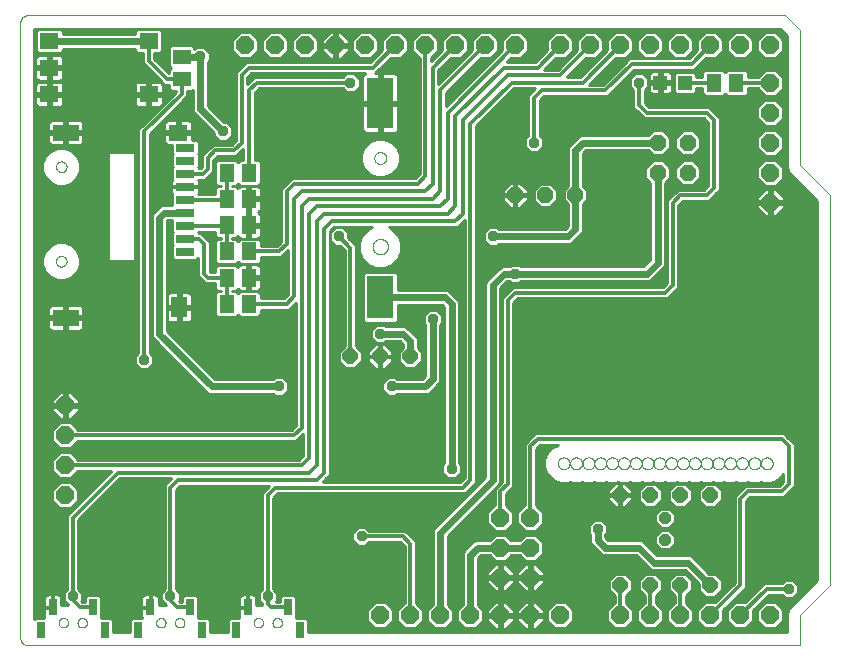
<source format=gtl>
G75*
%MOIN*%
%OFA0B0*%
%FSLAX25Y25*%
%IPPOS*%
%LPD*%
%AMOC8*
5,1,8,0,0,1.08239X$1,22.5*
%
%ADD10C,0.00000*%
%ADD11OC8,0.05937*%
%ADD12R,0.06299X0.05512*%
%ADD13OC8,0.05150*%
%ADD14OC8,0.03969*%
%ADD15OC8,0.06000*%
%ADD16R,0.04724X0.04724*%
%ADD17R,0.05906X0.05118*%
%ADD18R,0.09055X0.16929*%
%ADD19R,0.09055X0.14409*%
%ADD20OC8,0.05600*%
%ADD21R,0.05118X0.05906*%
%ADD22R,0.06299X0.02756*%
%ADD23R,0.08661X0.05512*%
%ADD24R,0.05512X0.07087*%
%ADD25R,0.02800X0.05600*%
%ADD26OC8,0.05200*%
%ADD27C,0.02400*%
%ADD28C,0.01200*%
%ADD29OC8,0.03569*%
%ADD30C,0.01000*%
D10*
X0007805Y0005000D02*
X0265305Y0005000D01*
X0265305Y0015000D01*
X0275305Y0025000D01*
X0275305Y0155000D01*
X0265305Y0165000D01*
X0265305Y0210000D01*
X0260305Y0215000D01*
X0007805Y0215000D01*
X0007707Y0214998D01*
X0007609Y0214992D01*
X0007511Y0214983D01*
X0007414Y0214969D01*
X0007317Y0214952D01*
X0007221Y0214931D01*
X0007126Y0214906D01*
X0007032Y0214878D01*
X0006940Y0214845D01*
X0006848Y0214810D01*
X0006758Y0214770D01*
X0006670Y0214728D01*
X0006583Y0214681D01*
X0006499Y0214632D01*
X0006416Y0214579D01*
X0006336Y0214523D01*
X0006257Y0214463D01*
X0006181Y0214401D01*
X0006108Y0214336D01*
X0006037Y0214268D01*
X0005969Y0214197D01*
X0005904Y0214124D01*
X0005842Y0214048D01*
X0005782Y0213969D01*
X0005726Y0213889D01*
X0005673Y0213806D01*
X0005624Y0213722D01*
X0005577Y0213635D01*
X0005535Y0213547D01*
X0005495Y0213457D01*
X0005460Y0213365D01*
X0005427Y0213273D01*
X0005399Y0213179D01*
X0005374Y0213084D01*
X0005353Y0212988D01*
X0005336Y0212891D01*
X0005322Y0212794D01*
X0005313Y0212696D01*
X0005307Y0212598D01*
X0005305Y0212500D01*
X0005305Y0007500D01*
X0005307Y0007402D01*
X0005313Y0007304D01*
X0005322Y0007206D01*
X0005336Y0007109D01*
X0005353Y0007012D01*
X0005374Y0006916D01*
X0005399Y0006821D01*
X0005427Y0006727D01*
X0005460Y0006635D01*
X0005495Y0006543D01*
X0005535Y0006453D01*
X0005577Y0006365D01*
X0005624Y0006278D01*
X0005673Y0006194D01*
X0005726Y0006111D01*
X0005782Y0006031D01*
X0005842Y0005952D01*
X0005904Y0005876D01*
X0005969Y0005803D01*
X0006037Y0005732D01*
X0006108Y0005664D01*
X0006181Y0005599D01*
X0006257Y0005537D01*
X0006336Y0005477D01*
X0006416Y0005421D01*
X0006499Y0005368D01*
X0006583Y0005319D01*
X0006670Y0005272D01*
X0006758Y0005230D01*
X0006848Y0005190D01*
X0006940Y0005155D01*
X0007032Y0005122D01*
X0007126Y0005094D01*
X0007221Y0005069D01*
X0007317Y0005048D01*
X0007414Y0005031D01*
X0007511Y0005017D01*
X0007609Y0005008D01*
X0007707Y0005002D01*
X0007805Y0005000D01*
X0018081Y0012500D02*
X0018083Y0012579D01*
X0018089Y0012658D01*
X0018099Y0012737D01*
X0018113Y0012815D01*
X0018130Y0012892D01*
X0018152Y0012968D01*
X0018177Y0013043D01*
X0018207Y0013116D01*
X0018239Y0013188D01*
X0018276Y0013259D01*
X0018316Y0013327D01*
X0018359Y0013393D01*
X0018405Y0013457D01*
X0018455Y0013519D01*
X0018508Y0013578D01*
X0018563Y0013634D01*
X0018622Y0013688D01*
X0018683Y0013738D01*
X0018746Y0013786D01*
X0018812Y0013830D01*
X0018880Y0013871D01*
X0018950Y0013908D01*
X0019021Y0013942D01*
X0019095Y0013972D01*
X0019169Y0013998D01*
X0019245Y0014020D01*
X0019322Y0014039D01*
X0019400Y0014054D01*
X0019478Y0014065D01*
X0019557Y0014072D01*
X0019636Y0014075D01*
X0019715Y0014074D01*
X0019794Y0014069D01*
X0019873Y0014060D01*
X0019951Y0014047D01*
X0020028Y0014030D01*
X0020105Y0014010D01*
X0020180Y0013985D01*
X0020254Y0013957D01*
X0020327Y0013925D01*
X0020397Y0013890D01*
X0020466Y0013851D01*
X0020533Y0013808D01*
X0020598Y0013762D01*
X0020660Y0013714D01*
X0020720Y0013662D01*
X0020777Y0013607D01*
X0020831Y0013549D01*
X0020882Y0013489D01*
X0020930Y0013426D01*
X0020975Y0013361D01*
X0021017Y0013293D01*
X0021055Y0013224D01*
X0021089Y0013153D01*
X0021120Y0013080D01*
X0021148Y0013005D01*
X0021171Y0012930D01*
X0021191Y0012853D01*
X0021207Y0012776D01*
X0021219Y0012697D01*
X0021227Y0012619D01*
X0021231Y0012540D01*
X0021231Y0012460D01*
X0021227Y0012381D01*
X0021219Y0012303D01*
X0021207Y0012224D01*
X0021191Y0012147D01*
X0021171Y0012070D01*
X0021148Y0011995D01*
X0021120Y0011920D01*
X0021089Y0011847D01*
X0021055Y0011776D01*
X0021017Y0011707D01*
X0020975Y0011639D01*
X0020930Y0011574D01*
X0020882Y0011511D01*
X0020831Y0011451D01*
X0020777Y0011393D01*
X0020720Y0011338D01*
X0020660Y0011286D01*
X0020598Y0011238D01*
X0020533Y0011192D01*
X0020466Y0011149D01*
X0020397Y0011110D01*
X0020327Y0011075D01*
X0020254Y0011043D01*
X0020180Y0011015D01*
X0020105Y0010990D01*
X0020028Y0010970D01*
X0019951Y0010953D01*
X0019873Y0010940D01*
X0019794Y0010931D01*
X0019715Y0010926D01*
X0019636Y0010925D01*
X0019557Y0010928D01*
X0019478Y0010935D01*
X0019400Y0010946D01*
X0019322Y0010961D01*
X0019245Y0010980D01*
X0019169Y0011002D01*
X0019095Y0011028D01*
X0019021Y0011058D01*
X0018950Y0011092D01*
X0018880Y0011129D01*
X0018812Y0011170D01*
X0018746Y0011214D01*
X0018683Y0011262D01*
X0018622Y0011312D01*
X0018563Y0011366D01*
X0018508Y0011422D01*
X0018455Y0011481D01*
X0018405Y0011543D01*
X0018359Y0011607D01*
X0018316Y0011673D01*
X0018276Y0011741D01*
X0018239Y0011812D01*
X0018207Y0011884D01*
X0018177Y0011957D01*
X0018152Y0012032D01*
X0018130Y0012108D01*
X0018113Y0012185D01*
X0018099Y0012263D01*
X0018089Y0012342D01*
X0018083Y0012421D01*
X0018081Y0012500D01*
X0024380Y0012500D02*
X0024382Y0012579D01*
X0024388Y0012658D01*
X0024398Y0012737D01*
X0024412Y0012815D01*
X0024429Y0012892D01*
X0024451Y0012968D01*
X0024476Y0013043D01*
X0024506Y0013116D01*
X0024538Y0013188D01*
X0024575Y0013259D01*
X0024615Y0013327D01*
X0024658Y0013393D01*
X0024704Y0013457D01*
X0024754Y0013519D01*
X0024807Y0013578D01*
X0024862Y0013634D01*
X0024921Y0013688D01*
X0024982Y0013738D01*
X0025045Y0013786D01*
X0025111Y0013830D01*
X0025179Y0013871D01*
X0025249Y0013908D01*
X0025320Y0013942D01*
X0025394Y0013972D01*
X0025468Y0013998D01*
X0025544Y0014020D01*
X0025621Y0014039D01*
X0025699Y0014054D01*
X0025777Y0014065D01*
X0025856Y0014072D01*
X0025935Y0014075D01*
X0026014Y0014074D01*
X0026093Y0014069D01*
X0026172Y0014060D01*
X0026250Y0014047D01*
X0026327Y0014030D01*
X0026404Y0014010D01*
X0026479Y0013985D01*
X0026553Y0013957D01*
X0026626Y0013925D01*
X0026696Y0013890D01*
X0026765Y0013851D01*
X0026832Y0013808D01*
X0026897Y0013762D01*
X0026959Y0013714D01*
X0027019Y0013662D01*
X0027076Y0013607D01*
X0027130Y0013549D01*
X0027181Y0013489D01*
X0027229Y0013426D01*
X0027274Y0013361D01*
X0027316Y0013293D01*
X0027354Y0013224D01*
X0027388Y0013153D01*
X0027419Y0013080D01*
X0027447Y0013005D01*
X0027470Y0012930D01*
X0027490Y0012853D01*
X0027506Y0012776D01*
X0027518Y0012697D01*
X0027526Y0012619D01*
X0027530Y0012540D01*
X0027530Y0012460D01*
X0027526Y0012381D01*
X0027518Y0012303D01*
X0027506Y0012224D01*
X0027490Y0012147D01*
X0027470Y0012070D01*
X0027447Y0011995D01*
X0027419Y0011920D01*
X0027388Y0011847D01*
X0027354Y0011776D01*
X0027316Y0011707D01*
X0027274Y0011639D01*
X0027229Y0011574D01*
X0027181Y0011511D01*
X0027130Y0011451D01*
X0027076Y0011393D01*
X0027019Y0011338D01*
X0026959Y0011286D01*
X0026897Y0011238D01*
X0026832Y0011192D01*
X0026765Y0011149D01*
X0026696Y0011110D01*
X0026626Y0011075D01*
X0026553Y0011043D01*
X0026479Y0011015D01*
X0026404Y0010990D01*
X0026327Y0010970D01*
X0026250Y0010953D01*
X0026172Y0010940D01*
X0026093Y0010931D01*
X0026014Y0010926D01*
X0025935Y0010925D01*
X0025856Y0010928D01*
X0025777Y0010935D01*
X0025699Y0010946D01*
X0025621Y0010961D01*
X0025544Y0010980D01*
X0025468Y0011002D01*
X0025394Y0011028D01*
X0025320Y0011058D01*
X0025249Y0011092D01*
X0025179Y0011129D01*
X0025111Y0011170D01*
X0025045Y0011214D01*
X0024982Y0011262D01*
X0024921Y0011312D01*
X0024862Y0011366D01*
X0024807Y0011422D01*
X0024754Y0011481D01*
X0024704Y0011543D01*
X0024658Y0011607D01*
X0024615Y0011673D01*
X0024575Y0011741D01*
X0024538Y0011812D01*
X0024506Y0011884D01*
X0024476Y0011957D01*
X0024451Y0012032D01*
X0024429Y0012108D01*
X0024412Y0012185D01*
X0024398Y0012263D01*
X0024388Y0012342D01*
X0024382Y0012421D01*
X0024380Y0012500D01*
X0050581Y0012500D02*
X0050583Y0012579D01*
X0050589Y0012658D01*
X0050599Y0012737D01*
X0050613Y0012815D01*
X0050630Y0012892D01*
X0050652Y0012968D01*
X0050677Y0013043D01*
X0050707Y0013116D01*
X0050739Y0013188D01*
X0050776Y0013259D01*
X0050816Y0013327D01*
X0050859Y0013393D01*
X0050905Y0013457D01*
X0050955Y0013519D01*
X0051008Y0013578D01*
X0051063Y0013634D01*
X0051122Y0013688D01*
X0051183Y0013738D01*
X0051246Y0013786D01*
X0051312Y0013830D01*
X0051380Y0013871D01*
X0051450Y0013908D01*
X0051521Y0013942D01*
X0051595Y0013972D01*
X0051669Y0013998D01*
X0051745Y0014020D01*
X0051822Y0014039D01*
X0051900Y0014054D01*
X0051978Y0014065D01*
X0052057Y0014072D01*
X0052136Y0014075D01*
X0052215Y0014074D01*
X0052294Y0014069D01*
X0052373Y0014060D01*
X0052451Y0014047D01*
X0052528Y0014030D01*
X0052605Y0014010D01*
X0052680Y0013985D01*
X0052754Y0013957D01*
X0052827Y0013925D01*
X0052897Y0013890D01*
X0052966Y0013851D01*
X0053033Y0013808D01*
X0053098Y0013762D01*
X0053160Y0013714D01*
X0053220Y0013662D01*
X0053277Y0013607D01*
X0053331Y0013549D01*
X0053382Y0013489D01*
X0053430Y0013426D01*
X0053475Y0013361D01*
X0053517Y0013293D01*
X0053555Y0013224D01*
X0053589Y0013153D01*
X0053620Y0013080D01*
X0053648Y0013005D01*
X0053671Y0012930D01*
X0053691Y0012853D01*
X0053707Y0012776D01*
X0053719Y0012697D01*
X0053727Y0012619D01*
X0053731Y0012540D01*
X0053731Y0012460D01*
X0053727Y0012381D01*
X0053719Y0012303D01*
X0053707Y0012224D01*
X0053691Y0012147D01*
X0053671Y0012070D01*
X0053648Y0011995D01*
X0053620Y0011920D01*
X0053589Y0011847D01*
X0053555Y0011776D01*
X0053517Y0011707D01*
X0053475Y0011639D01*
X0053430Y0011574D01*
X0053382Y0011511D01*
X0053331Y0011451D01*
X0053277Y0011393D01*
X0053220Y0011338D01*
X0053160Y0011286D01*
X0053098Y0011238D01*
X0053033Y0011192D01*
X0052966Y0011149D01*
X0052897Y0011110D01*
X0052827Y0011075D01*
X0052754Y0011043D01*
X0052680Y0011015D01*
X0052605Y0010990D01*
X0052528Y0010970D01*
X0052451Y0010953D01*
X0052373Y0010940D01*
X0052294Y0010931D01*
X0052215Y0010926D01*
X0052136Y0010925D01*
X0052057Y0010928D01*
X0051978Y0010935D01*
X0051900Y0010946D01*
X0051822Y0010961D01*
X0051745Y0010980D01*
X0051669Y0011002D01*
X0051595Y0011028D01*
X0051521Y0011058D01*
X0051450Y0011092D01*
X0051380Y0011129D01*
X0051312Y0011170D01*
X0051246Y0011214D01*
X0051183Y0011262D01*
X0051122Y0011312D01*
X0051063Y0011366D01*
X0051008Y0011422D01*
X0050955Y0011481D01*
X0050905Y0011543D01*
X0050859Y0011607D01*
X0050816Y0011673D01*
X0050776Y0011741D01*
X0050739Y0011812D01*
X0050707Y0011884D01*
X0050677Y0011957D01*
X0050652Y0012032D01*
X0050630Y0012108D01*
X0050613Y0012185D01*
X0050599Y0012263D01*
X0050589Y0012342D01*
X0050583Y0012421D01*
X0050581Y0012500D01*
X0056880Y0012500D02*
X0056882Y0012579D01*
X0056888Y0012658D01*
X0056898Y0012737D01*
X0056912Y0012815D01*
X0056929Y0012892D01*
X0056951Y0012968D01*
X0056976Y0013043D01*
X0057006Y0013116D01*
X0057038Y0013188D01*
X0057075Y0013259D01*
X0057115Y0013327D01*
X0057158Y0013393D01*
X0057204Y0013457D01*
X0057254Y0013519D01*
X0057307Y0013578D01*
X0057362Y0013634D01*
X0057421Y0013688D01*
X0057482Y0013738D01*
X0057545Y0013786D01*
X0057611Y0013830D01*
X0057679Y0013871D01*
X0057749Y0013908D01*
X0057820Y0013942D01*
X0057894Y0013972D01*
X0057968Y0013998D01*
X0058044Y0014020D01*
X0058121Y0014039D01*
X0058199Y0014054D01*
X0058277Y0014065D01*
X0058356Y0014072D01*
X0058435Y0014075D01*
X0058514Y0014074D01*
X0058593Y0014069D01*
X0058672Y0014060D01*
X0058750Y0014047D01*
X0058827Y0014030D01*
X0058904Y0014010D01*
X0058979Y0013985D01*
X0059053Y0013957D01*
X0059126Y0013925D01*
X0059196Y0013890D01*
X0059265Y0013851D01*
X0059332Y0013808D01*
X0059397Y0013762D01*
X0059459Y0013714D01*
X0059519Y0013662D01*
X0059576Y0013607D01*
X0059630Y0013549D01*
X0059681Y0013489D01*
X0059729Y0013426D01*
X0059774Y0013361D01*
X0059816Y0013293D01*
X0059854Y0013224D01*
X0059888Y0013153D01*
X0059919Y0013080D01*
X0059947Y0013005D01*
X0059970Y0012930D01*
X0059990Y0012853D01*
X0060006Y0012776D01*
X0060018Y0012697D01*
X0060026Y0012619D01*
X0060030Y0012540D01*
X0060030Y0012460D01*
X0060026Y0012381D01*
X0060018Y0012303D01*
X0060006Y0012224D01*
X0059990Y0012147D01*
X0059970Y0012070D01*
X0059947Y0011995D01*
X0059919Y0011920D01*
X0059888Y0011847D01*
X0059854Y0011776D01*
X0059816Y0011707D01*
X0059774Y0011639D01*
X0059729Y0011574D01*
X0059681Y0011511D01*
X0059630Y0011451D01*
X0059576Y0011393D01*
X0059519Y0011338D01*
X0059459Y0011286D01*
X0059397Y0011238D01*
X0059332Y0011192D01*
X0059265Y0011149D01*
X0059196Y0011110D01*
X0059126Y0011075D01*
X0059053Y0011043D01*
X0058979Y0011015D01*
X0058904Y0010990D01*
X0058827Y0010970D01*
X0058750Y0010953D01*
X0058672Y0010940D01*
X0058593Y0010931D01*
X0058514Y0010926D01*
X0058435Y0010925D01*
X0058356Y0010928D01*
X0058277Y0010935D01*
X0058199Y0010946D01*
X0058121Y0010961D01*
X0058044Y0010980D01*
X0057968Y0011002D01*
X0057894Y0011028D01*
X0057820Y0011058D01*
X0057749Y0011092D01*
X0057679Y0011129D01*
X0057611Y0011170D01*
X0057545Y0011214D01*
X0057482Y0011262D01*
X0057421Y0011312D01*
X0057362Y0011366D01*
X0057307Y0011422D01*
X0057254Y0011481D01*
X0057204Y0011543D01*
X0057158Y0011607D01*
X0057115Y0011673D01*
X0057075Y0011741D01*
X0057038Y0011812D01*
X0057006Y0011884D01*
X0056976Y0011957D01*
X0056951Y0012032D01*
X0056929Y0012108D01*
X0056912Y0012185D01*
X0056898Y0012263D01*
X0056888Y0012342D01*
X0056882Y0012421D01*
X0056880Y0012500D01*
X0083081Y0012500D02*
X0083083Y0012579D01*
X0083089Y0012658D01*
X0083099Y0012737D01*
X0083113Y0012815D01*
X0083130Y0012892D01*
X0083152Y0012968D01*
X0083177Y0013043D01*
X0083207Y0013116D01*
X0083239Y0013188D01*
X0083276Y0013259D01*
X0083316Y0013327D01*
X0083359Y0013393D01*
X0083405Y0013457D01*
X0083455Y0013519D01*
X0083508Y0013578D01*
X0083563Y0013634D01*
X0083622Y0013688D01*
X0083683Y0013738D01*
X0083746Y0013786D01*
X0083812Y0013830D01*
X0083880Y0013871D01*
X0083950Y0013908D01*
X0084021Y0013942D01*
X0084095Y0013972D01*
X0084169Y0013998D01*
X0084245Y0014020D01*
X0084322Y0014039D01*
X0084400Y0014054D01*
X0084478Y0014065D01*
X0084557Y0014072D01*
X0084636Y0014075D01*
X0084715Y0014074D01*
X0084794Y0014069D01*
X0084873Y0014060D01*
X0084951Y0014047D01*
X0085028Y0014030D01*
X0085105Y0014010D01*
X0085180Y0013985D01*
X0085254Y0013957D01*
X0085327Y0013925D01*
X0085397Y0013890D01*
X0085466Y0013851D01*
X0085533Y0013808D01*
X0085598Y0013762D01*
X0085660Y0013714D01*
X0085720Y0013662D01*
X0085777Y0013607D01*
X0085831Y0013549D01*
X0085882Y0013489D01*
X0085930Y0013426D01*
X0085975Y0013361D01*
X0086017Y0013293D01*
X0086055Y0013224D01*
X0086089Y0013153D01*
X0086120Y0013080D01*
X0086148Y0013005D01*
X0086171Y0012930D01*
X0086191Y0012853D01*
X0086207Y0012776D01*
X0086219Y0012697D01*
X0086227Y0012619D01*
X0086231Y0012540D01*
X0086231Y0012460D01*
X0086227Y0012381D01*
X0086219Y0012303D01*
X0086207Y0012224D01*
X0086191Y0012147D01*
X0086171Y0012070D01*
X0086148Y0011995D01*
X0086120Y0011920D01*
X0086089Y0011847D01*
X0086055Y0011776D01*
X0086017Y0011707D01*
X0085975Y0011639D01*
X0085930Y0011574D01*
X0085882Y0011511D01*
X0085831Y0011451D01*
X0085777Y0011393D01*
X0085720Y0011338D01*
X0085660Y0011286D01*
X0085598Y0011238D01*
X0085533Y0011192D01*
X0085466Y0011149D01*
X0085397Y0011110D01*
X0085327Y0011075D01*
X0085254Y0011043D01*
X0085180Y0011015D01*
X0085105Y0010990D01*
X0085028Y0010970D01*
X0084951Y0010953D01*
X0084873Y0010940D01*
X0084794Y0010931D01*
X0084715Y0010926D01*
X0084636Y0010925D01*
X0084557Y0010928D01*
X0084478Y0010935D01*
X0084400Y0010946D01*
X0084322Y0010961D01*
X0084245Y0010980D01*
X0084169Y0011002D01*
X0084095Y0011028D01*
X0084021Y0011058D01*
X0083950Y0011092D01*
X0083880Y0011129D01*
X0083812Y0011170D01*
X0083746Y0011214D01*
X0083683Y0011262D01*
X0083622Y0011312D01*
X0083563Y0011366D01*
X0083508Y0011422D01*
X0083455Y0011481D01*
X0083405Y0011543D01*
X0083359Y0011607D01*
X0083316Y0011673D01*
X0083276Y0011741D01*
X0083239Y0011812D01*
X0083207Y0011884D01*
X0083177Y0011957D01*
X0083152Y0012032D01*
X0083130Y0012108D01*
X0083113Y0012185D01*
X0083099Y0012263D01*
X0083089Y0012342D01*
X0083083Y0012421D01*
X0083081Y0012500D01*
X0089380Y0012500D02*
X0089382Y0012579D01*
X0089388Y0012658D01*
X0089398Y0012737D01*
X0089412Y0012815D01*
X0089429Y0012892D01*
X0089451Y0012968D01*
X0089476Y0013043D01*
X0089506Y0013116D01*
X0089538Y0013188D01*
X0089575Y0013259D01*
X0089615Y0013327D01*
X0089658Y0013393D01*
X0089704Y0013457D01*
X0089754Y0013519D01*
X0089807Y0013578D01*
X0089862Y0013634D01*
X0089921Y0013688D01*
X0089982Y0013738D01*
X0090045Y0013786D01*
X0090111Y0013830D01*
X0090179Y0013871D01*
X0090249Y0013908D01*
X0090320Y0013942D01*
X0090394Y0013972D01*
X0090468Y0013998D01*
X0090544Y0014020D01*
X0090621Y0014039D01*
X0090699Y0014054D01*
X0090777Y0014065D01*
X0090856Y0014072D01*
X0090935Y0014075D01*
X0091014Y0014074D01*
X0091093Y0014069D01*
X0091172Y0014060D01*
X0091250Y0014047D01*
X0091327Y0014030D01*
X0091404Y0014010D01*
X0091479Y0013985D01*
X0091553Y0013957D01*
X0091626Y0013925D01*
X0091696Y0013890D01*
X0091765Y0013851D01*
X0091832Y0013808D01*
X0091897Y0013762D01*
X0091959Y0013714D01*
X0092019Y0013662D01*
X0092076Y0013607D01*
X0092130Y0013549D01*
X0092181Y0013489D01*
X0092229Y0013426D01*
X0092274Y0013361D01*
X0092316Y0013293D01*
X0092354Y0013224D01*
X0092388Y0013153D01*
X0092419Y0013080D01*
X0092447Y0013005D01*
X0092470Y0012930D01*
X0092490Y0012853D01*
X0092506Y0012776D01*
X0092518Y0012697D01*
X0092526Y0012619D01*
X0092530Y0012540D01*
X0092530Y0012460D01*
X0092526Y0012381D01*
X0092518Y0012303D01*
X0092506Y0012224D01*
X0092490Y0012147D01*
X0092470Y0012070D01*
X0092447Y0011995D01*
X0092419Y0011920D01*
X0092388Y0011847D01*
X0092354Y0011776D01*
X0092316Y0011707D01*
X0092274Y0011639D01*
X0092229Y0011574D01*
X0092181Y0011511D01*
X0092130Y0011451D01*
X0092076Y0011393D01*
X0092019Y0011338D01*
X0091959Y0011286D01*
X0091897Y0011238D01*
X0091832Y0011192D01*
X0091765Y0011149D01*
X0091696Y0011110D01*
X0091626Y0011075D01*
X0091553Y0011043D01*
X0091479Y0011015D01*
X0091404Y0010990D01*
X0091327Y0010970D01*
X0091250Y0010953D01*
X0091172Y0010940D01*
X0091093Y0010931D01*
X0091014Y0010926D01*
X0090935Y0010925D01*
X0090856Y0010928D01*
X0090777Y0010935D01*
X0090699Y0010946D01*
X0090621Y0010961D01*
X0090544Y0010980D01*
X0090468Y0011002D01*
X0090394Y0011028D01*
X0090320Y0011058D01*
X0090249Y0011092D01*
X0090179Y0011129D01*
X0090111Y0011170D01*
X0090045Y0011214D01*
X0089982Y0011262D01*
X0089921Y0011312D01*
X0089862Y0011366D01*
X0089807Y0011422D01*
X0089754Y0011481D01*
X0089704Y0011543D01*
X0089658Y0011607D01*
X0089615Y0011673D01*
X0089575Y0011741D01*
X0089538Y0011812D01*
X0089506Y0011884D01*
X0089476Y0011957D01*
X0089451Y0012032D01*
X0089429Y0012108D01*
X0089412Y0012185D01*
X0089398Y0012263D01*
X0089388Y0012342D01*
X0089382Y0012421D01*
X0089380Y0012500D01*
X0184478Y0065630D02*
X0184480Y0065718D01*
X0184486Y0065806D01*
X0184496Y0065894D01*
X0184510Y0065982D01*
X0184527Y0066068D01*
X0184549Y0066154D01*
X0184574Y0066238D01*
X0184604Y0066322D01*
X0184636Y0066404D01*
X0184673Y0066484D01*
X0184713Y0066563D01*
X0184757Y0066640D01*
X0184804Y0066715D01*
X0184854Y0066787D01*
X0184908Y0066858D01*
X0184964Y0066925D01*
X0185024Y0066991D01*
X0185086Y0067053D01*
X0185152Y0067113D01*
X0185219Y0067169D01*
X0185290Y0067223D01*
X0185362Y0067273D01*
X0185437Y0067320D01*
X0185514Y0067364D01*
X0185593Y0067404D01*
X0185673Y0067441D01*
X0185755Y0067473D01*
X0185839Y0067503D01*
X0185923Y0067528D01*
X0186009Y0067550D01*
X0186095Y0067567D01*
X0186183Y0067581D01*
X0186271Y0067591D01*
X0186359Y0067597D01*
X0186447Y0067599D01*
X0186535Y0067597D01*
X0186623Y0067591D01*
X0186711Y0067581D01*
X0186799Y0067567D01*
X0186885Y0067550D01*
X0186971Y0067528D01*
X0187055Y0067503D01*
X0187139Y0067473D01*
X0187221Y0067441D01*
X0187301Y0067404D01*
X0187380Y0067364D01*
X0187457Y0067320D01*
X0187532Y0067273D01*
X0187604Y0067223D01*
X0187675Y0067169D01*
X0187742Y0067113D01*
X0187808Y0067053D01*
X0187870Y0066991D01*
X0187930Y0066925D01*
X0187986Y0066858D01*
X0188040Y0066787D01*
X0188090Y0066715D01*
X0188137Y0066640D01*
X0188181Y0066563D01*
X0188221Y0066484D01*
X0188258Y0066404D01*
X0188290Y0066322D01*
X0188320Y0066238D01*
X0188345Y0066154D01*
X0188367Y0066068D01*
X0188384Y0065982D01*
X0188398Y0065894D01*
X0188408Y0065806D01*
X0188414Y0065718D01*
X0188416Y0065630D01*
X0188414Y0065542D01*
X0188408Y0065454D01*
X0188398Y0065366D01*
X0188384Y0065278D01*
X0188367Y0065192D01*
X0188345Y0065106D01*
X0188320Y0065022D01*
X0188290Y0064938D01*
X0188258Y0064856D01*
X0188221Y0064776D01*
X0188181Y0064697D01*
X0188137Y0064620D01*
X0188090Y0064545D01*
X0188040Y0064473D01*
X0187986Y0064402D01*
X0187930Y0064335D01*
X0187870Y0064269D01*
X0187808Y0064207D01*
X0187742Y0064147D01*
X0187675Y0064091D01*
X0187604Y0064037D01*
X0187532Y0063987D01*
X0187457Y0063940D01*
X0187380Y0063896D01*
X0187301Y0063856D01*
X0187221Y0063819D01*
X0187139Y0063787D01*
X0187055Y0063757D01*
X0186971Y0063732D01*
X0186885Y0063710D01*
X0186799Y0063693D01*
X0186711Y0063679D01*
X0186623Y0063669D01*
X0186535Y0063663D01*
X0186447Y0063661D01*
X0186359Y0063663D01*
X0186271Y0063669D01*
X0186183Y0063679D01*
X0186095Y0063693D01*
X0186009Y0063710D01*
X0185923Y0063732D01*
X0185839Y0063757D01*
X0185755Y0063787D01*
X0185673Y0063819D01*
X0185593Y0063856D01*
X0185514Y0063896D01*
X0185437Y0063940D01*
X0185362Y0063987D01*
X0185290Y0064037D01*
X0185219Y0064091D01*
X0185152Y0064147D01*
X0185086Y0064207D01*
X0185024Y0064269D01*
X0184964Y0064335D01*
X0184908Y0064402D01*
X0184854Y0064473D01*
X0184804Y0064545D01*
X0184757Y0064620D01*
X0184713Y0064697D01*
X0184673Y0064776D01*
X0184636Y0064856D01*
X0184604Y0064938D01*
X0184574Y0065022D01*
X0184549Y0065106D01*
X0184527Y0065192D01*
X0184510Y0065278D01*
X0184496Y0065366D01*
X0184486Y0065454D01*
X0184480Y0065542D01*
X0184478Y0065630D01*
X0188612Y0065630D02*
X0188614Y0065718D01*
X0188620Y0065806D01*
X0188630Y0065894D01*
X0188644Y0065982D01*
X0188661Y0066068D01*
X0188683Y0066154D01*
X0188708Y0066238D01*
X0188738Y0066322D01*
X0188770Y0066404D01*
X0188807Y0066484D01*
X0188847Y0066563D01*
X0188891Y0066640D01*
X0188938Y0066715D01*
X0188988Y0066787D01*
X0189042Y0066858D01*
X0189098Y0066925D01*
X0189158Y0066991D01*
X0189220Y0067053D01*
X0189286Y0067113D01*
X0189353Y0067169D01*
X0189424Y0067223D01*
X0189496Y0067273D01*
X0189571Y0067320D01*
X0189648Y0067364D01*
X0189727Y0067404D01*
X0189807Y0067441D01*
X0189889Y0067473D01*
X0189973Y0067503D01*
X0190057Y0067528D01*
X0190143Y0067550D01*
X0190229Y0067567D01*
X0190317Y0067581D01*
X0190405Y0067591D01*
X0190493Y0067597D01*
X0190581Y0067599D01*
X0190669Y0067597D01*
X0190757Y0067591D01*
X0190845Y0067581D01*
X0190933Y0067567D01*
X0191019Y0067550D01*
X0191105Y0067528D01*
X0191189Y0067503D01*
X0191273Y0067473D01*
X0191355Y0067441D01*
X0191435Y0067404D01*
X0191514Y0067364D01*
X0191591Y0067320D01*
X0191666Y0067273D01*
X0191738Y0067223D01*
X0191809Y0067169D01*
X0191876Y0067113D01*
X0191942Y0067053D01*
X0192004Y0066991D01*
X0192064Y0066925D01*
X0192120Y0066858D01*
X0192174Y0066787D01*
X0192224Y0066715D01*
X0192271Y0066640D01*
X0192315Y0066563D01*
X0192355Y0066484D01*
X0192392Y0066404D01*
X0192424Y0066322D01*
X0192454Y0066238D01*
X0192479Y0066154D01*
X0192501Y0066068D01*
X0192518Y0065982D01*
X0192532Y0065894D01*
X0192542Y0065806D01*
X0192548Y0065718D01*
X0192550Y0065630D01*
X0192548Y0065542D01*
X0192542Y0065454D01*
X0192532Y0065366D01*
X0192518Y0065278D01*
X0192501Y0065192D01*
X0192479Y0065106D01*
X0192454Y0065022D01*
X0192424Y0064938D01*
X0192392Y0064856D01*
X0192355Y0064776D01*
X0192315Y0064697D01*
X0192271Y0064620D01*
X0192224Y0064545D01*
X0192174Y0064473D01*
X0192120Y0064402D01*
X0192064Y0064335D01*
X0192004Y0064269D01*
X0191942Y0064207D01*
X0191876Y0064147D01*
X0191809Y0064091D01*
X0191738Y0064037D01*
X0191666Y0063987D01*
X0191591Y0063940D01*
X0191514Y0063896D01*
X0191435Y0063856D01*
X0191355Y0063819D01*
X0191273Y0063787D01*
X0191189Y0063757D01*
X0191105Y0063732D01*
X0191019Y0063710D01*
X0190933Y0063693D01*
X0190845Y0063679D01*
X0190757Y0063669D01*
X0190669Y0063663D01*
X0190581Y0063661D01*
X0190493Y0063663D01*
X0190405Y0063669D01*
X0190317Y0063679D01*
X0190229Y0063693D01*
X0190143Y0063710D01*
X0190057Y0063732D01*
X0189973Y0063757D01*
X0189889Y0063787D01*
X0189807Y0063819D01*
X0189727Y0063856D01*
X0189648Y0063896D01*
X0189571Y0063940D01*
X0189496Y0063987D01*
X0189424Y0064037D01*
X0189353Y0064091D01*
X0189286Y0064147D01*
X0189220Y0064207D01*
X0189158Y0064269D01*
X0189098Y0064335D01*
X0189042Y0064402D01*
X0188988Y0064473D01*
X0188938Y0064545D01*
X0188891Y0064620D01*
X0188847Y0064697D01*
X0188807Y0064776D01*
X0188770Y0064856D01*
X0188738Y0064938D01*
X0188708Y0065022D01*
X0188683Y0065106D01*
X0188661Y0065192D01*
X0188644Y0065278D01*
X0188630Y0065366D01*
X0188620Y0065454D01*
X0188614Y0065542D01*
X0188612Y0065630D01*
X0192746Y0065630D02*
X0192748Y0065718D01*
X0192754Y0065806D01*
X0192764Y0065894D01*
X0192778Y0065982D01*
X0192795Y0066068D01*
X0192817Y0066154D01*
X0192842Y0066238D01*
X0192872Y0066322D01*
X0192904Y0066404D01*
X0192941Y0066484D01*
X0192981Y0066563D01*
X0193025Y0066640D01*
X0193072Y0066715D01*
X0193122Y0066787D01*
X0193176Y0066858D01*
X0193232Y0066925D01*
X0193292Y0066991D01*
X0193354Y0067053D01*
X0193420Y0067113D01*
X0193487Y0067169D01*
X0193558Y0067223D01*
X0193630Y0067273D01*
X0193705Y0067320D01*
X0193782Y0067364D01*
X0193861Y0067404D01*
X0193941Y0067441D01*
X0194023Y0067473D01*
X0194107Y0067503D01*
X0194191Y0067528D01*
X0194277Y0067550D01*
X0194363Y0067567D01*
X0194451Y0067581D01*
X0194539Y0067591D01*
X0194627Y0067597D01*
X0194715Y0067599D01*
X0194803Y0067597D01*
X0194891Y0067591D01*
X0194979Y0067581D01*
X0195067Y0067567D01*
X0195153Y0067550D01*
X0195239Y0067528D01*
X0195323Y0067503D01*
X0195407Y0067473D01*
X0195489Y0067441D01*
X0195569Y0067404D01*
X0195648Y0067364D01*
X0195725Y0067320D01*
X0195800Y0067273D01*
X0195872Y0067223D01*
X0195943Y0067169D01*
X0196010Y0067113D01*
X0196076Y0067053D01*
X0196138Y0066991D01*
X0196198Y0066925D01*
X0196254Y0066858D01*
X0196308Y0066787D01*
X0196358Y0066715D01*
X0196405Y0066640D01*
X0196449Y0066563D01*
X0196489Y0066484D01*
X0196526Y0066404D01*
X0196558Y0066322D01*
X0196588Y0066238D01*
X0196613Y0066154D01*
X0196635Y0066068D01*
X0196652Y0065982D01*
X0196666Y0065894D01*
X0196676Y0065806D01*
X0196682Y0065718D01*
X0196684Y0065630D01*
X0196682Y0065542D01*
X0196676Y0065454D01*
X0196666Y0065366D01*
X0196652Y0065278D01*
X0196635Y0065192D01*
X0196613Y0065106D01*
X0196588Y0065022D01*
X0196558Y0064938D01*
X0196526Y0064856D01*
X0196489Y0064776D01*
X0196449Y0064697D01*
X0196405Y0064620D01*
X0196358Y0064545D01*
X0196308Y0064473D01*
X0196254Y0064402D01*
X0196198Y0064335D01*
X0196138Y0064269D01*
X0196076Y0064207D01*
X0196010Y0064147D01*
X0195943Y0064091D01*
X0195872Y0064037D01*
X0195800Y0063987D01*
X0195725Y0063940D01*
X0195648Y0063896D01*
X0195569Y0063856D01*
X0195489Y0063819D01*
X0195407Y0063787D01*
X0195323Y0063757D01*
X0195239Y0063732D01*
X0195153Y0063710D01*
X0195067Y0063693D01*
X0194979Y0063679D01*
X0194891Y0063669D01*
X0194803Y0063663D01*
X0194715Y0063661D01*
X0194627Y0063663D01*
X0194539Y0063669D01*
X0194451Y0063679D01*
X0194363Y0063693D01*
X0194277Y0063710D01*
X0194191Y0063732D01*
X0194107Y0063757D01*
X0194023Y0063787D01*
X0193941Y0063819D01*
X0193861Y0063856D01*
X0193782Y0063896D01*
X0193705Y0063940D01*
X0193630Y0063987D01*
X0193558Y0064037D01*
X0193487Y0064091D01*
X0193420Y0064147D01*
X0193354Y0064207D01*
X0193292Y0064269D01*
X0193232Y0064335D01*
X0193176Y0064402D01*
X0193122Y0064473D01*
X0193072Y0064545D01*
X0193025Y0064620D01*
X0192981Y0064697D01*
X0192941Y0064776D01*
X0192904Y0064856D01*
X0192872Y0064938D01*
X0192842Y0065022D01*
X0192817Y0065106D01*
X0192795Y0065192D01*
X0192778Y0065278D01*
X0192764Y0065366D01*
X0192754Y0065454D01*
X0192748Y0065542D01*
X0192746Y0065630D01*
X0196683Y0065630D02*
X0196685Y0065718D01*
X0196691Y0065806D01*
X0196701Y0065894D01*
X0196715Y0065982D01*
X0196732Y0066068D01*
X0196754Y0066154D01*
X0196779Y0066238D01*
X0196809Y0066322D01*
X0196841Y0066404D01*
X0196878Y0066484D01*
X0196918Y0066563D01*
X0196962Y0066640D01*
X0197009Y0066715D01*
X0197059Y0066787D01*
X0197113Y0066858D01*
X0197169Y0066925D01*
X0197229Y0066991D01*
X0197291Y0067053D01*
X0197357Y0067113D01*
X0197424Y0067169D01*
X0197495Y0067223D01*
X0197567Y0067273D01*
X0197642Y0067320D01*
X0197719Y0067364D01*
X0197798Y0067404D01*
X0197878Y0067441D01*
X0197960Y0067473D01*
X0198044Y0067503D01*
X0198128Y0067528D01*
X0198214Y0067550D01*
X0198300Y0067567D01*
X0198388Y0067581D01*
X0198476Y0067591D01*
X0198564Y0067597D01*
X0198652Y0067599D01*
X0198740Y0067597D01*
X0198828Y0067591D01*
X0198916Y0067581D01*
X0199004Y0067567D01*
X0199090Y0067550D01*
X0199176Y0067528D01*
X0199260Y0067503D01*
X0199344Y0067473D01*
X0199426Y0067441D01*
X0199506Y0067404D01*
X0199585Y0067364D01*
X0199662Y0067320D01*
X0199737Y0067273D01*
X0199809Y0067223D01*
X0199880Y0067169D01*
X0199947Y0067113D01*
X0200013Y0067053D01*
X0200075Y0066991D01*
X0200135Y0066925D01*
X0200191Y0066858D01*
X0200245Y0066787D01*
X0200295Y0066715D01*
X0200342Y0066640D01*
X0200386Y0066563D01*
X0200426Y0066484D01*
X0200463Y0066404D01*
X0200495Y0066322D01*
X0200525Y0066238D01*
X0200550Y0066154D01*
X0200572Y0066068D01*
X0200589Y0065982D01*
X0200603Y0065894D01*
X0200613Y0065806D01*
X0200619Y0065718D01*
X0200621Y0065630D01*
X0200619Y0065542D01*
X0200613Y0065454D01*
X0200603Y0065366D01*
X0200589Y0065278D01*
X0200572Y0065192D01*
X0200550Y0065106D01*
X0200525Y0065022D01*
X0200495Y0064938D01*
X0200463Y0064856D01*
X0200426Y0064776D01*
X0200386Y0064697D01*
X0200342Y0064620D01*
X0200295Y0064545D01*
X0200245Y0064473D01*
X0200191Y0064402D01*
X0200135Y0064335D01*
X0200075Y0064269D01*
X0200013Y0064207D01*
X0199947Y0064147D01*
X0199880Y0064091D01*
X0199809Y0064037D01*
X0199737Y0063987D01*
X0199662Y0063940D01*
X0199585Y0063896D01*
X0199506Y0063856D01*
X0199426Y0063819D01*
X0199344Y0063787D01*
X0199260Y0063757D01*
X0199176Y0063732D01*
X0199090Y0063710D01*
X0199004Y0063693D01*
X0198916Y0063679D01*
X0198828Y0063669D01*
X0198740Y0063663D01*
X0198652Y0063661D01*
X0198564Y0063663D01*
X0198476Y0063669D01*
X0198388Y0063679D01*
X0198300Y0063693D01*
X0198214Y0063710D01*
X0198128Y0063732D01*
X0198044Y0063757D01*
X0197960Y0063787D01*
X0197878Y0063819D01*
X0197798Y0063856D01*
X0197719Y0063896D01*
X0197642Y0063940D01*
X0197567Y0063987D01*
X0197495Y0064037D01*
X0197424Y0064091D01*
X0197357Y0064147D01*
X0197291Y0064207D01*
X0197229Y0064269D01*
X0197169Y0064335D01*
X0197113Y0064402D01*
X0197059Y0064473D01*
X0197009Y0064545D01*
X0196962Y0064620D01*
X0196918Y0064697D01*
X0196878Y0064776D01*
X0196841Y0064856D01*
X0196809Y0064938D01*
X0196779Y0065022D01*
X0196754Y0065106D01*
X0196732Y0065192D01*
X0196715Y0065278D01*
X0196701Y0065366D01*
X0196691Y0065454D01*
X0196685Y0065542D01*
X0196683Y0065630D01*
X0200620Y0065630D02*
X0200622Y0065718D01*
X0200628Y0065806D01*
X0200638Y0065894D01*
X0200652Y0065982D01*
X0200669Y0066068D01*
X0200691Y0066154D01*
X0200716Y0066238D01*
X0200746Y0066322D01*
X0200778Y0066404D01*
X0200815Y0066484D01*
X0200855Y0066563D01*
X0200899Y0066640D01*
X0200946Y0066715D01*
X0200996Y0066787D01*
X0201050Y0066858D01*
X0201106Y0066925D01*
X0201166Y0066991D01*
X0201228Y0067053D01*
X0201294Y0067113D01*
X0201361Y0067169D01*
X0201432Y0067223D01*
X0201504Y0067273D01*
X0201579Y0067320D01*
X0201656Y0067364D01*
X0201735Y0067404D01*
X0201815Y0067441D01*
X0201897Y0067473D01*
X0201981Y0067503D01*
X0202065Y0067528D01*
X0202151Y0067550D01*
X0202237Y0067567D01*
X0202325Y0067581D01*
X0202413Y0067591D01*
X0202501Y0067597D01*
X0202589Y0067599D01*
X0202677Y0067597D01*
X0202765Y0067591D01*
X0202853Y0067581D01*
X0202941Y0067567D01*
X0203027Y0067550D01*
X0203113Y0067528D01*
X0203197Y0067503D01*
X0203281Y0067473D01*
X0203363Y0067441D01*
X0203443Y0067404D01*
X0203522Y0067364D01*
X0203599Y0067320D01*
X0203674Y0067273D01*
X0203746Y0067223D01*
X0203817Y0067169D01*
X0203884Y0067113D01*
X0203950Y0067053D01*
X0204012Y0066991D01*
X0204072Y0066925D01*
X0204128Y0066858D01*
X0204182Y0066787D01*
X0204232Y0066715D01*
X0204279Y0066640D01*
X0204323Y0066563D01*
X0204363Y0066484D01*
X0204400Y0066404D01*
X0204432Y0066322D01*
X0204462Y0066238D01*
X0204487Y0066154D01*
X0204509Y0066068D01*
X0204526Y0065982D01*
X0204540Y0065894D01*
X0204550Y0065806D01*
X0204556Y0065718D01*
X0204558Y0065630D01*
X0204556Y0065542D01*
X0204550Y0065454D01*
X0204540Y0065366D01*
X0204526Y0065278D01*
X0204509Y0065192D01*
X0204487Y0065106D01*
X0204462Y0065022D01*
X0204432Y0064938D01*
X0204400Y0064856D01*
X0204363Y0064776D01*
X0204323Y0064697D01*
X0204279Y0064620D01*
X0204232Y0064545D01*
X0204182Y0064473D01*
X0204128Y0064402D01*
X0204072Y0064335D01*
X0204012Y0064269D01*
X0203950Y0064207D01*
X0203884Y0064147D01*
X0203817Y0064091D01*
X0203746Y0064037D01*
X0203674Y0063987D01*
X0203599Y0063940D01*
X0203522Y0063896D01*
X0203443Y0063856D01*
X0203363Y0063819D01*
X0203281Y0063787D01*
X0203197Y0063757D01*
X0203113Y0063732D01*
X0203027Y0063710D01*
X0202941Y0063693D01*
X0202853Y0063679D01*
X0202765Y0063669D01*
X0202677Y0063663D01*
X0202589Y0063661D01*
X0202501Y0063663D01*
X0202413Y0063669D01*
X0202325Y0063679D01*
X0202237Y0063693D01*
X0202151Y0063710D01*
X0202065Y0063732D01*
X0201981Y0063757D01*
X0201897Y0063787D01*
X0201815Y0063819D01*
X0201735Y0063856D01*
X0201656Y0063896D01*
X0201579Y0063940D01*
X0201504Y0063987D01*
X0201432Y0064037D01*
X0201361Y0064091D01*
X0201294Y0064147D01*
X0201228Y0064207D01*
X0201166Y0064269D01*
X0201106Y0064335D01*
X0201050Y0064402D01*
X0200996Y0064473D01*
X0200946Y0064545D01*
X0200899Y0064620D01*
X0200855Y0064697D01*
X0200815Y0064776D01*
X0200778Y0064856D01*
X0200746Y0064938D01*
X0200716Y0065022D01*
X0200691Y0065106D01*
X0200669Y0065192D01*
X0200652Y0065278D01*
X0200638Y0065366D01*
X0200628Y0065454D01*
X0200622Y0065542D01*
X0200620Y0065630D01*
X0204557Y0065630D02*
X0204559Y0065718D01*
X0204565Y0065806D01*
X0204575Y0065894D01*
X0204589Y0065982D01*
X0204606Y0066068D01*
X0204628Y0066154D01*
X0204653Y0066238D01*
X0204683Y0066322D01*
X0204715Y0066404D01*
X0204752Y0066484D01*
X0204792Y0066563D01*
X0204836Y0066640D01*
X0204883Y0066715D01*
X0204933Y0066787D01*
X0204987Y0066858D01*
X0205043Y0066925D01*
X0205103Y0066991D01*
X0205165Y0067053D01*
X0205231Y0067113D01*
X0205298Y0067169D01*
X0205369Y0067223D01*
X0205441Y0067273D01*
X0205516Y0067320D01*
X0205593Y0067364D01*
X0205672Y0067404D01*
X0205752Y0067441D01*
X0205834Y0067473D01*
X0205918Y0067503D01*
X0206002Y0067528D01*
X0206088Y0067550D01*
X0206174Y0067567D01*
X0206262Y0067581D01*
X0206350Y0067591D01*
X0206438Y0067597D01*
X0206526Y0067599D01*
X0206614Y0067597D01*
X0206702Y0067591D01*
X0206790Y0067581D01*
X0206878Y0067567D01*
X0206964Y0067550D01*
X0207050Y0067528D01*
X0207134Y0067503D01*
X0207218Y0067473D01*
X0207300Y0067441D01*
X0207380Y0067404D01*
X0207459Y0067364D01*
X0207536Y0067320D01*
X0207611Y0067273D01*
X0207683Y0067223D01*
X0207754Y0067169D01*
X0207821Y0067113D01*
X0207887Y0067053D01*
X0207949Y0066991D01*
X0208009Y0066925D01*
X0208065Y0066858D01*
X0208119Y0066787D01*
X0208169Y0066715D01*
X0208216Y0066640D01*
X0208260Y0066563D01*
X0208300Y0066484D01*
X0208337Y0066404D01*
X0208369Y0066322D01*
X0208399Y0066238D01*
X0208424Y0066154D01*
X0208446Y0066068D01*
X0208463Y0065982D01*
X0208477Y0065894D01*
X0208487Y0065806D01*
X0208493Y0065718D01*
X0208495Y0065630D01*
X0208493Y0065542D01*
X0208487Y0065454D01*
X0208477Y0065366D01*
X0208463Y0065278D01*
X0208446Y0065192D01*
X0208424Y0065106D01*
X0208399Y0065022D01*
X0208369Y0064938D01*
X0208337Y0064856D01*
X0208300Y0064776D01*
X0208260Y0064697D01*
X0208216Y0064620D01*
X0208169Y0064545D01*
X0208119Y0064473D01*
X0208065Y0064402D01*
X0208009Y0064335D01*
X0207949Y0064269D01*
X0207887Y0064207D01*
X0207821Y0064147D01*
X0207754Y0064091D01*
X0207683Y0064037D01*
X0207611Y0063987D01*
X0207536Y0063940D01*
X0207459Y0063896D01*
X0207380Y0063856D01*
X0207300Y0063819D01*
X0207218Y0063787D01*
X0207134Y0063757D01*
X0207050Y0063732D01*
X0206964Y0063710D01*
X0206878Y0063693D01*
X0206790Y0063679D01*
X0206702Y0063669D01*
X0206614Y0063663D01*
X0206526Y0063661D01*
X0206438Y0063663D01*
X0206350Y0063669D01*
X0206262Y0063679D01*
X0206174Y0063693D01*
X0206088Y0063710D01*
X0206002Y0063732D01*
X0205918Y0063757D01*
X0205834Y0063787D01*
X0205752Y0063819D01*
X0205672Y0063856D01*
X0205593Y0063896D01*
X0205516Y0063940D01*
X0205441Y0063987D01*
X0205369Y0064037D01*
X0205298Y0064091D01*
X0205231Y0064147D01*
X0205165Y0064207D01*
X0205103Y0064269D01*
X0205043Y0064335D01*
X0204987Y0064402D01*
X0204933Y0064473D01*
X0204883Y0064545D01*
X0204836Y0064620D01*
X0204792Y0064697D01*
X0204752Y0064776D01*
X0204715Y0064856D01*
X0204683Y0064938D01*
X0204653Y0065022D01*
X0204628Y0065106D01*
X0204606Y0065192D01*
X0204589Y0065278D01*
X0204575Y0065366D01*
X0204565Y0065454D01*
X0204559Y0065542D01*
X0204557Y0065630D01*
X0208494Y0065630D02*
X0208496Y0065718D01*
X0208502Y0065806D01*
X0208512Y0065894D01*
X0208526Y0065982D01*
X0208543Y0066068D01*
X0208565Y0066154D01*
X0208590Y0066238D01*
X0208620Y0066322D01*
X0208652Y0066404D01*
X0208689Y0066484D01*
X0208729Y0066563D01*
X0208773Y0066640D01*
X0208820Y0066715D01*
X0208870Y0066787D01*
X0208924Y0066858D01*
X0208980Y0066925D01*
X0209040Y0066991D01*
X0209102Y0067053D01*
X0209168Y0067113D01*
X0209235Y0067169D01*
X0209306Y0067223D01*
X0209378Y0067273D01*
X0209453Y0067320D01*
X0209530Y0067364D01*
X0209609Y0067404D01*
X0209689Y0067441D01*
X0209771Y0067473D01*
X0209855Y0067503D01*
X0209939Y0067528D01*
X0210025Y0067550D01*
X0210111Y0067567D01*
X0210199Y0067581D01*
X0210287Y0067591D01*
X0210375Y0067597D01*
X0210463Y0067599D01*
X0210551Y0067597D01*
X0210639Y0067591D01*
X0210727Y0067581D01*
X0210815Y0067567D01*
X0210901Y0067550D01*
X0210987Y0067528D01*
X0211071Y0067503D01*
X0211155Y0067473D01*
X0211237Y0067441D01*
X0211317Y0067404D01*
X0211396Y0067364D01*
X0211473Y0067320D01*
X0211548Y0067273D01*
X0211620Y0067223D01*
X0211691Y0067169D01*
X0211758Y0067113D01*
X0211824Y0067053D01*
X0211886Y0066991D01*
X0211946Y0066925D01*
X0212002Y0066858D01*
X0212056Y0066787D01*
X0212106Y0066715D01*
X0212153Y0066640D01*
X0212197Y0066563D01*
X0212237Y0066484D01*
X0212274Y0066404D01*
X0212306Y0066322D01*
X0212336Y0066238D01*
X0212361Y0066154D01*
X0212383Y0066068D01*
X0212400Y0065982D01*
X0212414Y0065894D01*
X0212424Y0065806D01*
X0212430Y0065718D01*
X0212432Y0065630D01*
X0212430Y0065542D01*
X0212424Y0065454D01*
X0212414Y0065366D01*
X0212400Y0065278D01*
X0212383Y0065192D01*
X0212361Y0065106D01*
X0212336Y0065022D01*
X0212306Y0064938D01*
X0212274Y0064856D01*
X0212237Y0064776D01*
X0212197Y0064697D01*
X0212153Y0064620D01*
X0212106Y0064545D01*
X0212056Y0064473D01*
X0212002Y0064402D01*
X0211946Y0064335D01*
X0211886Y0064269D01*
X0211824Y0064207D01*
X0211758Y0064147D01*
X0211691Y0064091D01*
X0211620Y0064037D01*
X0211548Y0063987D01*
X0211473Y0063940D01*
X0211396Y0063896D01*
X0211317Y0063856D01*
X0211237Y0063819D01*
X0211155Y0063787D01*
X0211071Y0063757D01*
X0210987Y0063732D01*
X0210901Y0063710D01*
X0210815Y0063693D01*
X0210727Y0063679D01*
X0210639Y0063669D01*
X0210551Y0063663D01*
X0210463Y0063661D01*
X0210375Y0063663D01*
X0210287Y0063669D01*
X0210199Y0063679D01*
X0210111Y0063693D01*
X0210025Y0063710D01*
X0209939Y0063732D01*
X0209855Y0063757D01*
X0209771Y0063787D01*
X0209689Y0063819D01*
X0209609Y0063856D01*
X0209530Y0063896D01*
X0209453Y0063940D01*
X0209378Y0063987D01*
X0209306Y0064037D01*
X0209235Y0064091D01*
X0209168Y0064147D01*
X0209102Y0064207D01*
X0209040Y0064269D01*
X0208980Y0064335D01*
X0208924Y0064402D01*
X0208870Y0064473D01*
X0208820Y0064545D01*
X0208773Y0064620D01*
X0208729Y0064697D01*
X0208689Y0064776D01*
X0208652Y0064856D01*
X0208620Y0064938D01*
X0208590Y0065022D01*
X0208565Y0065106D01*
X0208543Y0065192D01*
X0208526Y0065278D01*
X0208512Y0065366D01*
X0208502Y0065454D01*
X0208496Y0065542D01*
X0208494Y0065630D01*
X0212431Y0065630D02*
X0212433Y0065718D01*
X0212439Y0065806D01*
X0212449Y0065894D01*
X0212463Y0065982D01*
X0212480Y0066068D01*
X0212502Y0066154D01*
X0212527Y0066238D01*
X0212557Y0066322D01*
X0212589Y0066404D01*
X0212626Y0066484D01*
X0212666Y0066563D01*
X0212710Y0066640D01*
X0212757Y0066715D01*
X0212807Y0066787D01*
X0212861Y0066858D01*
X0212917Y0066925D01*
X0212977Y0066991D01*
X0213039Y0067053D01*
X0213105Y0067113D01*
X0213172Y0067169D01*
X0213243Y0067223D01*
X0213315Y0067273D01*
X0213390Y0067320D01*
X0213467Y0067364D01*
X0213546Y0067404D01*
X0213626Y0067441D01*
X0213708Y0067473D01*
X0213792Y0067503D01*
X0213876Y0067528D01*
X0213962Y0067550D01*
X0214048Y0067567D01*
X0214136Y0067581D01*
X0214224Y0067591D01*
X0214312Y0067597D01*
X0214400Y0067599D01*
X0214488Y0067597D01*
X0214576Y0067591D01*
X0214664Y0067581D01*
X0214752Y0067567D01*
X0214838Y0067550D01*
X0214924Y0067528D01*
X0215008Y0067503D01*
X0215092Y0067473D01*
X0215174Y0067441D01*
X0215254Y0067404D01*
X0215333Y0067364D01*
X0215410Y0067320D01*
X0215485Y0067273D01*
X0215557Y0067223D01*
X0215628Y0067169D01*
X0215695Y0067113D01*
X0215761Y0067053D01*
X0215823Y0066991D01*
X0215883Y0066925D01*
X0215939Y0066858D01*
X0215993Y0066787D01*
X0216043Y0066715D01*
X0216090Y0066640D01*
X0216134Y0066563D01*
X0216174Y0066484D01*
X0216211Y0066404D01*
X0216243Y0066322D01*
X0216273Y0066238D01*
X0216298Y0066154D01*
X0216320Y0066068D01*
X0216337Y0065982D01*
X0216351Y0065894D01*
X0216361Y0065806D01*
X0216367Y0065718D01*
X0216369Y0065630D01*
X0216367Y0065542D01*
X0216361Y0065454D01*
X0216351Y0065366D01*
X0216337Y0065278D01*
X0216320Y0065192D01*
X0216298Y0065106D01*
X0216273Y0065022D01*
X0216243Y0064938D01*
X0216211Y0064856D01*
X0216174Y0064776D01*
X0216134Y0064697D01*
X0216090Y0064620D01*
X0216043Y0064545D01*
X0215993Y0064473D01*
X0215939Y0064402D01*
X0215883Y0064335D01*
X0215823Y0064269D01*
X0215761Y0064207D01*
X0215695Y0064147D01*
X0215628Y0064091D01*
X0215557Y0064037D01*
X0215485Y0063987D01*
X0215410Y0063940D01*
X0215333Y0063896D01*
X0215254Y0063856D01*
X0215174Y0063819D01*
X0215092Y0063787D01*
X0215008Y0063757D01*
X0214924Y0063732D01*
X0214838Y0063710D01*
X0214752Y0063693D01*
X0214664Y0063679D01*
X0214576Y0063669D01*
X0214488Y0063663D01*
X0214400Y0063661D01*
X0214312Y0063663D01*
X0214224Y0063669D01*
X0214136Y0063679D01*
X0214048Y0063693D01*
X0213962Y0063710D01*
X0213876Y0063732D01*
X0213792Y0063757D01*
X0213708Y0063787D01*
X0213626Y0063819D01*
X0213546Y0063856D01*
X0213467Y0063896D01*
X0213390Y0063940D01*
X0213315Y0063987D01*
X0213243Y0064037D01*
X0213172Y0064091D01*
X0213105Y0064147D01*
X0213039Y0064207D01*
X0212977Y0064269D01*
X0212917Y0064335D01*
X0212861Y0064402D01*
X0212807Y0064473D01*
X0212757Y0064545D01*
X0212710Y0064620D01*
X0212666Y0064697D01*
X0212626Y0064776D01*
X0212589Y0064856D01*
X0212557Y0064938D01*
X0212527Y0065022D01*
X0212502Y0065106D01*
X0212480Y0065192D01*
X0212463Y0065278D01*
X0212449Y0065366D01*
X0212439Y0065454D01*
X0212433Y0065542D01*
X0212431Y0065630D01*
X0216368Y0065630D02*
X0216370Y0065718D01*
X0216376Y0065806D01*
X0216386Y0065894D01*
X0216400Y0065982D01*
X0216417Y0066068D01*
X0216439Y0066154D01*
X0216464Y0066238D01*
X0216494Y0066322D01*
X0216526Y0066404D01*
X0216563Y0066484D01*
X0216603Y0066563D01*
X0216647Y0066640D01*
X0216694Y0066715D01*
X0216744Y0066787D01*
X0216798Y0066858D01*
X0216854Y0066925D01*
X0216914Y0066991D01*
X0216976Y0067053D01*
X0217042Y0067113D01*
X0217109Y0067169D01*
X0217180Y0067223D01*
X0217252Y0067273D01*
X0217327Y0067320D01*
X0217404Y0067364D01*
X0217483Y0067404D01*
X0217563Y0067441D01*
X0217645Y0067473D01*
X0217729Y0067503D01*
X0217813Y0067528D01*
X0217899Y0067550D01*
X0217985Y0067567D01*
X0218073Y0067581D01*
X0218161Y0067591D01*
X0218249Y0067597D01*
X0218337Y0067599D01*
X0218425Y0067597D01*
X0218513Y0067591D01*
X0218601Y0067581D01*
X0218689Y0067567D01*
X0218775Y0067550D01*
X0218861Y0067528D01*
X0218945Y0067503D01*
X0219029Y0067473D01*
X0219111Y0067441D01*
X0219191Y0067404D01*
X0219270Y0067364D01*
X0219347Y0067320D01*
X0219422Y0067273D01*
X0219494Y0067223D01*
X0219565Y0067169D01*
X0219632Y0067113D01*
X0219698Y0067053D01*
X0219760Y0066991D01*
X0219820Y0066925D01*
X0219876Y0066858D01*
X0219930Y0066787D01*
X0219980Y0066715D01*
X0220027Y0066640D01*
X0220071Y0066563D01*
X0220111Y0066484D01*
X0220148Y0066404D01*
X0220180Y0066322D01*
X0220210Y0066238D01*
X0220235Y0066154D01*
X0220257Y0066068D01*
X0220274Y0065982D01*
X0220288Y0065894D01*
X0220298Y0065806D01*
X0220304Y0065718D01*
X0220306Y0065630D01*
X0220304Y0065542D01*
X0220298Y0065454D01*
X0220288Y0065366D01*
X0220274Y0065278D01*
X0220257Y0065192D01*
X0220235Y0065106D01*
X0220210Y0065022D01*
X0220180Y0064938D01*
X0220148Y0064856D01*
X0220111Y0064776D01*
X0220071Y0064697D01*
X0220027Y0064620D01*
X0219980Y0064545D01*
X0219930Y0064473D01*
X0219876Y0064402D01*
X0219820Y0064335D01*
X0219760Y0064269D01*
X0219698Y0064207D01*
X0219632Y0064147D01*
X0219565Y0064091D01*
X0219494Y0064037D01*
X0219422Y0063987D01*
X0219347Y0063940D01*
X0219270Y0063896D01*
X0219191Y0063856D01*
X0219111Y0063819D01*
X0219029Y0063787D01*
X0218945Y0063757D01*
X0218861Y0063732D01*
X0218775Y0063710D01*
X0218689Y0063693D01*
X0218601Y0063679D01*
X0218513Y0063669D01*
X0218425Y0063663D01*
X0218337Y0063661D01*
X0218249Y0063663D01*
X0218161Y0063669D01*
X0218073Y0063679D01*
X0217985Y0063693D01*
X0217899Y0063710D01*
X0217813Y0063732D01*
X0217729Y0063757D01*
X0217645Y0063787D01*
X0217563Y0063819D01*
X0217483Y0063856D01*
X0217404Y0063896D01*
X0217327Y0063940D01*
X0217252Y0063987D01*
X0217180Y0064037D01*
X0217109Y0064091D01*
X0217042Y0064147D01*
X0216976Y0064207D01*
X0216914Y0064269D01*
X0216854Y0064335D01*
X0216798Y0064402D01*
X0216744Y0064473D01*
X0216694Y0064545D01*
X0216647Y0064620D01*
X0216603Y0064697D01*
X0216563Y0064776D01*
X0216526Y0064856D01*
X0216494Y0064938D01*
X0216464Y0065022D01*
X0216439Y0065106D01*
X0216417Y0065192D01*
X0216400Y0065278D01*
X0216386Y0065366D01*
X0216376Y0065454D01*
X0216370Y0065542D01*
X0216368Y0065630D01*
X0220305Y0065630D02*
X0220307Y0065718D01*
X0220313Y0065806D01*
X0220323Y0065894D01*
X0220337Y0065982D01*
X0220354Y0066068D01*
X0220376Y0066154D01*
X0220401Y0066238D01*
X0220431Y0066322D01*
X0220463Y0066404D01*
X0220500Y0066484D01*
X0220540Y0066563D01*
X0220584Y0066640D01*
X0220631Y0066715D01*
X0220681Y0066787D01*
X0220735Y0066858D01*
X0220791Y0066925D01*
X0220851Y0066991D01*
X0220913Y0067053D01*
X0220979Y0067113D01*
X0221046Y0067169D01*
X0221117Y0067223D01*
X0221189Y0067273D01*
X0221264Y0067320D01*
X0221341Y0067364D01*
X0221420Y0067404D01*
X0221500Y0067441D01*
X0221582Y0067473D01*
X0221666Y0067503D01*
X0221750Y0067528D01*
X0221836Y0067550D01*
X0221922Y0067567D01*
X0222010Y0067581D01*
X0222098Y0067591D01*
X0222186Y0067597D01*
X0222274Y0067599D01*
X0222362Y0067597D01*
X0222450Y0067591D01*
X0222538Y0067581D01*
X0222626Y0067567D01*
X0222712Y0067550D01*
X0222798Y0067528D01*
X0222882Y0067503D01*
X0222966Y0067473D01*
X0223048Y0067441D01*
X0223128Y0067404D01*
X0223207Y0067364D01*
X0223284Y0067320D01*
X0223359Y0067273D01*
X0223431Y0067223D01*
X0223502Y0067169D01*
X0223569Y0067113D01*
X0223635Y0067053D01*
X0223697Y0066991D01*
X0223757Y0066925D01*
X0223813Y0066858D01*
X0223867Y0066787D01*
X0223917Y0066715D01*
X0223964Y0066640D01*
X0224008Y0066563D01*
X0224048Y0066484D01*
X0224085Y0066404D01*
X0224117Y0066322D01*
X0224147Y0066238D01*
X0224172Y0066154D01*
X0224194Y0066068D01*
X0224211Y0065982D01*
X0224225Y0065894D01*
X0224235Y0065806D01*
X0224241Y0065718D01*
X0224243Y0065630D01*
X0224241Y0065542D01*
X0224235Y0065454D01*
X0224225Y0065366D01*
X0224211Y0065278D01*
X0224194Y0065192D01*
X0224172Y0065106D01*
X0224147Y0065022D01*
X0224117Y0064938D01*
X0224085Y0064856D01*
X0224048Y0064776D01*
X0224008Y0064697D01*
X0223964Y0064620D01*
X0223917Y0064545D01*
X0223867Y0064473D01*
X0223813Y0064402D01*
X0223757Y0064335D01*
X0223697Y0064269D01*
X0223635Y0064207D01*
X0223569Y0064147D01*
X0223502Y0064091D01*
X0223431Y0064037D01*
X0223359Y0063987D01*
X0223284Y0063940D01*
X0223207Y0063896D01*
X0223128Y0063856D01*
X0223048Y0063819D01*
X0222966Y0063787D01*
X0222882Y0063757D01*
X0222798Y0063732D01*
X0222712Y0063710D01*
X0222626Y0063693D01*
X0222538Y0063679D01*
X0222450Y0063669D01*
X0222362Y0063663D01*
X0222274Y0063661D01*
X0222186Y0063663D01*
X0222098Y0063669D01*
X0222010Y0063679D01*
X0221922Y0063693D01*
X0221836Y0063710D01*
X0221750Y0063732D01*
X0221666Y0063757D01*
X0221582Y0063787D01*
X0221500Y0063819D01*
X0221420Y0063856D01*
X0221341Y0063896D01*
X0221264Y0063940D01*
X0221189Y0063987D01*
X0221117Y0064037D01*
X0221046Y0064091D01*
X0220979Y0064147D01*
X0220913Y0064207D01*
X0220851Y0064269D01*
X0220791Y0064335D01*
X0220735Y0064402D01*
X0220681Y0064473D01*
X0220631Y0064545D01*
X0220584Y0064620D01*
X0220540Y0064697D01*
X0220500Y0064776D01*
X0220463Y0064856D01*
X0220431Y0064938D01*
X0220401Y0065022D01*
X0220376Y0065106D01*
X0220354Y0065192D01*
X0220337Y0065278D01*
X0220323Y0065366D01*
X0220313Y0065454D01*
X0220307Y0065542D01*
X0220305Y0065630D01*
X0224242Y0065630D02*
X0224244Y0065718D01*
X0224250Y0065806D01*
X0224260Y0065894D01*
X0224274Y0065982D01*
X0224291Y0066068D01*
X0224313Y0066154D01*
X0224338Y0066238D01*
X0224368Y0066322D01*
X0224400Y0066404D01*
X0224437Y0066484D01*
X0224477Y0066563D01*
X0224521Y0066640D01*
X0224568Y0066715D01*
X0224618Y0066787D01*
X0224672Y0066858D01*
X0224728Y0066925D01*
X0224788Y0066991D01*
X0224850Y0067053D01*
X0224916Y0067113D01*
X0224983Y0067169D01*
X0225054Y0067223D01*
X0225126Y0067273D01*
X0225201Y0067320D01*
X0225278Y0067364D01*
X0225357Y0067404D01*
X0225437Y0067441D01*
X0225519Y0067473D01*
X0225603Y0067503D01*
X0225687Y0067528D01*
X0225773Y0067550D01*
X0225859Y0067567D01*
X0225947Y0067581D01*
X0226035Y0067591D01*
X0226123Y0067597D01*
X0226211Y0067599D01*
X0226299Y0067597D01*
X0226387Y0067591D01*
X0226475Y0067581D01*
X0226563Y0067567D01*
X0226649Y0067550D01*
X0226735Y0067528D01*
X0226819Y0067503D01*
X0226903Y0067473D01*
X0226985Y0067441D01*
X0227065Y0067404D01*
X0227144Y0067364D01*
X0227221Y0067320D01*
X0227296Y0067273D01*
X0227368Y0067223D01*
X0227439Y0067169D01*
X0227506Y0067113D01*
X0227572Y0067053D01*
X0227634Y0066991D01*
X0227694Y0066925D01*
X0227750Y0066858D01*
X0227804Y0066787D01*
X0227854Y0066715D01*
X0227901Y0066640D01*
X0227945Y0066563D01*
X0227985Y0066484D01*
X0228022Y0066404D01*
X0228054Y0066322D01*
X0228084Y0066238D01*
X0228109Y0066154D01*
X0228131Y0066068D01*
X0228148Y0065982D01*
X0228162Y0065894D01*
X0228172Y0065806D01*
X0228178Y0065718D01*
X0228180Y0065630D01*
X0228178Y0065542D01*
X0228172Y0065454D01*
X0228162Y0065366D01*
X0228148Y0065278D01*
X0228131Y0065192D01*
X0228109Y0065106D01*
X0228084Y0065022D01*
X0228054Y0064938D01*
X0228022Y0064856D01*
X0227985Y0064776D01*
X0227945Y0064697D01*
X0227901Y0064620D01*
X0227854Y0064545D01*
X0227804Y0064473D01*
X0227750Y0064402D01*
X0227694Y0064335D01*
X0227634Y0064269D01*
X0227572Y0064207D01*
X0227506Y0064147D01*
X0227439Y0064091D01*
X0227368Y0064037D01*
X0227296Y0063987D01*
X0227221Y0063940D01*
X0227144Y0063896D01*
X0227065Y0063856D01*
X0226985Y0063819D01*
X0226903Y0063787D01*
X0226819Y0063757D01*
X0226735Y0063732D01*
X0226649Y0063710D01*
X0226563Y0063693D01*
X0226475Y0063679D01*
X0226387Y0063669D01*
X0226299Y0063663D01*
X0226211Y0063661D01*
X0226123Y0063663D01*
X0226035Y0063669D01*
X0225947Y0063679D01*
X0225859Y0063693D01*
X0225773Y0063710D01*
X0225687Y0063732D01*
X0225603Y0063757D01*
X0225519Y0063787D01*
X0225437Y0063819D01*
X0225357Y0063856D01*
X0225278Y0063896D01*
X0225201Y0063940D01*
X0225126Y0063987D01*
X0225054Y0064037D01*
X0224983Y0064091D01*
X0224916Y0064147D01*
X0224850Y0064207D01*
X0224788Y0064269D01*
X0224728Y0064335D01*
X0224672Y0064402D01*
X0224618Y0064473D01*
X0224568Y0064545D01*
X0224521Y0064620D01*
X0224477Y0064697D01*
X0224437Y0064776D01*
X0224400Y0064856D01*
X0224368Y0064938D01*
X0224338Y0065022D01*
X0224313Y0065106D01*
X0224291Y0065192D01*
X0224274Y0065278D01*
X0224260Y0065366D01*
X0224250Y0065454D01*
X0224244Y0065542D01*
X0224242Y0065630D01*
X0228179Y0065630D02*
X0228181Y0065718D01*
X0228187Y0065806D01*
X0228197Y0065894D01*
X0228211Y0065982D01*
X0228228Y0066068D01*
X0228250Y0066154D01*
X0228275Y0066238D01*
X0228305Y0066322D01*
X0228337Y0066404D01*
X0228374Y0066484D01*
X0228414Y0066563D01*
X0228458Y0066640D01*
X0228505Y0066715D01*
X0228555Y0066787D01*
X0228609Y0066858D01*
X0228665Y0066925D01*
X0228725Y0066991D01*
X0228787Y0067053D01*
X0228853Y0067113D01*
X0228920Y0067169D01*
X0228991Y0067223D01*
X0229063Y0067273D01*
X0229138Y0067320D01*
X0229215Y0067364D01*
X0229294Y0067404D01*
X0229374Y0067441D01*
X0229456Y0067473D01*
X0229540Y0067503D01*
X0229624Y0067528D01*
X0229710Y0067550D01*
X0229796Y0067567D01*
X0229884Y0067581D01*
X0229972Y0067591D01*
X0230060Y0067597D01*
X0230148Y0067599D01*
X0230236Y0067597D01*
X0230324Y0067591D01*
X0230412Y0067581D01*
X0230500Y0067567D01*
X0230586Y0067550D01*
X0230672Y0067528D01*
X0230756Y0067503D01*
X0230840Y0067473D01*
X0230922Y0067441D01*
X0231002Y0067404D01*
X0231081Y0067364D01*
X0231158Y0067320D01*
X0231233Y0067273D01*
X0231305Y0067223D01*
X0231376Y0067169D01*
X0231443Y0067113D01*
X0231509Y0067053D01*
X0231571Y0066991D01*
X0231631Y0066925D01*
X0231687Y0066858D01*
X0231741Y0066787D01*
X0231791Y0066715D01*
X0231838Y0066640D01*
X0231882Y0066563D01*
X0231922Y0066484D01*
X0231959Y0066404D01*
X0231991Y0066322D01*
X0232021Y0066238D01*
X0232046Y0066154D01*
X0232068Y0066068D01*
X0232085Y0065982D01*
X0232099Y0065894D01*
X0232109Y0065806D01*
X0232115Y0065718D01*
X0232117Y0065630D01*
X0232115Y0065542D01*
X0232109Y0065454D01*
X0232099Y0065366D01*
X0232085Y0065278D01*
X0232068Y0065192D01*
X0232046Y0065106D01*
X0232021Y0065022D01*
X0231991Y0064938D01*
X0231959Y0064856D01*
X0231922Y0064776D01*
X0231882Y0064697D01*
X0231838Y0064620D01*
X0231791Y0064545D01*
X0231741Y0064473D01*
X0231687Y0064402D01*
X0231631Y0064335D01*
X0231571Y0064269D01*
X0231509Y0064207D01*
X0231443Y0064147D01*
X0231376Y0064091D01*
X0231305Y0064037D01*
X0231233Y0063987D01*
X0231158Y0063940D01*
X0231081Y0063896D01*
X0231002Y0063856D01*
X0230922Y0063819D01*
X0230840Y0063787D01*
X0230756Y0063757D01*
X0230672Y0063732D01*
X0230586Y0063710D01*
X0230500Y0063693D01*
X0230412Y0063679D01*
X0230324Y0063669D01*
X0230236Y0063663D01*
X0230148Y0063661D01*
X0230060Y0063663D01*
X0229972Y0063669D01*
X0229884Y0063679D01*
X0229796Y0063693D01*
X0229710Y0063710D01*
X0229624Y0063732D01*
X0229540Y0063757D01*
X0229456Y0063787D01*
X0229374Y0063819D01*
X0229294Y0063856D01*
X0229215Y0063896D01*
X0229138Y0063940D01*
X0229063Y0063987D01*
X0228991Y0064037D01*
X0228920Y0064091D01*
X0228853Y0064147D01*
X0228787Y0064207D01*
X0228725Y0064269D01*
X0228665Y0064335D01*
X0228609Y0064402D01*
X0228555Y0064473D01*
X0228505Y0064545D01*
X0228458Y0064620D01*
X0228414Y0064697D01*
X0228374Y0064776D01*
X0228337Y0064856D01*
X0228305Y0064938D01*
X0228275Y0065022D01*
X0228250Y0065106D01*
X0228228Y0065192D01*
X0228211Y0065278D01*
X0228197Y0065366D01*
X0228187Y0065454D01*
X0228181Y0065542D01*
X0228179Y0065630D01*
X0232116Y0065630D02*
X0232118Y0065718D01*
X0232124Y0065806D01*
X0232134Y0065894D01*
X0232148Y0065982D01*
X0232165Y0066068D01*
X0232187Y0066154D01*
X0232212Y0066238D01*
X0232242Y0066322D01*
X0232274Y0066404D01*
X0232311Y0066484D01*
X0232351Y0066563D01*
X0232395Y0066640D01*
X0232442Y0066715D01*
X0232492Y0066787D01*
X0232546Y0066858D01*
X0232602Y0066925D01*
X0232662Y0066991D01*
X0232724Y0067053D01*
X0232790Y0067113D01*
X0232857Y0067169D01*
X0232928Y0067223D01*
X0233000Y0067273D01*
X0233075Y0067320D01*
X0233152Y0067364D01*
X0233231Y0067404D01*
X0233311Y0067441D01*
X0233393Y0067473D01*
X0233477Y0067503D01*
X0233561Y0067528D01*
X0233647Y0067550D01*
X0233733Y0067567D01*
X0233821Y0067581D01*
X0233909Y0067591D01*
X0233997Y0067597D01*
X0234085Y0067599D01*
X0234173Y0067597D01*
X0234261Y0067591D01*
X0234349Y0067581D01*
X0234437Y0067567D01*
X0234523Y0067550D01*
X0234609Y0067528D01*
X0234693Y0067503D01*
X0234777Y0067473D01*
X0234859Y0067441D01*
X0234939Y0067404D01*
X0235018Y0067364D01*
X0235095Y0067320D01*
X0235170Y0067273D01*
X0235242Y0067223D01*
X0235313Y0067169D01*
X0235380Y0067113D01*
X0235446Y0067053D01*
X0235508Y0066991D01*
X0235568Y0066925D01*
X0235624Y0066858D01*
X0235678Y0066787D01*
X0235728Y0066715D01*
X0235775Y0066640D01*
X0235819Y0066563D01*
X0235859Y0066484D01*
X0235896Y0066404D01*
X0235928Y0066322D01*
X0235958Y0066238D01*
X0235983Y0066154D01*
X0236005Y0066068D01*
X0236022Y0065982D01*
X0236036Y0065894D01*
X0236046Y0065806D01*
X0236052Y0065718D01*
X0236054Y0065630D01*
X0236052Y0065542D01*
X0236046Y0065454D01*
X0236036Y0065366D01*
X0236022Y0065278D01*
X0236005Y0065192D01*
X0235983Y0065106D01*
X0235958Y0065022D01*
X0235928Y0064938D01*
X0235896Y0064856D01*
X0235859Y0064776D01*
X0235819Y0064697D01*
X0235775Y0064620D01*
X0235728Y0064545D01*
X0235678Y0064473D01*
X0235624Y0064402D01*
X0235568Y0064335D01*
X0235508Y0064269D01*
X0235446Y0064207D01*
X0235380Y0064147D01*
X0235313Y0064091D01*
X0235242Y0064037D01*
X0235170Y0063987D01*
X0235095Y0063940D01*
X0235018Y0063896D01*
X0234939Y0063856D01*
X0234859Y0063819D01*
X0234777Y0063787D01*
X0234693Y0063757D01*
X0234609Y0063732D01*
X0234523Y0063710D01*
X0234437Y0063693D01*
X0234349Y0063679D01*
X0234261Y0063669D01*
X0234173Y0063663D01*
X0234085Y0063661D01*
X0233997Y0063663D01*
X0233909Y0063669D01*
X0233821Y0063679D01*
X0233733Y0063693D01*
X0233647Y0063710D01*
X0233561Y0063732D01*
X0233477Y0063757D01*
X0233393Y0063787D01*
X0233311Y0063819D01*
X0233231Y0063856D01*
X0233152Y0063896D01*
X0233075Y0063940D01*
X0233000Y0063987D01*
X0232928Y0064037D01*
X0232857Y0064091D01*
X0232790Y0064147D01*
X0232724Y0064207D01*
X0232662Y0064269D01*
X0232602Y0064335D01*
X0232546Y0064402D01*
X0232492Y0064473D01*
X0232442Y0064545D01*
X0232395Y0064620D01*
X0232351Y0064697D01*
X0232311Y0064776D01*
X0232274Y0064856D01*
X0232242Y0064938D01*
X0232212Y0065022D01*
X0232187Y0065106D01*
X0232165Y0065192D01*
X0232148Y0065278D01*
X0232134Y0065366D01*
X0232124Y0065454D01*
X0232118Y0065542D01*
X0232116Y0065630D01*
X0236053Y0065630D02*
X0236055Y0065718D01*
X0236061Y0065806D01*
X0236071Y0065894D01*
X0236085Y0065982D01*
X0236102Y0066068D01*
X0236124Y0066154D01*
X0236149Y0066238D01*
X0236179Y0066322D01*
X0236211Y0066404D01*
X0236248Y0066484D01*
X0236288Y0066563D01*
X0236332Y0066640D01*
X0236379Y0066715D01*
X0236429Y0066787D01*
X0236483Y0066858D01*
X0236539Y0066925D01*
X0236599Y0066991D01*
X0236661Y0067053D01*
X0236727Y0067113D01*
X0236794Y0067169D01*
X0236865Y0067223D01*
X0236937Y0067273D01*
X0237012Y0067320D01*
X0237089Y0067364D01*
X0237168Y0067404D01*
X0237248Y0067441D01*
X0237330Y0067473D01*
X0237414Y0067503D01*
X0237498Y0067528D01*
X0237584Y0067550D01*
X0237670Y0067567D01*
X0237758Y0067581D01*
X0237846Y0067591D01*
X0237934Y0067597D01*
X0238022Y0067599D01*
X0238110Y0067597D01*
X0238198Y0067591D01*
X0238286Y0067581D01*
X0238374Y0067567D01*
X0238460Y0067550D01*
X0238546Y0067528D01*
X0238630Y0067503D01*
X0238714Y0067473D01*
X0238796Y0067441D01*
X0238876Y0067404D01*
X0238955Y0067364D01*
X0239032Y0067320D01*
X0239107Y0067273D01*
X0239179Y0067223D01*
X0239250Y0067169D01*
X0239317Y0067113D01*
X0239383Y0067053D01*
X0239445Y0066991D01*
X0239505Y0066925D01*
X0239561Y0066858D01*
X0239615Y0066787D01*
X0239665Y0066715D01*
X0239712Y0066640D01*
X0239756Y0066563D01*
X0239796Y0066484D01*
X0239833Y0066404D01*
X0239865Y0066322D01*
X0239895Y0066238D01*
X0239920Y0066154D01*
X0239942Y0066068D01*
X0239959Y0065982D01*
X0239973Y0065894D01*
X0239983Y0065806D01*
X0239989Y0065718D01*
X0239991Y0065630D01*
X0239989Y0065542D01*
X0239983Y0065454D01*
X0239973Y0065366D01*
X0239959Y0065278D01*
X0239942Y0065192D01*
X0239920Y0065106D01*
X0239895Y0065022D01*
X0239865Y0064938D01*
X0239833Y0064856D01*
X0239796Y0064776D01*
X0239756Y0064697D01*
X0239712Y0064620D01*
X0239665Y0064545D01*
X0239615Y0064473D01*
X0239561Y0064402D01*
X0239505Y0064335D01*
X0239445Y0064269D01*
X0239383Y0064207D01*
X0239317Y0064147D01*
X0239250Y0064091D01*
X0239179Y0064037D01*
X0239107Y0063987D01*
X0239032Y0063940D01*
X0238955Y0063896D01*
X0238876Y0063856D01*
X0238796Y0063819D01*
X0238714Y0063787D01*
X0238630Y0063757D01*
X0238546Y0063732D01*
X0238460Y0063710D01*
X0238374Y0063693D01*
X0238286Y0063679D01*
X0238198Y0063669D01*
X0238110Y0063663D01*
X0238022Y0063661D01*
X0237934Y0063663D01*
X0237846Y0063669D01*
X0237758Y0063679D01*
X0237670Y0063693D01*
X0237584Y0063710D01*
X0237498Y0063732D01*
X0237414Y0063757D01*
X0237330Y0063787D01*
X0237248Y0063819D01*
X0237168Y0063856D01*
X0237089Y0063896D01*
X0237012Y0063940D01*
X0236937Y0063987D01*
X0236865Y0064037D01*
X0236794Y0064091D01*
X0236727Y0064147D01*
X0236661Y0064207D01*
X0236599Y0064269D01*
X0236539Y0064335D01*
X0236483Y0064402D01*
X0236429Y0064473D01*
X0236379Y0064545D01*
X0236332Y0064620D01*
X0236288Y0064697D01*
X0236248Y0064776D01*
X0236211Y0064856D01*
X0236179Y0064938D01*
X0236149Y0065022D01*
X0236124Y0065106D01*
X0236102Y0065192D01*
X0236085Y0065278D01*
X0236071Y0065366D01*
X0236061Y0065454D01*
X0236055Y0065542D01*
X0236053Y0065630D01*
X0239990Y0065630D02*
X0239992Y0065718D01*
X0239998Y0065806D01*
X0240008Y0065894D01*
X0240022Y0065982D01*
X0240039Y0066068D01*
X0240061Y0066154D01*
X0240086Y0066238D01*
X0240116Y0066322D01*
X0240148Y0066404D01*
X0240185Y0066484D01*
X0240225Y0066563D01*
X0240269Y0066640D01*
X0240316Y0066715D01*
X0240366Y0066787D01*
X0240420Y0066858D01*
X0240476Y0066925D01*
X0240536Y0066991D01*
X0240598Y0067053D01*
X0240664Y0067113D01*
X0240731Y0067169D01*
X0240802Y0067223D01*
X0240874Y0067273D01*
X0240949Y0067320D01*
X0241026Y0067364D01*
X0241105Y0067404D01*
X0241185Y0067441D01*
X0241267Y0067473D01*
X0241351Y0067503D01*
X0241435Y0067528D01*
X0241521Y0067550D01*
X0241607Y0067567D01*
X0241695Y0067581D01*
X0241783Y0067591D01*
X0241871Y0067597D01*
X0241959Y0067599D01*
X0242047Y0067597D01*
X0242135Y0067591D01*
X0242223Y0067581D01*
X0242311Y0067567D01*
X0242397Y0067550D01*
X0242483Y0067528D01*
X0242567Y0067503D01*
X0242651Y0067473D01*
X0242733Y0067441D01*
X0242813Y0067404D01*
X0242892Y0067364D01*
X0242969Y0067320D01*
X0243044Y0067273D01*
X0243116Y0067223D01*
X0243187Y0067169D01*
X0243254Y0067113D01*
X0243320Y0067053D01*
X0243382Y0066991D01*
X0243442Y0066925D01*
X0243498Y0066858D01*
X0243552Y0066787D01*
X0243602Y0066715D01*
X0243649Y0066640D01*
X0243693Y0066563D01*
X0243733Y0066484D01*
X0243770Y0066404D01*
X0243802Y0066322D01*
X0243832Y0066238D01*
X0243857Y0066154D01*
X0243879Y0066068D01*
X0243896Y0065982D01*
X0243910Y0065894D01*
X0243920Y0065806D01*
X0243926Y0065718D01*
X0243928Y0065630D01*
X0243926Y0065542D01*
X0243920Y0065454D01*
X0243910Y0065366D01*
X0243896Y0065278D01*
X0243879Y0065192D01*
X0243857Y0065106D01*
X0243832Y0065022D01*
X0243802Y0064938D01*
X0243770Y0064856D01*
X0243733Y0064776D01*
X0243693Y0064697D01*
X0243649Y0064620D01*
X0243602Y0064545D01*
X0243552Y0064473D01*
X0243498Y0064402D01*
X0243442Y0064335D01*
X0243382Y0064269D01*
X0243320Y0064207D01*
X0243254Y0064147D01*
X0243187Y0064091D01*
X0243116Y0064037D01*
X0243044Y0063987D01*
X0242969Y0063940D01*
X0242892Y0063896D01*
X0242813Y0063856D01*
X0242733Y0063819D01*
X0242651Y0063787D01*
X0242567Y0063757D01*
X0242483Y0063732D01*
X0242397Y0063710D01*
X0242311Y0063693D01*
X0242223Y0063679D01*
X0242135Y0063669D01*
X0242047Y0063663D01*
X0241959Y0063661D01*
X0241871Y0063663D01*
X0241783Y0063669D01*
X0241695Y0063679D01*
X0241607Y0063693D01*
X0241521Y0063710D01*
X0241435Y0063732D01*
X0241351Y0063757D01*
X0241267Y0063787D01*
X0241185Y0063819D01*
X0241105Y0063856D01*
X0241026Y0063896D01*
X0240949Y0063940D01*
X0240874Y0063987D01*
X0240802Y0064037D01*
X0240731Y0064091D01*
X0240664Y0064147D01*
X0240598Y0064207D01*
X0240536Y0064269D01*
X0240476Y0064335D01*
X0240420Y0064402D01*
X0240366Y0064473D01*
X0240316Y0064545D01*
X0240269Y0064620D01*
X0240225Y0064697D01*
X0240185Y0064776D01*
X0240148Y0064856D01*
X0240116Y0064938D01*
X0240086Y0065022D01*
X0240061Y0065106D01*
X0240039Y0065192D01*
X0240022Y0065278D01*
X0240008Y0065366D01*
X0239998Y0065454D01*
X0239992Y0065542D01*
X0239990Y0065630D01*
X0243927Y0065630D02*
X0243929Y0065718D01*
X0243935Y0065806D01*
X0243945Y0065894D01*
X0243959Y0065982D01*
X0243976Y0066068D01*
X0243998Y0066154D01*
X0244023Y0066238D01*
X0244053Y0066322D01*
X0244085Y0066404D01*
X0244122Y0066484D01*
X0244162Y0066563D01*
X0244206Y0066640D01*
X0244253Y0066715D01*
X0244303Y0066787D01*
X0244357Y0066858D01*
X0244413Y0066925D01*
X0244473Y0066991D01*
X0244535Y0067053D01*
X0244601Y0067113D01*
X0244668Y0067169D01*
X0244739Y0067223D01*
X0244811Y0067273D01*
X0244886Y0067320D01*
X0244963Y0067364D01*
X0245042Y0067404D01*
X0245122Y0067441D01*
X0245204Y0067473D01*
X0245288Y0067503D01*
X0245372Y0067528D01*
X0245458Y0067550D01*
X0245544Y0067567D01*
X0245632Y0067581D01*
X0245720Y0067591D01*
X0245808Y0067597D01*
X0245896Y0067599D01*
X0245984Y0067597D01*
X0246072Y0067591D01*
X0246160Y0067581D01*
X0246248Y0067567D01*
X0246334Y0067550D01*
X0246420Y0067528D01*
X0246504Y0067503D01*
X0246588Y0067473D01*
X0246670Y0067441D01*
X0246750Y0067404D01*
X0246829Y0067364D01*
X0246906Y0067320D01*
X0246981Y0067273D01*
X0247053Y0067223D01*
X0247124Y0067169D01*
X0247191Y0067113D01*
X0247257Y0067053D01*
X0247319Y0066991D01*
X0247379Y0066925D01*
X0247435Y0066858D01*
X0247489Y0066787D01*
X0247539Y0066715D01*
X0247586Y0066640D01*
X0247630Y0066563D01*
X0247670Y0066484D01*
X0247707Y0066404D01*
X0247739Y0066322D01*
X0247769Y0066238D01*
X0247794Y0066154D01*
X0247816Y0066068D01*
X0247833Y0065982D01*
X0247847Y0065894D01*
X0247857Y0065806D01*
X0247863Y0065718D01*
X0247865Y0065630D01*
X0247863Y0065542D01*
X0247857Y0065454D01*
X0247847Y0065366D01*
X0247833Y0065278D01*
X0247816Y0065192D01*
X0247794Y0065106D01*
X0247769Y0065022D01*
X0247739Y0064938D01*
X0247707Y0064856D01*
X0247670Y0064776D01*
X0247630Y0064697D01*
X0247586Y0064620D01*
X0247539Y0064545D01*
X0247489Y0064473D01*
X0247435Y0064402D01*
X0247379Y0064335D01*
X0247319Y0064269D01*
X0247257Y0064207D01*
X0247191Y0064147D01*
X0247124Y0064091D01*
X0247053Y0064037D01*
X0246981Y0063987D01*
X0246906Y0063940D01*
X0246829Y0063896D01*
X0246750Y0063856D01*
X0246670Y0063819D01*
X0246588Y0063787D01*
X0246504Y0063757D01*
X0246420Y0063732D01*
X0246334Y0063710D01*
X0246248Y0063693D01*
X0246160Y0063679D01*
X0246072Y0063669D01*
X0245984Y0063663D01*
X0245896Y0063661D01*
X0245808Y0063663D01*
X0245720Y0063669D01*
X0245632Y0063679D01*
X0245544Y0063693D01*
X0245458Y0063710D01*
X0245372Y0063732D01*
X0245288Y0063757D01*
X0245204Y0063787D01*
X0245122Y0063819D01*
X0245042Y0063856D01*
X0244963Y0063896D01*
X0244886Y0063940D01*
X0244811Y0063987D01*
X0244739Y0064037D01*
X0244668Y0064091D01*
X0244601Y0064147D01*
X0244535Y0064207D01*
X0244473Y0064269D01*
X0244413Y0064335D01*
X0244357Y0064402D01*
X0244303Y0064473D01*
X0244253Y0064545D01*
X0244206Y0064620D01*
X0244162Y0064697D01*
X0244122Y0064776D01*
X0244085Y0064856D01*
X0244053Y0064938D01*
X0244023Y0065022D01*
X0243998Y0065106D01*
X0243976Y0065192D01*
X0243959Y0065278D01*
X0243945Y0065366D01*
X0243935Y0065454D01*
X0243929Y0065542D01*
X0243927Y0065630D01*
X0248061Y0065630D02*
X0248063Y0065718D01*
X0248069Y0065806D01*
X0248079Y0065894D01*
X0248093Y0065982D01*
X0248110Y0066068D01*
X0248132Y0066154D01*
X0248157Y0066238D01*
X0248187Y0066322D01*
X0248219Y0066404D01*
X0248256Y0066484D01*
X0248296Y0066563D01*
X0248340Y0066640D01*
X0248387Y0066715D01*
X0248437Y0066787D01*
X0248491Y0066858D01*
X0248547Y0066925D01*
X0248607Y0066991D01*
X0248669Y0067053D01*
X0248735Y0067113D01*
X0248802Y0067169D01*
X0248873Y0067223D01*
X0248945Y0067273D01*
X0249020Y0067320D01*
X0249097Y0067364D01*
X0249176Y0067404D01*
X0249256Y0067441D01*
X0249338Y0067473D01*
X0249422Y0067503D01*
X0249506Y0067528D01*
X0249592Y0067550D01*
X0249678Y0067567D01*
X0249766Y0067581D01*
X0249854Y0067591D01*
X0249942Y0067597D01*
X0250030Y0067599D01*
X0250118Y0067597D01*
X0250206Y0067591D01*
X0250294Y0067581D01*
X0250382Y0067567D01*
X0250468Y0067550D01*
X0250554Y0067528D01*
X0250638Y0067503D01*
X0250722Y0067473D01*
X0250804Y0067441D01*
X0250884Y0067404D01*
X0250963Y0067364D01*
X0251040Y0067320D01*
X0251115Y0067273D01*
X0251187Y0067223D01*
X0251258Y0067169D01*
X0251325Y0067113D01*
X0251391Y0067053D01*
X0251453Y0066991D01*
X0251513Y0066925D01*
X0251569Y0066858D01*
X0251623Y0066787D01*
X0251673Y0066715D01*
X0251720Y0066640D01*
X0251764Y0066563D01*
X0251804Y0066484D01*
X0251841Y0066404D01*
X0251873Y0066322D01*
X0251903Y0066238D01*
X0251928Y0066154D01*
X0251950Y0066068D01*
X0251967Y0065982D01*
X0251981Y0065894D01*
X0251991Y0065806D01*
X0251997Y0065718D01*
X0251999Y0065630D01*
X0251997Y0065542D01*
X0251991Y0065454D01*
X0251981Y0065366D01*
X0251967Y0065278D01*
X0251950Y0065192D01*
X0251928Y0065106D01*
X0251903Y0065022D01*
X0251873Y0064938D01*
X0251841Y0064856D01*
X0251804Y0064776D01*
X0251764Y0064697D01*
X0251720Y0064620D01*
X0251673Y0064545D01*
X0251623Y0064473D01*
X0251569Y0064402D01*
X0251513Y0064335D01*
X0251453Y0064269D01*
X0251391Y0064207D01*
X0251325Y0064147D01*
X0251258Y0064091D01*
X0251187Y0064037D01*
X0251115Y0063987D01*
X0251040Y0063940D01*
X0250963Y0063896D01*
X0250884Y0063856D01*
X0250804Y0063819D01*
X0250722Y0063787D01*
X0250638Y0063757D01*
X0250554Y0063732D01*
X0250468Y0063710D01*
X0250382Y0063693D01*
X0250294Y0063679D01*
X0250206Y0063669D01*
X0250118Y0063663D01*
X0250030Y0063661D01*
X0249942Y0063663D01*
X0249854Y0063669D01*
X0249766Y0063679D01*
X0249678Y0063693D01*
X0249592Y0063710D01*
X0249506Y0063732D01*
X0249422Y0063757D01*
X0249338Y0063787D01*
X0249256Y0063819D01*
X0249176Y0063856D01*
X0249097Y0063896D01*
X0249020Y0063940D01*
X0248945Y0063987D01*
X0248873Y0064037D01*
X0248802Y0064091D01*
X0248735Y0064147D01*
X0248669Y0064207D01*
X0248607Y0064269D01*
X0248547Y0064335D01*
X0248491Y0064402D01*
X0248437Y0064473D01*
X0248387Y0064545D01*
X0248340Y0064620D01*
X0248296Y0064697D01*
X0248256Y0064776D01*
X0248219Y0064856D01*
X0248187Y0064938D01*
X0248157Y0065022D01*
X0248132Y0065106D01*
X0248110Y0065192D01*
X0248093Y0065278D01*
X0248079Y0065366D01*
X0248069Y0065454D01*
X0248063Y0065542D01*
X0248061Y0065630D01*
X0252194Y0065630D02*
X0252196Y0065718D01*
X0252202Y0065806D01*
X0252212Y0065894D01*
X0252226Y0065982D01*
X0252243Y0066068D01*
X0252265Y0066154D01*
X0252290Y0066238D01*
X0252320Y0066322D01*
X0252352Y0066404D01*
X0252389Y0066484D01*
X0252429Y0066563D01*
X0252473Y0066640D01*
X0252520Y0066715D01*
X0252570Y0066787D01*
X0252624Y0066858D01*
X0252680Y0066925D01*
X0252740Y0066991D01*
X0252802Y0067053D01*
X0252868Y0067113D01*
X0252935Y0067169D01*
X0253006Y0067223D01*
X0253078Y0067273D01*
X0253153Y0067320D01*
X0253230Y0067364D01*
X0253309Y0067404D01*
X0253389Y0067441D01*
X0253471Y0067473D01*
X0253555Y0067503D01*
X0253639Y0067528D01*
X0253725Y0067550D01*
X0253811Y0067567D01*
X0253899Y0067581D01*
X0253987Y0067591D01*
X0254075Y0067597D01*
X0254163Y0067599D01*
X0254251Y0067597D01*
X0254339Y0067591D01*
X0254427Y0067581D01*
X0254515Y0067567D01*
X0254601Y0067550D01*
X0254687Y0067528D01*
X0254771Y0067503D01*
X0254855Y0067473D01*
X0254937Y0067441D01*
X0255017Y0067404D01*
X0255096Y0067364D01*
X0255173Y0067320D01*
X0255248Y0067273D01*
X0255320Y0067223D01*
X0255391Y0067169D01*
X0255458Y0067113D01*
X0255524Y0067053D01*
X0255586Y0066991D01*
X0255646Y0066925D01*
X0255702Y0066858D01*
X0255756Y0066787D01*
X0255806Y0066715D01*
X0255853Y0066640D01*
X0255897Y0066563D01*
X0255937Y0066484D01*
X0255974Y0066404D01*
X0256006Y0066322D01*
X0256036Y0066238D01*
X0256061Y0066154D01*
X0256083Y0066068D01*
X0256100Y0065982D01*
X0256114Y0065894D01*
X0256124Y0065806D01*
X0256130Y0065718D01*
X0256132Y0065630D01*
X0256130Y0065542D01*
X0256124Y0065454D01*
X0256114Y0065366D01*
X0256100Y0065278D01*
X0256083Y0065192D01*
X0256061Y0065106D01*
X0256036Y0065022D01*
X0256006Y0064938D01*
X0255974Y0064856D01*
X0255937Y0064776D01*
X0255897Y0064697D01*
X0255853Y0064620D01*
X0255806Y0064545D01*
X0255756Y0064473D01*
X0255702Y0064402D01*
X0255646Y0064335D01*
X0255586Y0064269D01*
X0255524Y0064207D01*
X0255458Y0064147D01*
X0255391Y0064091D01*
X0255320Y0064037D01*
X0255248Y0063987D01*
X0255173Y0063940D01*
X0255096Y0063896D01*
X0255017Y0063856D01*
X0254937Y0063819D01*
X0254855Y0063787D01*
X0254771Y0063757D01*
X0254687Y0063732D01*
X0254601Y0063710D01*
X0254515Y0063693D01*
X0254427Y0063679D01*
X0254339Y0063669D01*
X0254251Y0063663D01*
X0254163Y0063661D01*
X0254075Y0063663D01*
X0253987Y0063669D01*
X0253899Y0063679D01*
X0253811Y0063693D01*
X0253725Y0063710D01*
X0253639Y0063732D01*
X0253555Y0063757D01*
X0253471Y0063787D01*
X0253389Y0063819D01*
X0253309Y0063856D01*
X0253230Y0063896D01*
X0253153Y0063940D01*
X0253078Y0063987D01*
X0253006Y0064037D01*
X0252935Y0064091D01*
X0252868Y0064147D01*
X0252802Y0064207D01*
X0252740Y0064269D01*
X0252680Y0064335D01*
X0252624Y0064402D01*
X0252570Y0064473D01*
X0252520Y0064545D01*
X0252473Y0064620D01*
X0252429Y0064697D01*
X0252389Y0064776D01*
X0252352Y0064856D01*
X0252320Y0064938D01*
X0252290Y0065022D01*
X0252265Y0065106D01*
X0252243Y0065192D01*
X0252226Y0065278D01*
X0252212Y0065366D01*
X0252202Y0065454D01*
X0252196Y0065542D01*
X0252194Y0065630D01*
X0122746Y0137874D02*
X0122748Y0137975D01*
X0122754Y0138076D01*
X0122764Y0138177D01*
X0122778Y0138277D01*
X0122796Y0138376D01*
X0122818Y0138475D01*
X0122843Y0138573D01*
X0122873Y0138670D01*
X0122906Y0138765D01*
X0122943Y0138859D01*
X0122984Y0138952D01*
X0123028Y0139043D01*
X0123076Y0139132D01*
X0123128Y0139219D01*
X0123183Y0139304D01*
X0123241Y0139386D01*
X0123302Y0139467D01*
X0123367Y0139545D01*
X0123434Y0139620D01*
X0123504Y0139692D01*
X0123578Y0139762D01*
X0123654Y0139829D01*
X0123732Y0139893D01*
X0123813Y0139953D01*
X0123896Y0140010D01*
X0123982Y0140064D01*
X0124070Y0140115D01*
X0124159Y0140162D01*
X0124250Y0140206D01*
X0124343Y0140245D01*
X0124438Y0140282D01*
X0124533Y0140314D01*
X0124630Y0140343D01*
X0124729Y0140367D01*
X0124827Y0140388D01*
X0124927Y0140405D01*
X0125027Y0140418D01*
X0125128Y0140427D01*
X0125229Y0140432D01*
X0125330Y0140433D01*
X0125431Y0140430D01*
X0125532Y0140423D01*
X0125633Y0140412D01*
X0125733Y0140397D01*
X0125832Y0140378D01*
X0125931Y0140355D01*
X0126028Y0140329D01*
X0126125Y0140298D01*
X0126220Y0140264D01*
X0126313Y0140226D01*
X0126406Y0140184D01*
X0126496Y0140139D01*
X0126585Y0140090D01*
X0126671Y0140038D01*
X0126755Y0139982D01*
X0126838Y0139923D01*
X0126917Y0139861D01*
X0126995Y0139796D01*
X0127069Y0139728D01*
X0127141Y0139656D01*
X0127210Y0139583D01*
X0127276Y0139506D01*
X0127339Y0139427D01*
X0127399Y0139345D01*
X0127455Y0139261D01*
X0127508Y0139175D01*
X0127558Y0139087D01*
X0127604Y0138997D01*
X0127647Y0138906D01*
X0127686Y0138812D01*
X0127721Y0138717D01*
X0127752Y0138621D01*
X0127780Y0138524D01*
X0127804Y0138426D01*
X0127824Y0138327D01*
X0127840Y0138227D01*
X0127852Y0138126D01*
X0127860Y0138026D01*
X0127864Y0137925D01*
X0127864Y0137823D01*
X0127860Y0137722D01*
X0127852Y0137622D01*
X0127840Y0137521D01*
X0127824Y0137421D01*
X0127804Y0137322D01*
X0127780Y0137224D01*
X0127752Y0137127D01*
X0127721Y0137031D01*
X0127686Y0136936D01*
X0127647Y0136842D01*
X0127604Y0136751D01*
X0127558Y0136661D01*
X0127508Y0136573D01*
X0127455Y0136487D01*
X0127399Y0136403D01*
X0127339Y0136321D01*
X0127276Y0136242D01*
X0127210Y0136165D01*
X0127141Y0136092D01*
X0127069Y0136020D01*
X0126995Y0135952D01*
X0126917Y0135887D01*
X0126838Y0135825D01*
X0126755Y0135766D01*
X0126671Y0135710D01*
X0126584Y0135658D01*
X0126496Y0135609D01*
X0126406Y0135564D01*
X0126313Y0135522D01*
X0126220Y0135484D01*
X0126125Y0135450D01*
X0126028Y0135419D01*
X0125931Y0135393D01*
X0125832Y0135370D01*
X0125733Y0135351D01*
X0125633Y0135336D01*
X0125532Y0135325D01*
X0125431Y0135318D01*
X0125330Y0135315D01*
X0125229Y0135316D01*
X0125128Y0135321D01*
X0125027Y0135330D01*
X0124927Y0135343D01*
X0124827Y0135360D01*
X0124729Y0135381D01*
X0124630Y0135405D01*
X0124533Y0135434D01*
X0124438Y0135466D01*
X0124343Y0135503D01*
X0124250Y0135542D01*
X0124159Y0135586D01*
X0124070Y0135633D01*
X0123982Y0135684D01*
X0123896Y0135738D01*
X0123813Y0135795D01*
X0123732Y0135855D01*
X0123654Y0135919D01*
X0123578Y0135986D01*
X0123504Y0136056D01*
X0123434Y0136128D01*
X0123367Y0136203D01*
X0123302Y0136281D01*
X0123241Y0136362D01*
X0123183Y0136444D01*
X0123128Y0136529D01*
X0123076Y0136616D01*
X0123028Y0136705D01*
X0122984Y0136796D01*
X0122943Y0136889D01*
X0122906Y0136983D01*
X0122873Y0137078D01*
X0122843Y0137175D01*
X0122818Y0137273D01*
X0122796Y0137372D01*
X0122778Y0137471D01*
X0122764Y0137571D01*
X0122754Y0137672D01*
X0122748Y0137773D01*
X0122746Y0137874D01*
X0123336Y0167402D02*
X0123338Y0167490D01*
X0123344Y0167578D01*
X0123354Y0167666D01*
X0123368Y0167754D01*
X0123385Y0167840D01*
X0123407Y0167926D01*
X0123432Y0168010D01*
X0123462Y0168094D01*
X0123494Y0168176D01*
X0123531Y0168256D01*
X0123571Y0168335D01*
X0123615Y0168412D01*
X0123662Y0168487D01*
X0123712Y0168559D01*
X0123766Y0168630D01*
X0123822Y0168697D01*
X0123882Y0168763D01*
X0123944Y0168825D01*
X0124010Y0168885D01*
X0124077Y0168941D01*
X0124148Y0168995D01*
X0124220Y0169045D01*
X0124295Y0169092D01*
X0124372Y0169136D01*
X0124451Y0169176D01*
X0124531Y0169213D01*
X0124613Y0169245D01*
X0124697Y0169275D01*
X0124781Y0169300D01*
X0124867Y0169322D01*
X0124953Y0169339D01*
X0125041Y0169353D01*
X0125129Y0169363D01*
X0125217Y0169369D01*
X0125305Y0169371D01*
X0125393Y0169369D01*
X0125481Y0169363D01*
X0125569Y0169353D01*
X0125657Y0169339D01*
X0125743Y0169322D01*
X0125829Y0169300D01*
X0125913Y0169275D01*
X0125997Y0169245D01*
X0126079Y0169213D01*
X0126159Y0169176D01*
X0126238Y0169136D01*
X0126315Y0169092D01*
X0126390Y0169045D01*
X0126462Y0168995D01*
X0126533Y0168941D01*
X0126600Y0168885D01*
X0126666Y0168825D01*
X0126728Y0168763D01*
X0126788Y0168697D01*
X0126844Y0168630D01*
X0126898Y0168559D01*
X0126948Y0168487D01*
X0126995Y0168412D01*
X0127039Y0168335D01*
X0127079Y0168256D01*
X0127116Y0168176D01*
X0127148Y0168094D01*
X0127178Y0168010D01*
X0127203Y0167926D01*
X0127225Y0167840D01*
X0127242Y0167754D01*
X0127256Y0167666D01*
X0127266Y0167578D01*
X0127272Y0167490D01*
X0127274Y0167402D01*
X0127272Y0167314D01*
X0127266Y0167226D01*
X0127256Y0167138D01*
X0127242Y0167050D01*
X0127225Y0166964D01*
X0127203Y0166878D01*
X0127178Y0166794D01*
X0127148Y0166710D01*
X0127116Y0166628D01*
X0127079Y0166548D01*
X0127039Y0166469D01*
X0126995Y0166392D01*
X0126948Y0166317D01*
X0126898Y0166245D01*
X0126844Y0166174D01*
X0126788Y0166107D01*
X0126728Y0166041D01*
X0126666Y0165979D01*
X0126600Y0165919D01*
X0126533Y0165863D01*
X0126462Y0165809D01*
X0126390Y0165759D01*
X0126315Y0165712D01*
X0126238Y0165668D01*
X0126159Y0165628D01*
X0126079Y0165591D01*
X0125997Y0165559D01*
X0125913Y0165529D01*
X0125829Y0165504D01*
X0125743Y0165482D01*
X0125657Y0165465D01*
X0125569Y0165451D01*
X0125481Y0165441D01*
X0125393Y0165435D01*
X0125305Y0165433D01*
X0125217Y0165435D01*
X0125129Y0165441D01*
X0125041Y0165451D01*
X0124953Y0165465D01*
X0124867Y0165482D01*
X0124781Y0165504D01*
X0124697Y0165529D01*
X0124613Y0165559D01*
X0124531Y0165591D01*
X0124451Y0165628D01*
X0124372Y0165668D01*
X0124295Y0165712D01*
X0124220Y0165759D01*
X0124148Y0165809D01*
X0124077Y0165863D01*
X0124010Y0165919D01*
X0123944Y0165979D01*
X0123882Y0166041D01*
X0123822Y0166107D01*
X0123766Y0166174D01*
X0123712Y0166245D01*
X0123662Y0166317D01*
X0123615Y0166392D01*
X0123571Y0166469D01*
X0123531Y0166548D01*
X0123494Y0166628D01*
X0123462Y0166710D01*
X0123432Y0166794D01*
X0123407Y0166878D01*
X0123385Y0166964D01*
X0123368Y0167050D01*
X0123354Y0167138D01*
X0123344Y0167226D01*
X0123338Y0167314D01*
X0123336Y0167402D01*
X0017195Y0164488D02*
X0017197Y0164572D01*
X0017203Y0164655D01*
X0017213Y0164738D01*
X0017227Y0164821D01*
X0017244Y0164903D01*
X0017266Y0164984D01*
X0017291Y0165063D01*
X0017320Y0165142D01*
X0017353Y0165219D01*
X0017389Y0165294D01*
X0017429Y0165368D01*
X0017472Y0165440D01*
X0017519Y0165509D01*
X0017569Y0165576D01*
X0017622Y0165641D01*
X0017678Y0165703D01*
X0017736Y0165763D01*
X0017798Y0165820D01*
X0017862Y0165873D01*
X0017929Y0165924D01*
X0017998Y0165971D01*
X0018069Y0166016D01*
X0018142Y0166056D01*
X0018217Y0166093D01*
X0018294Y0166127D01*
X0018372Y0166157D01*
X0018451Y0166183D01*
X0018532Y0166206D01*
X0018614Y0166224D01*
X0018696Y0166239D01*
X0018779Y0166250D01*
X0018862Y0166257D01*
X0018946Y0166260D01*
X0019030Y0166259D01*
X0019113Y0166254D01*
X0019197Y0166245D01*
X0019279Y0166232D01*
X0019361Y0166216D01*
X0019442Y0166195D01*
X0019523Y0166171D01*
X0019601Y0166143D01*
X0019679Y0166111D01*
X0019755Y0166075D01*
X0019829Y0166036D01*
X0019901Y0165994D01*
X0019971Y0165948D01*
X0020039Y0165899D01*
X0020104Y0165847D01*
X0020167Y0165792D01*
X0020227Y0165734D01*
X0020285Y0165673D01*
X0020339Y0165609D01*
X0020391Y0165543D01*
X0020439Y0165475D01*
X0020484Y0165404D01*
X0020525Y0165331D01*
X0020564Y0165257D01*
X0020598Y0165181D01*
X0020629Y0165103D01*
X0020656Y0165024D01*
X0020680Y0164943D01*
X0020699Y0164862D01*
X0020715Y0164780D01*
X0020727Y0164697D01*
X0020735Y0164613D01*
X0020739Y0164530D01*
X0020739Y0164446D01*
X0020735Y0164363D01*
X0020727Y0164279D01*
X0020715Y0164196D01*
X0020699Y0164114D01*
X0020680Y0164033D01*
X0020656Y0163952D01*
X0020629Y0163873D01*
X0020598Y0163795D01*
X0020564Y0163719D01*
X0020525Y0163645D01*
X0020484Y0163572D01*
X0020439Y0163501D01*
X0020391Y0163433D01*
X0020339Y0163367D01*
X0020285Y0163303D01*
X0020227Y0163242D01*
X0020167Y0163184D01*
X0020104Y0163129D01*
X0020039Y0163077D01*
X0019971Y0163028D01*
X0019901Y0162982D01*
X0019829Y0162940D01*
X0019755Y0162901D01*
X0019679Y0162865D01*
X0019601Y0162833D01*
X0019523Y0162805D01*
X0019442Y0162781D01*
X0019361Y0162760D01*
X0019279Y0162744D01*
X0019197Y0162731D01*
X0019113Y0162722D01*
X0019030Y0162717D01*
X0018946Y0162716D01*
X0018862Y0162719D01*
X0018779Y0162726D01*
X0018696Y0162737D01*
X0018614Y0162752D01*
X0018532Y0162770D01*
X0018451Y0162793D01*
X0018372Y0162819D01*
X0018294Y0162849D01*
X0018217Y0162883D01*
X0018142Y0162920D01*
X0018069Y0162960D01*
X0017998Y0163005D01*
X0017929Y0163052D01*
X0017862Y0163103D01*
X0017798Y0163156D01*
X0017736Y0163213D01*
X0017678Y0163273D01*
X0017622Y0163335D01*
X0017569Y0163400D01*
X0017519Y0163467D01*
X0017472Y0163536D01*
X0017429Y0163608D01*
X0017389Y0163682D01*
X0017353Y0163757D01*
X0017320Y0163834D01*
X0017291Y0163913D01*
X0017266Y0163992D01*
X0017244Y0164073D01*
X0017227Y0164155D01*
X0017213Y0164238D01*
X0017203Y0164321D01*
X0017197Y0164404D01*
X0017195Y0164488D01*
X0017195Y0132992D02*
X0017197Y0133076D01*
X0017203Y0133159D01*
X0017213Y0133242D01*
X0017227Y0133325D01*
X0017244Y0133407D01*
X0017266Y0133488D01*
X0017291Y0133567D01*
X0017320Y0133646D01*
X0017353Y0133723D01*
X0017389Y0133798D01*
X0017429Y0133872D01*
X0017472Y0133944D01*
X0017519Y0134013D01*
X0017569Y0134080D01*
X0017622Y0134145D01*
X0017678Y0134207D01*
X0017736Y0134267D01*
X0017798Y0134324D01*
X0017862Y0134377D01*
X0017929Y0134428D01*
X0017998Y0134475D01*
X0018069Y0134520D01*
X0018142Y0134560D01*
X0018217Y0134597D01*
X0018294Y0134631D01*
X0018372Y0134661D01*
X0018451Y0134687D01*
X0018532Y0134710D01*
X0018614Y0134728D01*
X0018696Y0134743D01*
X0018779Y0134754D01*
X0018862Y0134761D01*
X0018946Y0134764D01*
X0019030Y0134763D01*
X0019113Y0134758D01*
X0019197Y0134749D01*
X0019279Y0134736D01*
X0019361Y0134720D01*
X0019442Y0134699D01*
X0019523Y0134675D01*
X0019601Y0134647D01*
X0019679Y0134615D01*
X0019755Y0134579D01*
X0019829Y0134540D01*
X0019901Y0134498D01*
X0019971Y0134452D01*
X0020039Y0134403D01*
X0020104Y0134351D01*
X0020167Y0134296D01*
X0020227Y0134238D01*
X0020285Y0134177D01*
X0020339Y0134113D01*
X0020391Y0134047D01*
X0020439Y0133979D01*
X0020484Y0133908D01*
X0020525Y0133835D01*
X0020564Y0133761D01*
X0020598Y0133685D01*
X0020629Y0133607D01*
X0020656Y0133528D01*
X0020680Y0133447D01*
X0020699Y0133366D01*
X0020715Y0133284D01*
X0020727Y0133201D01*
X0020735Y0133117D01*
X0020739Y0133034D01*
X0020739Y0132950D01*
X0020735Y0132867D01*
X0020727Y0132783D01*
X0020715Y0132700D01*
X0020699Y0132618D01*
X0020680Y0132537D01*
X0020656Y0132456D01*
X0020629Y0132377D01*
X0020598Y0132299D01*
X0020564Y0132223D01*
X0020525Y0132149D01*
X0020484Y0132076D01*
X0020439Y0132005D01*
X0020391Y0131937D01*
X0020339Y0131871D01*
X0020285Y0131807D01*
X0020227Y0131746D01*
X0020167Y0131688D01*
X0020104Y0131633D01*
X0020039Y0131581D01*
X0019971Y0131532D01*
X0019901Y0131486D01*
X0019829Y0131444D01*
X0019755Y0131405D01*
X0019679Y0131369D01*
X0019601Y0131337D01*
X0019523Y0131309D01*
X0019442Y0131285D01*
X0019361Y0131264D01*
X0019279Y0131248D01*
X0019197Y0131235D01*
X0019113Y0131226D01*
X0019030Y0131221D01*
X0018946Y0131220D01*
X0018862Y0131223D01*
X0018779Y0131230D01*
X0018696Y0131241D01*
X0018614Y0131256D01*
X0018532Y0131274D01*
X0018451Y0131297D01*
X0018372Y0131323D01*
X0018294Y0131353D01*
X0018217Y0131387D01*
X0018142Y0131424D01*
X0018069Y0131464D01*
X0017998Y0131509D01*
X0017929Y0131556D01*
X0017862Y0131607D01*
X0017798Y0131660D01*
X0017736Y0131717D01*
X0017678Y0131777D01*
X0017622Y0131839D01*
X0017569Y0131904D01*
X0017519Y0131971D01*
X0017472Y0132040D01*
X0017429Y0132112D01*
X0017389Y0132186D01*
X0017353Y0132261D01*
X0017320Y0132338D01*
X0017291Y0132417D01*
X0017266Y0132496D01*
X0017244Y0132577D01*
X0017227Y0132659D01*
X0017213Y0132742D01*
X0017203Y0132825D01*
X0017197Y0132908D01*
X0017195Y0132992D01*
D11*
X0080305Y0205000D03*
X0090305Y0205000D03*
X0100305Y0205000D03*
X0110305Y0205000D03*
X0120305Y0205000D03*
X0130305Y0205000D03*
X0140305Y0205000D03*
X0150305Y0205000D03*
X0160305Y0205000D03*
X0170305Y0205000D03*
X0185305Y0205000D03*
X0195305Y0205000D03*
X0205305Y0205000D03*
X0215305Y0205000D03*
X0225305Y0205000D03*
X0235305Y0205000D03*
X0245305Y0205000D03*
X0255305Y0205000D03*
X0255305Y0015000D03*
X0245305Y0015000D03*
X0235305Y0015000D03*
X0225305Y0015000D03*
X0215305Y0015000D03*
X0205305Y0015000D03*
X0185305Y0015000D03*
X0175305Y0015000D03*
X0165305Y0015000D03*
X0155305Y0015000D03*
X0145305Y0015000D03*
X0135305Y0015000D03*
X0125305Y0015000D03*
D12*
X0057943Y0175906D03*
X0048091Y0188642D03*
X0048091Y0206358D03*
X0015020Y0206358D03*
X0015020Y0197500D03*
X0015020Y0188642D03*
D13*
X0115305Y0101250D03*
X0125305Y0101250D03*
X0135305Y0101250D03*
X0205305Y0055000D03*
X0215305Y0055000D03*
X0225305Y0055000D03*
X0235305Y0055000D03*
X0235305Y0025000D03*
X0225305Y0025000D03*
X0215305Y0025000D03*
X0205305Y0025000D03*
D14*
X0220305Y0040207D03*
X0220305Y0047293D03*
D15*
X0175305Y0047500D03*
X0165305Y0047500D03*
X0165305Y0037500D03*
X0165305Y0027500D03*
X0175305Y0027500D03*
X0175305Y0037500D03*
X0255305Y0152500D03*
X0255305Y0162500D03*
X0255305Y0172500D03*
X0255305Y0182500D03*
X0255305Y0192500D03*
X0020305Y0085000D03*
X0020305Y0075000D03*
X0020305Y0065000D03*
X0020305Y0055000D03*
D16*
X0218671Y0192500D03*
X0226939Y0192500D03*
D17*
X0059055Y0193760D03*
X0059055Y0201240D03*
D18*
X0125305Y0185692D03*
D19*
X0125305Y0120963D03*
D20*
X0217805Y0162500D03*
X0227805Y0162500D03*
X0227805Y0172500D03*
X0217805Y0172500D03*
D21*
X0236565Y0192500D03*
X0244045Y0192500D03*
X0081545Y0162500D03*
X0074065Y0162500D03*
X0074065Y0153750D03*
X0081545Y0153750D03*
X0081545Y0145000D03*
X0074065Y0145000D03*
X0074065Y0136250D03*
X0081545Y0136250D03*
X0081545Y0127500D03*
X0074065Y0127500D03*
X0074065Y0118750D03*
X0081545Y0118750D03*
D22*
X0060305Y0136142D03*
X0060305Y0140472D03*
X0060305Y0144803D03*
X0060305Y0149134D03*
X0060305Y0153465D03*
X0060305Y0157795D03*
X0060305Y0162126D03*
X0060305Y0166457D03*
X0060305Y0170787D03*
D23*
X0020541Y0175906D03*
X0020541Y0114094D03*
D24*
X0058337Y0117638D03*
D25*
X0061998Y0017618D03*
X0065935Y0010138D03*
X0077175Y0010138D03*
X0081112Y0017618D03*
X0094498Y0017618D03*
X0098435Y0010138D03*
X0048612Y0017618D03*
X0044675Y0010138D03*
X0033435Y0010138D03*
X0029498Y0017618D03*
X0016112Y0017618D03*
X0012175Y0010138D03*
D26*
X0170305Y0155000D03*
X0180305Y0155000D03*
X0190305Y0155000D03*
D27*
X0190305Y0143750D01*
X0187805Y0141250D01*
X0162805Y0141250D01*
X0166555Y0128750D02*
X0170305Y0128750D01*
X0214055Y0128750D01*
X0217805Y0132500D01*
X0217805Y0162500D01*
X0217805Y0172500D02*
X0192805Y0172500D01*
X0190305Y0170000D01*
X0190305Y0155000D01*
X0166555Y0128750D02*
X0162805Y0125000D01*
X0162805Y0060000D01*
X0145305Y0042500D01*
X0145305Y0015000D01*
X0155305Y0015000D02*
X0155305Y0035000D01*
X0157805Y0037500D01*
X0165305Y0037500D01*
X0175305Y0037500D01*
X0197805Y0040000D02*
X0200305Y0037500D01*
X0211555Y0037500D01*
X0216555Y0032500D01*
X0227805Y0032500D01*
X0235305Y0025000D01*
X0197805Y0040000D02*
X0197805Y0043750D01*
X0149055Y0063750D02*
X0149055Y0118750D01*
X0146843Y0120963D01*
X0125305Y0120963D01*
X0125305Y0108750D02*
X0132805Y0108750D01*
X0135305Y0106250D01*
X0135305Y0101250D01*
X0142805Y0093750D02*
X0142805Y0113750D01*
X0142805Y0093750D02*
X0140305Y0091250D01*
X0129055Y0091250D01*
X0091555Y0091250D02*
X0069055Y0091250D01*
X0051555Y0108750D01*
X0051555Y0147500D01*
X0053189Y0149134D01*
X0060305Y0149134D01*
X0072805Y0176250D02*
X0065305Y0183750D01*
X0065305Y0201250D01*
X0065295Y0201240D01*
X0059055Y0201240D01*
X0048091Y0206358D02*
X0015020Y0206358D01*
D28*
X0048091Y0206358D02*
X0048091Y0199715D01*
X0054055Y0193750D01*
X0059045Y0193750D01*
X0059055Y0193760D01*
X0059055Y0188750D01*
X0046555Y0176250D01*
X0046555Y0100000D01*
X0074065Y0118750D02*
X0074065Y0127500D01*
X0067805Y0127500D01*
X0066555Y0128750D01*
X0066555Y0138750D01*
X0064833Y0140472D01*
X0060305Y0140472D01*
X0060305Y0144803D02*
X0073868Y0144803D01*
X0074065Y0145000D01*
X0074065Y0136250D01*
X0081545Y0136250D02*
X0091555Y0136250D01*
X0094055Y0138750D01*
X0094055Y0156250D01*
X0096555Y0158750D01*
X0137805Y0158750D01*
X0140305Y0161250D01*
X0140305Y0205000D01*
X0142805Y0197500D02*
X0150305Y0205000D01*
X0160305Y0205000D02*
X0145305Y0190000D01*
X0145305Y0156250D01*
X0142805Y0153750D01*
X0101555Y0153750D01*
X0099055Y0151250D01*
X0099055Y0077500D01*
X0096555Y0075000D01*
X0020305Y0075000D01*
X0020305Y0065000D02*
X0099055Y0065000D01*
X0101555Y0067500D01*
X0101555Y0148750D01*
X0104055Y0151250D01*
X0145305Y0151250D01*
X0147805Y0153750D01*
X0147805Y0182500D01*
X0170305Y0205000D01*
X0166555Y0197500D02*
X0177805Y0197500D01*
X0185305Y0205000D01*
X0185305Y0195000D02*
X0195305Y0205000D01*
X0205305Y0205000D02*
X0192805Y0192500D01*
X0169055Y0192500D01*
X0155305Y0178750D01*
X0155305Y0060000D01*
X0152805Y0057500D01*
X0090305Y0057500D01*
X0087805Y0055000D01*
X0087805Y0021250D01*
X0087805Y0018750D01*
X0088937Y0017618D01*
X0094498Y0017618D01*
X0119055Y0041250D02*
X0132805Y0041250D01*
X0135305Y0038750D01*
X0135305Y0015000D01*
X0165305Y0047500D02*
X0165305Y0056250D01*
X0167805Y0058750D01*
X0167805Y0120000D01*
X0170305Y0122500D01*
X0220305Y0122500D01*
X0222805Y0125000D01*
X0222805Y0152500D01*
X0225305Y0155000D01*
X0234055Y0155000D01*
X0236555Y0157500D01*
X0236555Y0180000D01*
X0234055Y0182500D01*
X0214055Y0182500D01*
X0211555Y0185000D01*
X0211555Y0192500D01*
X0209055Y0198750D02*
X0229055Y0198750D01*
X0235305Y0205000D01*
X0236565Y0192500D02*
X0226939Y0192500D01*
X0209055Y0198750D02*
X0200305Y0190000D01*
X0179055Y0190000D01*
X0176555Y0187500D01*
X0176555Y0172500D01*
X0167805Y0195000D02*
X0152805Y0180000D01*
X0152805Y0148750D01*
X0150305Y0146250D01*
X0109055Y0146250D01*
X0106555Y0143750D01*
X0106555Y0062500D01*
X0104055Y0060000D01*
X0057805Y0060000D01*
X0055305Y0057500D01*
X0055305Y0021250D01*
X0055305Y0020000D01*
X0057687Y0017618D01*
X0061998Y0017618D01*
X0029498Y0017618D02*
X0025187Y0017618D01*
X0022805Y0020000D01*
X0022805Y0021250D01*
X0022805Y0047500D01*
X0037805Y0062500D01*
X0101555Y0062500D01*
X0104055Y0065000D01*
X0104055Y0146250D01*
X0106555Y0148750D01*
X0147805Y0148750D01*
X0150305Y0151250D01*
X0150305Y0181250D01*
X0166555Y0197500D01*
X0167805Y0195000D02*
X0185305Y0195000D01*
X0142805Y0197500D02*
X0142805Y0158750D01*
X0140305Y0156250D01*
X0099055Y0156250D01*
X0096555Y0153750D01*
X0096555Y0121250D01*
X0094055Y0118750D01*
X0081545Y0118750D01*
X0111555Y0141250D02*
X0115305Y0137500D01*
X0115305Y0101250D01*
X0175305Y0071250D02*
X0175305Y0047500D01*
X0175305Y0071250D02*
X0177805Y0073750D01*
X0259055Y0073750D01*
X0261555Y0071250D01*
X0261555Y0058750D01*
X0259055Y0056250D01*
X0247805Y0056250D01*
X0245305Y0053750D01*
X0245305Y0025000D01*
X0235305Y0015000D01*
X0245305Y0015000D02*
X0254055Y0023750D01*
X0261555Y0023750D01*
X0225305Y0025000D02*
X0225305Y0015000D01*
X0215305Y0015000D02*
X0215305Y0025000D01*
X0205305Y0025000D02*
X0205305Y0015000D01*
X0073780Y0153465D02*
X0060305Y0153465D01*
X0060305Y0162126D02*
X0066181Y0162126D01*
X0067805Y0163750D01*
X0067805Y0167500D01*
X0070305Y0170000D01*
X0076555Y0170000D01*
X0079055Y0172500D01*
X0079055Y0195000D01*
X0081555Y0197500D01*
X0122805Y0197500D01*
X0130305Y0205000D01*
X0115305Y0192500D02*
X0084055Y0192500D01*
X0081545Y0189990D01*
X0081545Y0162500D01*
X0074065Y0162500D02*
X0074065Y0153750D01*
X0073780Y0153465D01*
X0244045Y0192500D02*
X0255305Y0192500D01*
D29*
X0211555Y0192500D03*
X0176555Y0172500D03*
X0162805Y0141250D03*
X0170305Y0128750D03*
X0142805Y0113750D03*
X0125305Y0108750D03*
X0129055Y0091250D03*
X0149055Y0063750D03*
X0119055Y0041250D03*
X0087805Y0021250D03*
X0071555Y0041250D03*
X0055305Y0021250D03*
X0039055Y0041250D03*
X0022805Y0021250D03*
X0091555Y0091250D03*
X0090305Y0127500D03*
X0111555Y0141250D03*
X0072805Y0176250D03*
X0065305Y0201250D03*
X0115305Y0192500D03*
X0175305Y0103750D03*
X0197805Y0043750D03*
X0261555Y0023750D03*
X0046555Y0100000D03*
D30*
X0044332Y0097862D02*
X0009805Y0097862D01*
X0009805Y0098860D02*
X0043471Y0098860D01*
X0043471Y0098722D02*
X0045278Y0096916D01*
X0047833Y0096916D01*
X0049639Y0098722D01*
X0049639Y0101278D01*
X0048455Y0102462D01*
X0048455Y0175463D01*
X0060955Y0187963D01*
X0060955Y0189901D01*
X0062546Y0189901D01*
X0062805Y0190160D01*
X0062805Y0183253D01*
X0063186Y0182334D01*
X0069721Y0175799D01*
X0069721Y0174972D01*
X0071528Y0173166D01*
X0074083Y0173166D01*
X0075889Y0174972D01*
X0075889Y0177528D01*
X0074083Y0179334D01*
X0073256Y0179334D01*
X0067805Y0184786D01*
X0067805Y0199388D01*
X0068389Y0199972D01*
X0068389Y0202528D01*
X0066583Y0204334D01*
X0064028Y0204334D01*
X0063433Y0203740D01*
X0063308Y0203740D01*
X0063308Y0204338D01*
X0062546Y0205099D01*
X0055564Y0205099D01*
X0054802Y0204338D01*
X0054802Y0198143D01*
X0055445Y0197500D01*
X0054802Y0196857D01*
X0054802Y0195690D01*
X0049991Y0200502D01*
X0049991Y0202302D01*
X0051779Y0202302D01*
X0052540Y0203064D01*
X0052540Y0209653D01*
X0051779Y0210414D01*
X0044402Y0210414D01*
X0043641Y0209653D01*
X0043641Y0208858D01*
X0019469Y0208858D01*
X0019469Y0209653D01*
X0018708Y0210414D01*
X0011332Y0210414D01*
X0010570Y0209653D01*
X0010570Y0203064D01*
X0011332Y0202302D01*
X0018708Y0202302D01*
X0019469Y0203064D01*
X0019469Y0203858D01*
X0043641Y0203858D01*
X0043641Y0203064D01*
X0044402Y0202302D01*
X0046191Y0202302D01*
X0046191Y0198928D01*
X0052155Y0192963D01*
X0053268Y0191850D01*
X0054802Y0191850D01*
X0054802Y0190662D01*
X0055564Y0189901D01*
X0057155Y0189901D01*
X0057155Y0189537D01*
X0045768Y0178150D01*
X0044655Y0177037D01*
X0044655Y0102462D01*
X0043471Y0101278D01*
X0043471Y0098722D01*
X0043471Y0099859D02*
X0009805Y0099859D01*
X0009805Y0100857D02*
X0043471Y0100857D01*
X0044049Y0101856D02*
X0009805Y0101856D01*
X0009805Y0102854D02*
X0044655Y0102854D01*
X0044655Y0103853D02*
X0009805Y0103853D01*
X0009805Y0104851D02*
X0044655Y0104851D01*
X0044655Y0105850D02*
X0009805Y0105850D01*
X0009805Y0106848D02*
X0044655Y0106848D01*
X0044655Y0107847D02*
X0009805Y0107847D01*
X0009805Y0108845D02*
X0044655Y0108845D01*
X0044655Y0109844D02*
X0025089Y0109844D01*
X0025070Y0109839D02*
X0025451Y0109941D01*
X0025793Y0110138D01*
X0026072Y0110418D01*
X0026270Y0110760D01*
X0026372Y0111141D01*
X0026372Y0113595D01*
X0021041Y0113595D01*
X0021041Y0114594D01*
X0026372Y0114594D01*
X0026372Y0117048D01*
X0026270Y0117429D01*
X0026072Y0117771D01*
X0025793Y0118051D01*
X0025451Y0118248D01*
X0025070Y0118350D01*
X0021041Y0118350D01*
X0021041Y0114595D01*
X0020041Y0114595D01*
X0020041Y0118350D01*
X0016013Y0118350D01*
X0015632Y0118248D01*
X0015290Y0118051D01*
X0015010Y0117771D01*
X0014813Y0117429D01*
X0014711Y0117048D01*
X0014711Y0114594D01*
X0020041Y0114594D01*
X0020041Y0113595D01*
X0014711Y0113595D01*
X0014711Y0111141D01*
X0014813Y0110760D01*
X0015010Y0110418D01*
X0015290Y0110138D01*
X0015632Y0109941D01*
X0016013Y0109839D01*
X0020041Y0109839D01*
X0020041Y0113594D01*
X0021041Y0113594D01*
X0021041Y0109839D01*
X0025070Y0109839D01*
X0026292Y0110842D02*
X0044655Y0110842D01*
X0044655Y0111841D02*
X0026372Y0111841D01*
X0026372Y0112839D02*
X0044655Y0112839D01*
X0044655Y0113838D02*
X0021041Y0113838D01*
X0021041Y0114836D02*
X0020041Y0114836D01*
X0020041Y0113838D02*
X0009805Y0113838D01*
X0009805Y0114836D02*
X0014711Y0114836D01*
X0014711Y0115835D02*
X0009805Y0115835D01*
X0009805Y0116833D02*
X0014711Y0116833D01*
X0015071Y0117832D02*
X0009805Y0117832D01*
X0009805Y0118830D02*
X0044655Y0118830D01*
X0044655Y0117832D02*
X0026012Y0117832D01*
X0026372Y0116833D02*
X0044655Y0116833D01*
X0044655Y0115835D02*
X0026372Y0115835D01*
X0026372Y0114836D02*
X0044655Y0114836D01*
X0048455Y0114836D02*
X0049055Y0114836D01*
X0049055Y0113838D02*
X0048455Y0113838D01*
X0048455Y0112839D02*
X0049055Y0112839D01*
X0049055Y0111841D02*
X0048455Y0111841D01*
X0048455Y0110842D02*
X0049055Y0110842D01*
X0049055Y0109844D02*
X0048455Y0109844D01*
X0048455Y0108845D02*
X0049055Y0108845D01*
X0049055Y0108253D02*
X0049436Y0107334D01*
X0066936Y0089834D01*
X0067639Y0089131D01*
X0068558Y0088750D01*
X0089693Y0088750D01*
X0090278Y0088166D01*
X0092833Y0088166D01*
X0094639Y0089972D01*
X0094639Y0092528D01*
X0092833Y0094334D01*
X0090278Y0094334D01*
X0089693Y0093750D01*
X0070091Y0093750D01*
X0054055Y0109786D01*
X0054055Y0146464D01*
X0054225Y0146634D01*
X0055856Y0146634D01*
X0055856Y0142887D01*
X0056104Y0142638D01*
X0055856Y0142389D01*
X0055856Y0138556D01*
X0056104Y0138307D01*
X0055856Y0138058D01*
X0055856Y0134225D01*
X0056617Y0133464D01*
X0063993Y0133464D01*
X0064655Y0134126D01*
X0064655Y0127963D01*
X0065905Y0126713D01*
X0067018Y0125600D01*
X0070206Y0125600D01*
X0070206Y0124009D01*
X0070967Y0123247D01*
X0072165Y0123247D01*
X0072165Y0123003D01*
X0070967Y0123003D01*
X0070206Y0122241D01*
X0070206Y0115259D01*
X0070967Y0114497D01*
X0077162Y0114497D01*
X0077805Y0115140D01*
X0078448Y0114497D01*
X0084643Y0114497D01*
X0085404Y0115259D01*
X0085404Y0116850D01*
X0094842Y0116850D01*
X0097155Y0119163D01*
X0097155Y0078287D01*
X0095768Y0076900D01*
X0024486Y0076900D01*
X0022086Y0079300D01*
X0018524Y0079300D01*
X0016005Y0076781D01*
X0016005Y0073219D01*
X0018524Y0070700D01*
X0022086Y0070700D01*
X0024486Y0073100D01*
X0097342Y0073100D01*
X0099655Y0075413D01*
X0099655Y0068287D01*
X0098268Y0066900D01*
X0024486Y0066900D01*
X0022086Y0069300D01*
X0018524Y0069300D01*
X0016005Y0066781D01*
X0016005Y0063219D01*
X0018524Y0060700D01*
X0022086Y0060700D01*
X0024486Y0063100D01*
X0035718Y0063100D01*
X0020905Y0048287D01*
X0020905Y0023712D01*
X0019721Y0022528D01*
X0019721Y0019972D01*
X0021299Y0018395D01*
X0020864Y0018575D01*
X0019012Y0018575D01*
X0019012Y0020616D01*
X0018910Y0020997D01*
X0018712Y0021339D01*
X0018433Y0021618D01*
X0018091Y0021816D01*
X0017710Y0021918D01*
X0016312Y0021918D01*
X0016312Y0017818D01*
X0015912Y0017818D01*
X0015912Y0017418D01*
X0013212Y0017418D01*
X0013212Y0014621D01*
X0013314Y0014239D01*
X0013315Y0014238D01*
X0010237Y0014238D01*
X0009805Y0013806D01*
X0009805Y0210500D01*
X0258441Y0210500D01*
X0260805Y0208136D01*
X0260805Y0164105D01*
X0261490Y0162451D01*
X0270805Y0153136D01*
X0270805Y0026864D01*
X0262756Y0018815D01*
X0261490Y0017549D01*
X0260805Y0015895D01*
X0260805Y0009500D01*
X0101135Y0009500D01*
X0101135Y0013476D01*
X0100374Y0014238D01*
X0097156Y0014238D01*
X0097198Y0014280D01*
X0097198Y0020957D01*
X0096437Y0021718D01*
X0092560Y0021718D01*
X0091798Y0020957D01*
X0091798Y0019518D01*
X0090435Y0019518D01*
X0090889Y0019972D01*
X0090889Y0022528D01*
X0089705Y0023712D01*
X0089705Y0054213D01*
X0091092Y0055600D01*
X0153592Y0055600D01*
X0156092Y0058100D01*
X0157205Y0059213D01*
X0157205Y0177963D01*
X0169842Y0190600D01*
X0176968Y0190600D01*
X0174655Y0188287D01*
X0174655Y0174962D01*
X0173471Y0173778D01*
X0173471Y0171222D01*
X0175278Y0169416D01*
X0177833Y0169416D01*
X0179639Y0171222D01*
X0179639Y0173778D01*
X0178455Y0174962D01*
X0178455Y0186713D01*
X0179842Y0188100D01*
X0201092Y0188100D01*
X0209842Y0196850D01*
X0229842Y0196850D01*
X0233724Y0200731D01*
X0237073Y0200731D01*
X0239574Y0203232D01*
X0239574Y0206768D01*
X0237073Y0209268D01*
X0233537Y0209268D01*
X0231037Y0206768D01*
X0231037Y0203418D01*
X0228268Y0200650D01*
X0208268Y0200650D01*
X0207155Y0199537D01*
X0199518Y0191900D01*
X0194892Y0191900D01*
X0203724Y0200731D01*
X0207073Y0200731D01*
X0209574Y0203232D01*
X0209574Y0206768D01*
X0207073Y0209268D01*
X0203537Y0209268D01*
X0201037Y0206768D01*
X0201037Y0203418D01*
X0192018Y0194400D01*
X0187392Y0194400D01*
X0193724Y0200731D01*
X0197073Y0200731D01*
X0199574Y0203232D01*
X0199574Y0206768D01*
X0197073Y0209268D01*
X0193537Y0209268D01*
X0191037Y0206768D01*
X0191037Y0203418D01*
X0184518Y0196900D01*
X0179892Y0196900D01*
X0183724Y0200731D01*
X0187073Y0200731D01*
X0189574Y0203232D01*
X0189574Y0206768D01*
X0187073Y0209268D01*
X0183537Y0209268D01*
X0181037Y0206768D01*
X0181037Y0203418D01*
X0177018Y0199400D01*
X0167392Y0199400D01*
X0168724Y0200731D01*
X0172073Y0200731D01*
X0174574Y0203232D01*
X0174574Y0206768D01*
X0172073Y0209268D01*
X0168537Y0209268D01*
X0166037Y0206768D01*
X0166037Y0203418D01*
X0147205Y0184587D01*
X0147205Y0189213D01*
X0158724Y0200731D01*
X0162073Y0200731D01*
X0164574Y0203232D01*
X0164574Y0206768D01*
X0162073Y0209268D01*
X0158537Y0209268D01*
X0156037Y0206768D01*
X0156037Y0203418D01*
X0144705Y0192087D01*
X0144705Y0196713D01*
X0148724Y0200731D01*
X0152073Y0200731D01*
X0154574Y0203232D01*
X0154574Y0206768D01*
X0152073Y0209268D01*
X0148537Y0209268D01*
X0146037Y0206768D01*
X0146037Y0203418D01*
X0142205Y0199587D01*
X0142205Y0200863D01*
X0144574Y0203232D01*
X0144574Y0206768D01*
X0142073Y0209268D01*
X0138537Y0209268D01*
X0136037Y0206768D01*
X0136037Y0203232D01*
X0138405Y0200863D01*
X0138405Y0162037D01*
X0137018Y0160650D01*
X0095768Y0160650D01*
X0094655Y0159537D01*
X0092155Y0157037D01*
X0092155Y0139537D01*
X0090768Y0138150D01*
X0085404Y0138150D01*
X0085404Y0139741D01*
X0084643Y0140503D01*
X0078448Y0140503D01*
X0077805Y0139860D01*
X0077162Y0140503D01*
X0075965Y0140503D01*
X0075965Y0140747D01*
X0077162Y0140747D01*
X0077696Y0141281D01*
X0077786Y0141126D01*
X0078065Y0140847D01*
X0078407Y0140649D01*
X0078789Y0140547D01*
X0081045Y0140547D01*
X0081045Y0144500D01*
X0082045Y0144500D01*
X0082045Y0140547D01*
X0084302Y0140547D01*
X0084683Y0140649D01*
X0085025Y0140847D01*
X0085305Y0141126D01*
X0085502Y0141468D01*
X0085604Y0141850D01*
X0085604Y0144500D01*
X0082045Y0144500D01*
X0082045Y0145500D01*
X0081045Y0145500D01*
X0081045Y0149453D01*
X0081045Y0153250D01*
X0082045Y0153250D01*
X0082045Y0145500D01*
X0085604Y0145500D01*
X0085604Y0148150D01*
X0085502Y0148532D01*
X0085305Y0148874D01*
X0085025Y0149153D01*
X0084683Y0149351D01*
X0084592Y0149375D01*
X0084683Y0149399D01*
X0085025Y0149597D01*
X0085305Y0149876D01*
X0085502Y0150218D01*
X0085604Y0150600D01*
X0085604Y0153250D01*
X0082045Y0153250D01*
X0082045Y0154250D01*
X0081045Y0154250D01*
X0081045Y0158203D01*
X0078789Y0158203D01*
X0078407Y0158101D01*
X0078065Y0157903D01*
X0077786Y0157624D01*
X0077696Y0157469D01*
X0077162Y0158003D01*
X0075965Y0158003D01*
X0075965Y0158247D01*
X0077162Y0158247D01*
X0077805Y0158890D01*
X0078448Y0158247D01*
X0084643Y0158247D01*
X0085404Y0159009D01*
X0085404Y0165991D01*
X0084643Y0166753D01*
X0083445Y0166753D01*
X0083445Y0189203D01*
X0084842Y0190600D01*
X0112843Y0190600D01*
X0114028Y0189416D01*
X0116583Y0189416D01*
X0118389Y0191222D01*
X0118389Y0193778D01*
X0116583Y0195584D01*
X0114028Y0195584D01*
X0112843Y0194400D01*
X0083268Y0194400D01*
X0082155Y0193287D01*
X0080955Y0192087D01*
X0080955Y0194213D01*
X0082342Y0195600D01*
X0120369Y0195600D01*
X0120199Y0195554D01*
X0119857Y0195357D01*
X0119577Y0195078D01*
X0119380Y0194736D01*
X0119278Y0194354D01*
X0119278Y0186192D01*
X0124805Y0186192D01*
X0124805Y0185192D01*
X0125805Y0185192D01*
X0125805Y0175728D01*
X0130030Y0175728D01*
X0130412Y0175830D01*
X0130754Y0176027D01*
X0131033Y0176307D01*
X0131230Y0176649D01*
X0131333Y0177030D01*
X0131333Y0185192D01*
X0125805Y0185192D01*
X0125805Y0186192D01*
X0124805Y0186192D01*
X0124805Y0195657D01*
X0123649Y0195657D01*
X0124705Y0196713D01*
X0128724Y0200731D01*
X0132073Y0200731D01*
X0134574Y0203232D01*
X0134574Y0206768D01*
X0132073Y0209268D01*
X0128537Y0209268D01*
X0126037Y0206768D01*
X0126037Y0203418D01*
X0122018Y0199400D01*
X0080768Y0199400D01*
X0079655Y0198287D01*
X0077155Y0195787D01*
X0077155Y0173287D01*
X0075768Y0171900D01*
X0069518Y0171900D01*
X0068405Y0170787D01*
X0065905Y0168287D01*
X0065905Y0164537D01*
X0065394Y0164026D01*
X0064755Y0164026D01*
X0064755Y0164042D01*
X0064506Y0164291D01*
X0064755Y0164540D01*
X0064755Y0168373D01*
X0064506Y0168622D01*
X0064755Y0168871D01*
X0064755Y0172704D01*
X0063993Y0173465D01*
X0062592Y0173465D01*
X0062592Y0175406D01*
X0058443Y0175406D01*
X0058443Y0176405D01*
X0062593Y0176405D01*
X0062593Y0178859D01*
X0062490Y0179240D01*
X0062293Y0179582D01*
X0062014Y0179862D01*
X0061671Y0180059D01*
X0061290Y0180161D01*
X0058443Y0180161D01*
X0058443Y0176406D01*
X0057443Y0176406D01*
X0057443Y0180161D01*
X0054596Y0180161D01*
X0054214Y0180059D01*
X0053872Y0179862D01*
X0053593Y0179582D01*
X0053396Y0179240D01*
X0053293Y0178859D01*
X0053293Y0176405D01*
X0057443Y0176405D01*
X0057443Y0175406D01*
X0053293Y0175406D01*
X0053293Y0172952D01*
X0053396Y0172571D01*
X0053593Y0172229D01*
X0053872Y0171949D01*
X0054214Y0171752D01*
X0054596Y0171650D01*
X0055856Y0171650D01*
X0055856Y0168871D01*
X0056104Y0168622D01*
X0055856Y0168373D01*
X0055856Y0164540D01*
X0056104Y0164291D01*
X0055856Y0164042D01*
X0055856Y0160210D01*
X0055963Y0160102D01*
X0055955Y0160094D01*
X0055758Y0159752D01*
X0055656Y0159371D01*
X0055656Y0157984D01*
X0060116Y0157984D01*
X0060116Y0157606D01*
X0055656Y0157606D01*
X0055656Y0156220D01*
X0055758Y0155838D01*
X0055955Y0155496D01*
X0055963Y0155488D01*
X0055856Y0155381D01*
X0055856Y0151634D01*
X0052692Y0151634D01*
X0051773Y0151253D01*
X0050139Y0149619D01*
X0049436Y0148916D01*
X0049055Y0147997D01*
X0049055Y0108253D01*
X0049223Y0107847D02*
X0048455Y0107847D01*
X0048455Y0106848D02*
X0049921Y0106848D01*
X0050920Y0105850D02*
X0048455Y0105850D01*
X0048455Y0104851D02*
X0051918Y0104851D01*
X0052917Y0103853D02*
X0048455Y0103853D01*
X0048455Y0102854D02*
X0053915Y0102854D01*
X0054914Y0101856D02*
X0049061Y0101856D01*
X0049639Y0100857D02*
X0055912Y0100857D01*
X0056911Y0099859D02*
X0049639Y0099859D01*
X0049639Y0098860D02*
X0057910Y0098860D01*
X0058908Y0097862D02*
X0048778Y0097862D01*
X0057991Y0105850D02*
X0097155Y0105850D01*
X0097155Y0106848D02*
X0056992Y0106848D01*
X0055994Y0107847D02*
X0097155Y0107847D01*
X0097155Y0108845D02*
X0054995Y0108845D01*
X0054055Y0109844D02*
X0097155Y0109844D01*
X0097155Y0110842D02*
X0054055Y0110842D01*
X0054055Y0111841D02*
X0097155Y0111841D01*
X0097155Y0112839D02*
X0061918Y0112839D01*
X0062014Y0112894D02*
X0062293Y0113173D01*
X0062490Y0113516D01*
X0062593Y0113897D01*
X0062593Y0117138D01*
X0058837Y0117138D01*
X0058837Y0118138D01*
X0062593Y0118138D01*
X0062593Y0121379D01*
X0062490Y0121760D01*
X0062293Y0122102D01*
X0062014Y0122381D01*
X0061671Y0122579D01*
X0061290Y0122681D01*
X0058837Y0122681D01*
X0058837Y0118138D01*
X0057837Y0118138D01*
X0057837Y0122681D01*
X0055383Y0122681D01*
X0055002Y0122579D01*
X0054660Y0122381D01*
X0054380Y0122102D01*
X0054183Y0121760D01*
X0054081Y0121379D01*
X0054081Y0118138D01*
X0057837Y0118138D01*
X0057837Y0117138D01*
X0058837Y0117138D01*
X0058837Y0112594D01*
X0061290Y0112594D01*
X0061671Y0112697D01*
X0062014Y0112894D01*
X0062577Y0113838D02*
X0097155Y0113838D01*
X0097155Y0114836D02*
X0084982Y0114836D01*
X0085404Y0115835D02*
X0097155Y0115835D01*
X0097155Y0116833D02*
X0085404Y0116833D01*
X0085404Y0120650D02*
X0085404Y0122241D01*
X0084643Y0123003D01*
X0078448Y0123003D01*
X0077805Y0122360D01*
X0077162Y0123003D01*
X0075965Y0123003D01*
X0075965Y0123247D01*
X0077162Y0123247D01*
X0077696Y0123781D01*
X0077786Y0123626D01*
X0078065Y0123347D01*
X0078407Y0123149D01*
X0078789Y0123047D01*
X0081045Y0123047D01*
X0081045Y0127000D01*
X0082045Y0127000D01*
X0082045Y0123047D01*
X0084302Y0123047D01*
X0084683Y0123149D01*
X0085025Y0123347D01*
X0085305Y0123626D01*
X0085502Y0123968D01*
X0085604Y0124350D01*
X0085604Y0127000D01*
X0082045Y0127000D01*
X0082045Y0128000D01*
X0081045Y0128000D01*
X0081045Y0131953D01*
X0078789Y0131953D01*
X0078407Y0131851D01*
X0078065Y0131653D01*
X0077786Y0131374D01*
X0077696Y0131219D01*
X0077162Y0131753D01*
X0070967Y0131753D01*
X0070206Y0130991D01*
X0070206Y0129400D01*
X0068592Y0129400D01*
X0068455Y0129537D01*
X0068455Y0139537D01*
X0067342Y0140650D01*
X0065620Y0142372D01*
X0064755Y0142372D01*
X0064755Y0142389D01*
X0064506Y0142638D01*
X0064755Y0142887D01*
X0064755Y0142903D01*
X0070206Y0142903D01*
X0070206Y0141509D01*
X0070967Y0140747D01*
X0072165Y0140747D01*
X0072165Y0140503D01*
X0070967Y0140503D01*
X0070206Y0139741D01*
X0070206Y0132759D01*
X0070967Y0131997D01*
X0077162Y0131997D01*
X0077805Y0132640D01*
X0078448Y0131997D01*
X0084643Y0131997D01*
X0085404Y0132759D01*
X0085404Y0134350D01*
X0092342Y0134350D01*
X0094655Y0136663D01*
X0094655Y0122037D01*
X0093268Y0120650D01*
X0085404Y0120650D01*
X0085404Y0120827D02*
X0093445Y0120827D01*
X0094444Y0121826D02*
X0085404Y0121826D01*
X0084821Y0122824D02*
X0094655Y0122824D01*
X0094655Y0123823D02*
X0085418Y0123823D01*
X0085604Y0124821D02*
X0094655Y0124821D01*
X0094655Y0125820D02*
X0085604Y0125820D01*
X0085604Y0126818D02*
X0094655Y0126818D01*
X0094655Y0127817D02*
X0082045Y0127817D01*
X0082045Y0128000D02*
X0085604Y0128000D01*
X0085604Y0130650D01*
X0085502Y0131032D01*
X0085305Y0131374D01*
X0085025Y0131653D01*
X0084683Y0131851D01*
X0084302Y0131953D01*
X0082045Y0131953D01*
X0082045Y0128000D01*
X0082045Y0128815D02*
X0081045Y0128815D01*
X0081045Y0129814D02*
X0082045Y0129814D01*
X0082045Y0130812D02*
X0081045Y0130812D01*
X0081045Y0131811D02*
X0082045Y0131811D01*
X0084752Y0131811D02*
X0094655Y0131811D01*
X0094655Y0132809D02*
X0085404Y0132809D01*
X0085404Y0133808D02*
X0094655Y0133808D01*
X0094655Y0134806D02*
X0092799Y0134806D01*
X0093797Y0135805D02*
X0094655Y0135805D01*
X0091419Y0138801D02*
X0085404Y0138801D01*
X0085347Y0139799D02*
X0092155Y0139799D01*
X0092155Y0140798D02*
X0084940Y0140798D01*
X0085590Y0141796D02*
X0092155Y0141796D01*
X0092155Y0142795D02*
X0085604Y0142795D01*
X0085604Y0143793D02*
X0092155Y0143793D01*
X0092155Y0144792D02*
X0082045Y0144792D01*
X0082045Y0145790D02*
X0081045Y0145790D01*
X0081045Y0146789D02*
X0082045Y0146789D01*
X0082045Y0147787D02*
X0081045Y0147787D01*
X0081045Y0148786D02*
X0082045Y0148786D01*
X0082045Y0149784D02*
X0081045Y0149784D01*
X0081045Y0150783D02*
X0082045Y0150783D01*
X0082045Y0151781D02*
X0081045Y0151781D01*
X0081045Y0152780D02*
X0082045Y0152780D01*
X0082045Y0153778D02*
X0092155Y0153778D01*
X0092155Y0152780D02*
X0085604Y0152780D01*
X0085604Y0151781D02*
X0092155Y0151781D01*
X0092155Y0150783D02*
X0085604Y0150783D01*
X0085213Y0149784D02*
X0092155Y0149784D01*
X0092155Y0148786D02*
X0085356Y0148786D01*
X0085604Y0147787D02*
X0092155Y0147787D01*
X0092155Y0146789D02*
X0085604Y0146789D01*
X0085604Y0145790D02*
X0092155Y0145790D01*
X0085604Y0154250D02*
X0085604Y0156900D01*
X0085502Y0157282D01*
X0085305Y0157624D01*
X0085025Y0157903D01*
X0084683Y0158101D01*
X0084302Y0158203D01*
X0082045Y0158203D01*
X0082045Y0154250D01*
X0085604Y0154250D01*
X0085604Y0154777D02*
X0092155Y0154777D01*
X0092155Y0155775D02*
X0085604Y0155775D01*
X0085604Y0156774D02*
X0092155Y0156774D01*
X0092890Y0157772D02*
X0085156Y0157772D01*
X0085166Y0158771D02*
X0093889Y0158771D01*
X0094887Y0159769D02*
X0085404Y0159769D01*
X0085404Y0160768D02*
X0137136Y0160768D01*
X0138134Y0161766D02*
X0128603Y0161766D01*
X0128969Y0161918D02*
X0130789Y0163737D01*
X0131774Y0166115D01*
X0131774Y0168688D01*
X0130789Y0171066D01*
X0128969Y0172885D01*
X0126592Y0173870D01*
X0124018Y0173870D01*
X0121641Y0172885D01*
X0119821Y0171066D01*
X0118837Y0168688D01*
X0118837Y0166115D01*
X0119821Y0163737D01*
X0121641Y0161918D01*
X0124018Y0160933D01*
X0126592Y0160933D01*
X0128969Y0161918D01*
X0129816Y0162765D02*
X0138405Y0162765D01*
X0138405Y0163763D02*
X0130800Y0163763D01*
X0131213Y0164762D02*
X0138405Y0164762D01*
X0138405Y0165760D02*
X0131627Y0165760D01*
X0131774Y0166759D02*
X0138405Y0166759D01*
X0138405Y0167757D02*
X0131774Y0167757D01*
X0131746Y0168756D02*
X0138405Y0168756D01*
X0138405Y0169754D02*
X0131332Y0169754D01*
X0130918Y0170753D02*
X0138405Y0170753D01*
X0138405Y0171751D02*
X0130103Y0171751D01*
X0129105Y0172750D02*
X0138405Y0172750D01*
X0138405Y0173748D02*
X0126885Y0173748D01*
X0125805Y0175745D02*
X0124805Y0175745D01*
X0124805Y0175728D02*
X0124805Y0185192D01*
X0119278Y0185192D01*
X0119278Y0177030D01*
X0119380Y0176649D01*
X0119577Y0176307D01*
X0119857Y0176027D01*
X0120199Y0175830D01*
X0120580Y0175728D01*
X0124805Y0175728D01*
X0124805Y0176744D02*
X0125805Y0176744D01*
X0125805Y0177742D02*
X0124805Y0177742D01*
X0124805Y0178741D02*
X0125805Y0178741D01*
X0125805Y0179739D02*
X0124805Y0179739D01*
X0124805Y0180738D02*
X0125805Y0180738D01*
X0125805Y0181737D02*
X0124805Y0181737D01*
X0124805Y0182735D02*
X0125805Y0182735D01*
X0125805Y0183734D02*
X0124805Y0183734D01*
X0124805Y0184732D02*
X0125805Y0184732D01*
X0125805Y0185731D02*
X0138405Y0185731D01*
X0138405Y0186729D02*
X0131333Y0186729D01*
X0131333Y0186192D02*
X0131333Y0194354D01*
X0131230Y0194736D01*
X0131033Y0195078D01*
X0130754Y0195357D01*
X0130412Y0195554D01*
X0130030Y0195657D01*
X0125805Y0195657D01*
X0125805Y0186192D01*
X0131333Y0186192D01*
X0131333Y0184732D02*
X0138405Y0184732D01*
X0138405Y0183734D02*
X0131333Y0183734D01*
X0131333Y0182735D02*
X0138405Y0182735D01*
X0138405Y0181737D02*
X0131333Y0181737D01*
X0131333Y0180738D02*
X0138405Y0180738D01*
X0138405Y0179739D02*
X0131333Y0179739D01*
X0131333Y0178741D02*
X0138405Y0178741D01*
X0138405Y0177742D02*
X0131333Y0177742D01*
X0131256Y0176744D02*
X0138405Y0176744D01*
X0138405Y0175745D02*
X0130097Y0175745D01*
X0123725Y0173748D02*
X0083445Y0173748D01*
X0083445Y0172750D02*
X0121506Y0172750D01*
X0120507Y0171751D02*
X0083445Y0171751D01*
X0083445Y0170753D02*
X0119692Y0170753D01*
X0119278Y0169754D02*
X0083445Y0169754D01*
X0083445Y0168756D02*
X0118865Y0168756D01*
X0118837Y0167757D02*
X0083445Y0167757D01*
X0083445Y0166759D02*
X0118837Y0166759D01*
X0118983Y0165760D02*
X0085404Y0165760D01*
X0085404Y0164762D02*
X0119397Y0164762D01*
X0119811Y0163763D02*
X0085404Y0163763D01*
X0085404Y0162765D02*
X0120794Y0162765D01*
X0122007Y0161766D02*
X0085404Y0161766D01*
X0082045Y0157772D02*
X0081045Y0157772D01*
X0081045Y0156774D02*
X0082045Y0156774D01*
X0082045Y0155775D02*
X0081045Y0155775D01*
X0081045Y0154777D02*
X0082045Y0154777D01*
X0077934Y0157772D02*
X0077393Y0157772D01*
X0077686Y0158771D02*
X0077924Y0158771D01*
X0072165Y0158247D02*
X0072165Y0158003D01*
X0070967Y0158003D01*
X0070206Y0157241D01*
X0070206Y0155365D01*
X0064755Y0155365D01*
X0064755Y0155381D01*
X0064647Y0155488D01*
X0064655Y0155496D01*
X0064852Y0155838D01*
X0064955Y0156220D01*
X0064955Y0157606D01*
X0060494Y0157606D01*
X0060494Y0157984D01*
X0064955Y0157984D01*
X0064955Y0159371D01*
X0064852Y0159752D01*
X0064655Y0160094D01*
X0064647Y0160102D01*
X0064755Y0160210D01*
X0064755Y0160226D01*
X0066968Y0160226D01*
X0068592Y0161850D01*
X0069705Y0162963D01*
X0069705Y0166713D01*
X0071092Y0168100D01*
X0077342Y0168100D01*
X0079645Y0170403D01*
X0079645Y0166753D01*
X0078448Y0166753D01*
X0077805Y0166110D01*
X0077162Y0166753D01*
X0070967Y0166753D01*
X0070206Y0165991D01*
X0070206Y0159009D01*
X0070967Y0158247D01*
X0072165Y0158247D01*
X0070737Y0157772D02*
X0060494Y0157772D01*
X0060116Y0157772D02*
X0048455Y0157772D01*
X0048455Y0156774D02*
X0055656Y0156774D01*
X0055794Y0155775D02*
X0048455Y0155775D01*
X0048455Y0154777D02*
X0055856Y0154777D01*
X0055856Y0153778D02*
X0048455Y0153778D01*
X0048455Y0152780D02*
X0055856Y0152780D01*
X0055856Y0151781D02*
X0048455Y0151781D01*
X0048455Y0150783D02*
X0051302Y0150783D01*
X0050304Y0149784D02*
X0048455Y0149784D01*
X0048455Y0148786D02*
X0049382Y0148786D01*
X0049055Y0147787D02*
X0048455Y0147787D01*
X0048455Y0146789D02*
X0049055Y0146789D01*
X0049055Y0145790D02*
X0048455Y0145790D01*
X0048455Y0144792D02*
X0049055Y0144792D01*
X0049055Y0143793D02*
X0048455Y0143793D01*
X0048455Y0142795D02*
X0049055Y0142795D01*
X0049055Y0141796D02*
X0048455Y0141796D01*
X0048455Y0140798D02*
X0049055Y0140798D01*
X0049055Y0139799D02*
X0048455Y0139799D01*
X0048455Y0138801D02*
X0049055Y0138801D01*
X0049055Y0137802D02*
X0048455Y0137802D01*
X0048455Y0136803D02*
X0049055Y0136803D01*
X0049055Y0135805D02*
X0048455Y0135805D01*
X0048455Y0134806D02*
X0049055Y0134806D01*
X0049055Y0133808D02*
X0048455Y0133808D01*
X0048455Y0132809D02*
X0049055Y0132809D01*
X0049055Y0131811D02*
X0048455Y0131811D01*
X0048455Y0130812D02*
X0049055Y0130812D01*
X0049055Y0129814D02*
X0048455Y0129814D01*
X0048455Y0128815D02*
X0049055Y0128815D01*
X0049055Y0127817D02*
X0048455Y0127817D01*
X0048455Y0126818D02*
X0049055Y0126818D01*
X0049055Y0125820D02*
X0048455Y0125820D01*
X0048455Y0124821D02*
X0049055Y0124821D01*
X0049055Y0123823D02*
X0048455Y0123823D01*
X0048455Y0122824D02*
X0049055Y0122824D01*
X0049055Y0121826D02*
X0048455Y0121826D01*
X0048455Y0120827D02*
X0049055Y0120827D01*
X0049055Y0119829D02*
X0048455Y0119829D01*
X0048455Y0118830D02*
X0049055Y0118830D01*
X0049055Y0117832D02*
X0048455Y0117832D01*
X0048455Y0116833D02*
X0049055Y0116833D01*
X0049055Y0115835D02*
X0048455Y0115835D01*
X0044655Y0119829D02*
X0009805Y0119829D01*
X0009805Y0120827D02*
X0044655Y0120827D01*
X0044655Y0121826D02*
X0009805Y0121826D01*
X0009805Y0122824D02*
X0044655Y0122824D01*
X0044655Y0123823D02*
X0009805Y0123823D01*
X0009805Y0124821D02*
X0044655Y0124821D01*
X0044655Y0125820D02*
X0009805Y0125820D01*
X0009805Y0126818D02*
X0017483Y0126818D01*
X0017719Y0126720D02*
X0020214Y0126720D01*
X0022519Y0127675D01*
X0024283Y0129440D01*
X0025238Y0131745D01*
X0025238Y0134240D01*
X0024283Y0136545D01*
X0022519Y0138309D01*
X0020214Y0139264D01*
X0017719Y0139264D01*
X0015414Y0138309D01*
X0013650Y0136545D01*
X0012695Y0134240D01*
X0012695Y0131745D01*
X0013650Y0129440D01*
X0015414Y0127675D01*
X0017719Y0126720D01*
X0015272Y0127817D02*
X0009805Y0127817D01*
X0009805Y0128815D02*
X0014274Y0128815D01*
X0013495Y0129814D02*
X0009805Y0129814D01*
X0009805Y0130812D02*
X0013081Y0130812D01*
X0012695Y0131811D02*
X0009805Y0131811D01*
X0009805Y0132809D02*
X0012695Y0132809D01*
X0012695Y0133808D02*
X0009805Y0133808D01*
X0009805Y0134806D02*
X0012930Y0134806D01*
X0013343Y0135805D02*
X0009805Y0135805D01*
X0009805Y0136803D02*
X0013908Y0136803D01*
X0014907Y0137802D02*
X0009805Y0137802D01*
X0009805Y0138801D02*
X0016601Y0138801D01*
X0021332Y0138801D02*
X0034608Y0138801D01*
X0034608Y0139799D02*
X0009805Y0139799D01*
X0009805Y0140798D02*
X0034608Y0140798D01*
X0034608Y0141796D02*
X0009805Y0141796D01*
X0009805Y0142795D02*
X0034608Y0142795D01*
X0034608Y0143793D02*
X0009805Y0143793D01*
X0009805Y0144792D02*
X0034608Y0144792D01*
X0034608Y0145790D02*
X0009805Y0145790D01*
X0009805Y0146789D02*
X0034608Y0146789D01*
X0034608Y0147787D02*
X0009805Y0147787D01*
X0009805Y0148786D02*
X0034608Y0148786D01*
X0034608Y0149784D02*
X0009805Y0149784D01*
X0009805Y0150783D02*
X0034608Y0150783D01*
X0034608Y0151781D02*
X0009805Y0151781D01*
X0009805Y0152780D02*
X0034608Y0152780D01*
X0034608Y0153778D02*
X0009805Y0153778D01*
X0009805Y0154777D02*
X0034608Y0154777D01*
X0034608Y0155775D02*
X0009805Y0155775D01*
X0009805Y0156774D02*
X0034608Y0156774D01*
X0034608Y0157772D02*
X0009805Y0157772D01*
X0009805Y0158771D02*
X0016381Y0158771D01*
X0015414Y0159171D02*
X0013650Y0160936D01*
X0012695Y0163241D01*
X0012695Y0165736D01*
X0013650Y0168041D01*
X0015414Y0169805D01*
X0017719Y0170760D01*
X0020214Y0170760D01*
X0022519Y0169805D01*
X0024283Y0168041D01*
X0025238Y0165736D01*
X0025238Y0163241D01*
X0024283Y0160936D01*
X0022519Y0159171D01*
X0020214Y0158217D01*
X0017719Y0158217D01*
X0015414Y0159171D01*
X0014816Y0159769D02*
X0009805Y0159769D01*
X0009805Y0160768D02*
X0013817Y0160768D01*
X0013306Y0161766D02*
X0009805Y0161766D01*
X0009805Y0162765D02*
X0012892Y0162765D01*
X0012695Y0163763D02*
X0009805Y0163763D01*
X0009805Y0164762D02*
X0012695Y0164762D01*
X0012705Y0165760D02*
X0009805Y0165760D01*
X0009805Y0166759D02*
X0013119Y0166759D01*
X0013532Y0167757D02*
X0009805Y0167757D01*
X0009805Y0168756D02*
X0014365Y0168756D01*
X0015363Y0169754D02*
X0009805Y0169754D01*
X0009805Y0170753D02*
X0017702Y0170753D01*
X0016013Y0171650D02*
X0020041Y0171650D01*
X0020041Y0175405D01*
X0021041Y0175405D01*
X0021041Y0171650D01*
X0025070Y0171650D01*
X0025451Y0171752D01*
X0025793Y0171949D01*
X0026072Y0172229D01*
X0026270Y0172571D01*
X0026372Y0172952D01*
X0026372Y0175406D01*
X0021041Y0175406D01*
X0021041Y0176405D01*
X0026372Y0176405D01*
X0026372Y0178859D01*
X0026270Y0179240D01*
X0026072Y0179582D01*
X0025793Y0179862D01*
X0025451Y0180059D01*
X0025070Y0180161D01*
X0021041Y0180161D01*
X0021041Y0176406D01*
X0020041Y0176406D01*
X0020041Y0180161D01*
X0016013Y0180161D01*
X0015632Y0180059D01*
X0015290Y0179862D01*
X0015010Y0179582D01*
X0014813Y0179240D01*
X0014711Y0178859D01*
X0014711Y0176405D01*
X0020041Y0176405D01*
X0020041Y0175406D01*
X0014711Y0175406D01*
X0014711Y0172952D01*
X0014813Y0172571D01*
X0015010Y0172229D01*
X0015290Y0171949D01*
X0015632Y0171752D01*
X0016013Y0171650D01*
X0015633Y0171751D02*
X0009805Y0171751D01*
X0009805Y0172750D02*
X0014765Y0172750D01*
X0014711Y0173748D02*
X0009805Y0173748D01*
X0009805Y0174747D02*
X0014711Y0174747D01*
X0014711Y0176744D02*
X0009805Y0176744D01*
X0009805Y0177742D02*
X0014711Y0177742D01*
X0014711Y0178741D02*
X0009805Y0178741D01*
X0009805Y0179739D02*
X0015167Y0179739D01*
X0015520Y0184386D02*
X0018367Y0184386D01*
X0018748Y0184488D01*
X0019090Y0184686D01*
X0019370Y0184965D01*
X0019567Y0185307D01*
X0019669Y0185688D01*
X0019669Y0188142D01*
X0015520Y0188142D01*
X0015520Y0189142D01*
X0019669Y0189142D01*
X0019669Y0191595D01*
X0019567Y0191977D01*
X0019370Y0192319D01*
X0019090Y0192598D01*
X0018748Y0192795D01*
X0018367Y0192898D01*
X0015520Y0192898D01*
X0015520Y0189142D01*
X0014520Y0189142D01*
X0014520Y0192898D01*
X0011673Y0192898D01*
X0011291Y0192795D01*
X0010949Y0192598D01*
X0010670Y0192319D01*
X0010472Y0191977D01*
X0010370Y0191595D01*
X0010370Y0189142D01*
X0014520Y0189142D01*
X0014520Y0188142D01*
X0010370Y0188142D01*
X0010370Y0185688D01*
X0010472Y0185307D01*
X0010670Y0184965D01*
X0010949Y0184686D01*
X0011291Y0184488D01*
X0011673Y0184386D01*
X0014520Y0184386D01*
X0014520Y0188142D01*
X0015520Y0188142D01*
X0015520Y0184386D01*
X0015520Y0184732D02*
X0014520Y0184732D01*
X0014520Y0185731D02*
X0015520Y0185731D01*
X0015520Y0186729D02*
X0014520Y0186729D01*
X0014520Y0187728D02*
X0015520Y0187728D01*
X0015520Y0188726D02*
X0047591Y0188726D01*
X0047591Y0189142D02*
X0047591Y0188142D01*
X0048591Y0188142D01*
X0048591Y0189142D01*
X0052740Y0189142D01*
X0052740Y0191595D01*
X0052638Y0191977D01*
X0052440Y0192319D01*
X0052161Y0192598D01*
X0051819Y0192795D01*
X0051438Y0192898D01*
X0048591Y0192898D01*
X0048591Y0189142D01*
X0047591Y0189142D01*
X0047591Y0192898D01*
X0044743Y0192898D01*
X0044362Y0192795D01*
X0044020Y0192598D01*
X0043741Y0192319D01*
X0043543Y0191977D01*
X0043441Y0191595D01*
X0043441Y0189142D01*
X0047591Y0189142D01*
X0047591Y0189725D02*
X0048591Y0189725D01*
X0048591Y0190723D02*
X0047591Y0190723D01*
X0047591Y0191722D02*
X0048591Y0191722D01*
X0048591Y0192720D02*
X0047591Y0192720D01*
X0050401Y0194717D02*
X0019669Y0194717D01*
X0019669Y0194547D02*
X0019669Y0197000D01*
X0015520Y0197000D01*
X0015520Y0198000D01*
X0019669Y0198000D01*
X0019669Y0200453D01*
X0019567Y0200835D01*
X0019370Y0201177D01*
X0019090Y0201456D01*
X0018748Y0201654D01*
X0018367Y0201756D01*
X0015520Y0201756D01*
X0015520Y0198000D01*
X0014520Y0198000D01*
X0014520Y0201756D01*
X0011673Y0201756D01*
X0011291Y0201654D01*
X0010949Y0201456D01*
X0010670Y0201177D01*
X0010472Y0200835D01*
X0010370Y0200453D01*
X0010370Y0198000D01*
X0014520Y0198000D01*
X0014520Y0197000D01*
X0015520Y0197000D01*
X0015520Y0193244D01*
X0018367Y0193244D01*
X0018748Y0193346D01*
X0019090Y0193544D01*
X0019370Y0193823D01*
X0019567Y0194165D01*
X0019669Y0194547D01*
X0019265Y0193719D02*
X0051399Y0193719D01*
X0051950Y0192720D02*
X0052398Y0192720D01*
X0052706Y0191722D02*
X0054802Y0191722D01*
X0054802Y0190723D02*
X0052740Y0190723D01*
X0052740Y0189725D02*
X0057155Y0189725D01*
X0056344Y0188726D02*
X0048591Y0188726D01*
X0048591Y0188142D02*
X0052740Y0188142D01*
X0052740Y0185688D01*
X0052638Y0185307D01*
X0052440Y0184965D01*
X0052161Y0184686D01*
X0051819Y0184488D01*
X0051438Y0184386D01*
X0048591Y0184386D01*
X0048591Y0188142D01*
X0048591Y0187728D02*
X0047591Y0187728D01*
X0047591Y0188142D02*
X0047591Y0184386D01*
X0044743Y0184386D01*
X0044362Y0184488D01*
X0044020Y0184686D01*
X0043741Y0184965D01*
X0043543Y0185307D01*
X0043441Y0185688D01*
X0043441Y0188142D01*
X0047591Y0188142D01*
X0047591Y0186729D02*
X0048591Y0186729D01*
X0048591Y0185731D02*
X0047591Y0185731D01*
X0047591Y0184732D02*
X0048591Y0184732D01*
X0050353Y0182735D02*
X0009805Y0182735D01*
X0009805Y0181737D02*
X0049355Y0181737D01*
X0048356Y0180738D02*
X0009805Y0180738D01*
X0009805Y0183734D02*
X0051352Y0183734D01*
X0052208Y0184732D02*
X0052350Y0184732D01*
X0052740Y0185731D02*
X0053349Y0185731D01*
X0052740Y0186729D02*
X0054347Y0186729D01*
X0055346Y0187728D02*
X0052740Y0187728D01*
X0056726Y0183734D02*
X0062805Y0183734D01*
X0062805Y0184732D02*
X0057724Y0184732D01*
X0058723Y0185731D02*
X0062805Y0185731D01*
X0062805Y0186729D02*
X0059721Y0186729D01*
X0060720Y0187728D02*
X0062805Y0187728D01*
X0062805Y0188726D02*
X0060955Y0188726D01*
X0060955Y0189725D02*
X0062805Y0189725D01*
X0067805Y0189725D02*
X0077155Y0189725D01*
X0077155Y0190723D02*
X0067805Y0190723D01*
X0067805Y0191722D02*
X0077155Y0191722D01*
X0077155Y0192720D02*
X0067805Y0192720D01*
X0067805Y0193719D02*
X0077155Y0193719D01*
X0077155Y0194717D02*
X0067805Y0194717D01*
X0067805Y0195716D02*
X0077155Y0195716D01*
X0078082Y0196714D02*
X0067805Y0196714D01*
X0067805Y0197713D02*
X0079081Y0197713D01*
X0080079Y0198711D02*
X0067805Y0198711D01*
X0068127Y0199710D02*
X0122328Y0199710D01*
X0122073Y0200731D02*
X0124574Y0203232D01*
X0124574Y0206768D01*
X0122073Y0209268D01*
X0118537Y0209268D01*
X0116037Y0206768D01*
X0116037Y0203232D01*
X0118537Y0200731D01*
X0122073Y0200731D01*
X0123326Y0200708D02*
X0112333Y0200708D01*
X0112156Y0200531D02*
X0114774Y0203149D01*
X0114774Y0204516D01*
X0110789Y0204516D01*
X0110789Y0200531D01*
X0112156Y0200531D01*
X0110789Y0200708D02*
X0109821Y0200708D01*
X0109821Y0200531D02*
X0109821Y0204516D01*
X0105837Y0204516D01*
X0105837Y0203149D01*
X0108454Y0200531D01*
X0109821Y0200531D01*
X0109821Y0201707D02*
X0110789Y0201707D01*
X0110789Y0202705D02*
X0109821Y0202705D01*
X0109821Y0203704D02*
X0110789Y0203704D01*
X0110789Y0204516D02*
X0109821Y0204516D01*
X0109821Y0205484D01*
X0105837Y0205484D01*
X0105837Y0206851D01*
X0108454Y0209468D01*
X0109821Y0209468D01*
X0109821Y0205484D01*
X0110789Y0205484D01*
X0110789Y0209468D01*
X0112156Y0209468D01*
X0114774Y0206851D01*
X0114774Y0205484D01*
X0110789Y0205484D01*
X0110789Y0204516D01*
X0110789Y0204702D02*
X0116037Y0204702D01*
X0116037Y0203704D02*
X0114774Y0203704D01*
X0114330Y0202705D02*
X0116563Y0202705D01*
X0117562Y0201707D02*
X0113331Y0201707D01*
X0109821Y0204702D02*
X0104574Y0204702D01*
X0104574Y0203704D02*
X0105837Y0203704D01*
X0106280Y0202705D02*
X0104047Y0202705D01*
X0104574Y0203232D02*
X0102073Y0200731D01*
X0098537Y0200731D01*
X0096037Y0203232D01*
X0096037Y0206768D01*
X0098537Y0209268D01*
X0102073Y0209268D01*
X0104574Y0206768D01*
X0104574Y0203232D01*
X0103048Y0201707D02*
X0107279Y0201707D01*
X0108277Y0200708D02*
X0068389Y0200708D01*
X0068389Y0201707D02*
X0077562Y0201707D01*
X0078537Y0200731D02*
X0076037Y0203232D01*
X0076037Y0206768D01*
X0078537Y0209268D01*
X0082073Y0209268D01*
X0084574Y0206768D01*
X0084574Y0203232D01*
X0082073Y0200731D01*
X0078537Y0200731D01*
X0076563Y0202705D02*
X0068212Y0202705D01*
X0067213Y0203704D02*
X0076037Y0203704D01*
X0076037Y0204702D02*
X0062943Y0204702D01*
X0055167Y0204702D02*
X0052540Y0204702D01*
X0052540Y0203704D02*
X0054802Y0203704D01*
X0054802Y0202705D02*
X0052182Y0202705D01*
X0049991Y0201707D02*
X0054802Y0201707D01*
X0054802Y0200708D02*
X0049991Y0200708D01*
X0050782Y0199710D02*
X0054802Y0199710D01*
X0054802Y0198711D02*
X0051781Y0198711D01*
X0052779Y0197713D02*
X0055232Y0197713D01*
X0054802Y0196714D02*
X0053778Y0196714D01*
X0054776Y0195716D02*
X0054802Y0195716D01*
X0049402Y0195716D02*
X0019669Y0195716D01*
X0019669Y0196714D02*
X0048404Y0196714D01*
X0047405Y0197713D02*
X0015520Y0197713D01*
X0015520Y0198711D02*
X0014520Y0198711D01*
X0014520Y0197713D02*
X0009805Y0197713D01*
X0010370Y0197000D02*
X0010370Y0194547D01*
X0010472Y0194165D01*
X0010670Y0193823D01*
X0010949Y0193544D01*
X0011291Y0193346D01*
X0011673Y0193244D01*
X0014520Y0193244D01*
X0014520Y0197000D01*
X0010370Y0197000D01*
X0010370Y0196714D02*
X0009805Y0196714D01*
X0009805Y0195716D02*
X0010370Y0195716D01*
X0010370Y0194717D02*
X0009805Y0194717D01*
X0009805Y0193719D02*
X0010774Y0193719D01*
X0011161Y0192720D02*
X0009805Y0192720D01*
X0009805Y0191722D02*
X0010404Y0191722D01*
X0010370Y0190723D02*
X0009805Y0190723D01*
X0009805Y0189725D02*
X0010370Y0189725D01*
X0009805Y0188726D02*
X0014520Y0188726D01*
X0014520Y0189725D02*
X0015520Y0189725D01*
X0015520Y0190723D02*
X0014520Y0190723D01*
X0014520Y0191722D02*
X0015520Y0191722D01*
X0015520Y0192720D02*
X0014520Y0192720D01*
X0014520Y0193719D02*
X0015520Y0193719D01*
X0015520Y0194717D02*
X0014520Y0194717D01*
X0014520Y0195716D02*
X0015520Y0195716D01*
X0015520Y0196714D02*
X0014520Y0196714D01*
X0014520Y0199710D02*
X0015520Y0199710D01*
X0015520Y0200708D02*
X0014520Y0200708D01*
X0014520Y0201707D02*
X0015520Y0201707D01*
X0018550Y0201707D02*
X0046191Y0201707D01*
X0046191Y0200708D02*
X0019601Y0200708D01*
X0019669Y0199710D02*
X0046191Y0199710D01*
X0046407Y0198711D02*
X0019669Y0198711D01*
X0019111Y0202705D02*
X0044000Y0202705D01*
X0043641Y0203704D02*
X0019469Y0203704D01*
X0019427Y0209695D02*
X0043683Y0209695D01*
X0052498Y0209695D02*
X0259246Y0209695D01*
X0260245Y0208696D02*
X0257645Y0208696D01*
X0257073Y0209268D02*
X0259574Y0206768D01*
X0259574Y0203232D01*
X0257073Y0200731D01*
X0253537Y0200731D01*
X0251037Y0203232D01*
X0251037Y0206768D01*
X0253537Y0209268D01*
X0257073Y0209268D01*
X0258644Y0207698D02*
X0260805Y0207698D01*
X0260805Y0206699D02*
X0259574Y0206699D01*
X0259574Y0205701D02*
X0260805Y0205701D01*
X0260805Y0204702D02*
X0259574Y0204702D01*
X0259574Y0203704D02*
X0260805Y0203704D01*
X0260805Y0202705D02*
X0259047Y0202705D01*
X0258048Y0201707D02*
X0260805Y0201707D01*
X0260805Y0200708D02*
X0233700Y0200708D01*
X0232702Y0199710D02*
X0260805Y0199710D01*
X0260805Y0198711D02*
X0231703Y0198711D01*
X0230705Y0197713D02*
X0260805Y0197713D01*
X0260805Y0196714D02*
X0257172Y0196714D01*
X0257086Y0196800D02*
X0253524Y0196800D01*
X0251124Y0194400D01*
X0247904Y0194400D01*
X0247904Y0195991D01*
X0247143Y0196753D01*
X0240948Y0196753D01*
X0240305Y0196110D01*
X0239662Y0196753D01*
X0233467Y0196753D01*
X0232706Y0195991D01*
X0232706Y0194400D01*
X0230601Y0194400D01*
X0230601Y0195401D01*
X0229840Y0196162D01*
X0224038Y0196162D01*
X0223277Y0195401D01*
X0223277Y0189599D01*
X0224038Y0188838D01*
X0229840Y0188838D01*
X0230601Y0189599D01*
X0230601Y0190600D01*
X0232706Y0190600D01*
X0232706Y0189009D01*
X0233467Y0188247D01*
X0239662Y0188247D01*
X0240305Y0188890D01*
X0240948Y0188247D01*
X0247143Y0188247D01*
X0247904Y0189009D01*
X0247904Y0190600D01*
X0251124Y0190600D01*
X0253524Y0188200D01*
X0257086Y0188200D01*
X0259605Y0190719D01*
X0259605Y0194281D01*
X0257086Y0196800D01*
X0258171Y0195716D02*
X0260805Y0195716D01*
X0260805Y0194717D02*
X0259169Y0194717D01*
X0259605Y0193719D02*
X0260805Y0193719D01*
X0260805Y0192720D02*
X0259605Y0192720D01*
X0259605Y0191722D02*
X0260805Y0191722D01*
X0260805Y0190723D02*
X0259605Y0190723D01*
X0258611Y0189725D02*
X0260805Y0189725D01*
X0260805Y0188726D02*
X0257612Y0188726D01*
X0257086Y0186800D02*
X0253524Y0186800D01*
X0251005Y0184281D01*
X0251005Y0180719D01*
X0253524Y0178200D01*
X0257086Y0178200D01*
X0259605Y0180719D01*
X0259605Y0184281D01*
X0257086Y0186800D01*
X0257157Y0186729D02*
X0260805Y0186729D01*
X0260805Y0185731D02*
X0258156Y0185731D01*
X0259154Y0184732D02*
X0260805Y0184732D01*
X0260805Y0183734D02*
X0259605Y0183734D01*
X0259605Y0182735D02*
X0260805Y0182735D01*
X0260805Y0181737D02*
X0259605Y0181737D01*
X0259605Y0180738D02*
X0260805Y0180738D01*
X0260805Y0179739D02*
X0258626Y0179739D01*
X0257627Y0178741D02*
X0260805Y0178741D01*
X0260805Y0177742D02*
X0238455Y0177742D01*
X0238455Y0176744D02*
X0253468Y0176744D01*
X0253524Y0176800D02*
X0251005Y0174281D01*
X0251005Y0170719D01*
X0253524Y0168200D01*
X0257086Y0168200D01*
X0259605Y0170719D01*
X0259605Y0174281D01*
X0257086Y0176800D01*
X0253524Y0176800D01*
X0252469Y0175745D02*
X0238455Y0175745D01*
X0238455Y0174747D02*
X0251471Y0174747D01*
X0251005Y0173748D02*
X0238455Y0173748D01*
X0238455Y0172750D02*
X0251005Y0172750D01*
X0251005Y0171751D02*
X0238455Y0171751D01*
X0238455Y0170753D02*
X0251005Y0170753D01*
X0251970Y0169754D02*
X0238455Y0169754D01*
X0238455Y0168756D02*
X0252968Y0168756D01*
X0253524Y0166800D02*
X0251005Y0164281D01*
X0251005Y0160719D01*
X0253524Y0158200D01*
X0257086Y0158200D01*
X0259605Y0160719D01*
X0259605Y0164281D01*
X0257086Y0166800D01*
X0253524Y0166800D01*
X0253483Y0166759D02*
X0238455Y0166759D01*
X0238455Y0167757D02*
X0260805Y0167757D01*
X0260805Y0166759D02*
X0257127Y0166759D01*
X0258126Y0165760D02*
X0260805Y0165760D01*
X0260805Y0164762D02*
X0259124Y0164762D01*
X0259605Y0163763D02*
X0260947Y0163763D01*
X0261360Y0162765D02*
X0259605Y0162765D01*
X0259605Y0161766D02*
X0262175Y0161766D01*
X0263173Y0160768D02*
X0259605Y0160768D01*
X0258655Y0159769D02*
X0264172Y0159769D01*
X0265170Y0158771D02*
X0257657Y0158771D01*
X0257169Y0157000D02*
X0255805Y0157000D01*
X0255805Y0153000D01*
X0254805Y0153000D01*
X0254805Y0152000D01*
X0250805Y0152000D01*
X0250805Y0150636D01*
X0253441Y0148000D01*
X0254805Y0148000D01*
X0254805Y0152000D01*
X0255805Y0152000D01*
X0255805Y0148000D01*
X0257169Y0148000D01*
X0259805Y0150636D01*
X0259805Y0152000D01*
X0255805Y0152000D01*
X0255805Y0153000D01*
X0259805Y0153000D01*
X0259805Y0154364D01*
X0257169Y0157000D01*
X0257395Y0156774D02*
X0267167Y0156774D01*
X0266169Y0157772D02*
X0238455Y0157772D01*
X0238455Y0156774D02*
X0253215Y0156774D01*
X0253441Y0157000D02*
X0250805Y0154364D01*
X0250805Y0153000D01*
X0254805Y0153000D01*
X0254805Y0157000D01*
X0253441Y0157000D01*
X0254805Y0156774D02*
X0255805Y0156774D01*
X0255805Y0155775D02*
X0254805Y0155775D01*
X0254805Y0154777D02*
X0255805Y0154777D01*
X0255805Y0153778D02*
X0254805Y0153778D01*
X0254805Y0152780D02*
X0225772Y0152780D01*
X0226092Y0153100D02*
X0234842Y0153100D01*
X0237342Y0155600D01*
X0238455Y0156713D01*
X0238455Y0180787D01*
X0235955Y0183287D01*
X0234842Y0184400D01*
X0214842Y0184400D01*
X0213455Y0185787D01*
X0213455Y0190038D01*
X0214639Y0191222D01*
X0214639Y0193778D01*
X0212833Y0195584D01*
X0210278Y0195584D01*
X0208471Y0193778D01*
X0208471Y0191222D01*
X0209655Y0190038D01*
X0209655Y0184213D01*
X0210768Y0183100D01*
X0213268Y0180600D01*
X0233268Y0180600D01*
X0234655Y0179213D01*
X0234655Y0158287D01*
X0233268Y0156900D01*
X0224518Y0156900D01*
X0223405Y0155787D01*
X0220905Y0153287D01*
X0220905Y0125787D01*
X0219518Y0124400D01*
X0169518Y0124400D01*
X0168405Y0123287D01*
X0165905Y0120787D01*
X0165905Y0059537D01*
X0163405Y0057037D01*
X0163405Y0051681D01*
X0161005Y0049281D01*
X0161005Y0045719D01*
X0163524Y0043200D01*
X0167086Y0043200D01*
X0169605Y0045719D01*
X0169605Y0049281D01*
X0167205Y0051681D01*
X0167205Y0055463D01*
X0168592Y0056850D01*
X0169705Y0057963D01*
X0169705Y0119213D01*
X0171092Y0120600D01*
X0221092Y0120600D01*
X0223592Y0123100D01*
X0224705Y0124213D01*
X0224705Y0151713D01*
X0226092Y0153100D01*
X0224773Y0151781D02*
X0250805Y0151781D01*
X0250805Y0150783D02*
X0224705Y0150783D01*
X0224705Y0149784D02*
X0251657Y0149784D01*
X0252656Y0148786D02*
X0224705Y0148786D01*
X0224705Y0147787D02*
X0270805Y0147787D01*
X0270805Y0146789D02*
X0224705Y0146789D01*
X0224705Y0145790D02*
X0270805Y0145790D01*
X0270805Y0144792D02*
X0224705Y0144792D01*
X0224705Y0143793D02*
X0270805Y0143793D01*
X0270805Y0142795D02*
X0224705Y0142795D01*
X0224705Y0141796D02*
X0270805Y0141796D01*
X0270805Y0140798D02*
X0224705Y0140798D01*
X0224705Y0139799D02*
X0270805Y0139799D01*
X0270805Y0138801D02*
X0224705Y0138801D01*
X0224705Y0137802D02*
X0270805Y0137802D01*
X0270805Y0136803D02*
X0224705Y0136803D01*
X0224705Y0135805D02*
X0270805Y0135805D01*
X0270805Y0134806D02*
X0224705Y0134806D01*
X0224705Y0133808D02*
X0270805Y0133808D01*
X0270805Y0132809D02*
X0224705Y0132809D01*
X0224705Y0131811D02*
X0270805Y0131811D01*
X0270805Y0130812D02*
X0224705Y0130812D01*
X0224705Y0129814D02*
X0270805Y0129814D01*
X0270805Y0128815D02*
X0224705Y0128815D01*
X0224705Y0127817D02*
X0270805Y0127817D01*
X0270805Y0126818D02*
X0224705Y0126818D01*
X0224705Y0125820D02*
X0270805Y0125820D01*
X0270805Y0124821D02*
X0224705Y0124821D01*
X0224315Y0123823D02*
X0270805Y0123823D01*
X0270805Y0122824D02*
X0223316Y0122824D01*
X0222318Y0121826D02*
X0270805Y0121826D01*
X0270805Y0120827D02*
X0221319Y0120827D01*
X0219939Y0124821D02*
X0166162Y0124821D01*
X0165305Y0123964D02*
X0167591Y0126250D01*
X0168443Y0126250D01*
X0169028Y0125666D01*
X0171583Y0125666D01*
X0172167Y0126250D01*
X0214552Y0126250D01*
X0215471Y0126631D01*
X0219221Y0130381D01*
X0219925Y0131084D01*
X0220305Y0132003D01*
X0220305Y0159202D01*
X0221905Y0160802D01*
X0221905Y0164198D01*
X0219503Y0166600D01*
X0216107Y0166600D01*
X0213705Y0164198D01*
X0213705Y0160802D01*
X0215305Y0159202D01*
X0215305Y0133536D01*
X0213020Y0131250D01*
X0172167Y0131250D01*
X0171583Y0131834D01*
X0169028Y0131834D01*
X0168443Y0131250D01*
X0166058Y0131250D01*
X0165139Y0130869D01*
X0160686Y0126416D01*
X0160305Y0125497D01*
X0160305Y0061036D01*
X0143186Y0043916D01*
X0142805Y0042997D01*
X0142805Y0018537D01*
X0141037Y0016768D01*
X0141037Y0013232D01*
X0143537Y0010731D01*
X0147073Y0010731D01*
X0149574Y0013232D01*
X0149574Y0016768D01*
X0147805Y0018537D01*
X0147805Y0041464D01*
X0164221Y0057881D01*
X0164925Y0058584D01*
X0165305Y0059503D01*
X0165305Y0123964D01*
X0165305Y0123823D02*
X0168941Y0123823D01*
X0167942Y0122824D02*
X0165305Y0122824D01*
X0165305Y0121826D02*
X0166944Y0121826D01*
X0165945Y0120827D02*
X0165305Y0120827D01*
X0165305Y0119829D02*
X0165905Y0119829D01*
X0165905Y0118830D02*
X0165305Y0118830D01*
X0165305Y0117832D02*
X0165905Y0117832D01*
X0165905Y0116833D02*
X0165305Y0116833D01*
X0165305Y0115835D02*
X0165905Y0115835D01*
X0165905Y0114836D02*
X0165305Y0114836D01*
X0165305Y0113838D02*
X0165905Y0113838D01*
X0165905Y0112839D02*
X0165305Y0112839D01*
X0165305Y0111841D02*
X0165905Y0111841D01*
X0165905Y0110842D02*
X0165305Y0110842D01*
X0165305Y0109844D02*
X0165905Y0109844D01*
X0165905Y0108845D02*
X0165305Y0108845D01*
X0165305Y0107847D02*
X0165905Y0107847D01*
X0165905Y0106848D02*
X0165305Y0106848D01*
X0165305Y0105850D02*
X0165905Y0105850D01*
X0165905Y0104851D02*
X0165305Y0104851D01*
X0165305Y0103853D02*
X0165905Y0103853D01*
X0165905Y0102854D02*
X0165305Y0102854D01*
X0165305Y0101856D02*
X0165905Y0101856D01*
X0165905Y0100857D02*
X0165305Y0100857D01*
X0165305Y0099859D02*
X0165905Y0099859D01*
X0165905Y0098860D02*
X0165305Y0098860D01*
X0165305Y0097862D02*
X0165905Y0097862D01*
X0165905Y0096863D02*
X0165305Y0096863D01*
X0165305Y0095865D02*
X0165905Y0095865D01*
X0165905Y0094866D02*
X0165305Y0094866D01*
X0165305Y0093868D02*
X0165905Y0093868D01*
X0165905Y0092869D02*
X0165305Y0092869D01*
X0165305Y0091870D02*
X0165905Y0091870D01*
X0165905Y0090872D02*
X0165305Y0090872D01*
X0165305Y0089873D02*
X0165905Y0089873D01*
X0165905Y0088875D02*
X0165305Y0088875D01*
X0165305Y0087876D02*
X0165905Y0087876D01*
X0165905Y0086878D02*
X0165305Y0086878D01*
X0165305Y0085879D02*
X0165905Y0085879D01*
X0165905Y0084881D02*
X0165305Y0084881D01*
X0165305Y0083882D02*
X0165905Y0083882D01*
X0165905Y0082884D02*
X0165305Y0082884D01*
X0165305Y0081885D02*
X0165905Y0081885D01*
X0165905Y0080887D02*
X0165305Y0080887D01*
X0165305Y0079888D02*
X0165905Y0079888D01*
X0165905Y0078890D02*
X0165305Y0078890D01*
X0165305Y0077891D02*
X0165905Y0077891D01*
X0165905Y0076893D02*
X0165305Y0076893D01*
X0165305Y0075894D02*
X0165905Y0075894D01*
X0165905Y0074896D02*
X0165305Y0074896D01*
X0165305Y0073897D02*
X0165905Y0073897D01*
X0165905Y0072899D02*
X0165305Y0072899D01*
X0165305Y0071900D02*
X0165905Y0071900D01*
X0165905Y0070902D02*
X0165305Y0070902D01*
X0165305Y0069903D02*
X0165905Y0069903D01*
X0165905Y0068905D02*
X0165305Y0068905D01*
X0165305Y0067906D02*
X0165905Y0067906D01*
X0165905Y0066908D02*
X0165305Y0066908D01*
X0165305Y0065909D02*
X0165905Y0065909D01*
X0165905Y0064911D02*
X0165305Y0064911D01*
X0165305Y0063912D02*
X0165905Y0063912D01*
X0165905Y0062914D02*
X0165305Y0062914D01*
X0165305Y0061915D02*
X0165905Y0061915D01*
X0165905Y0060917D02*
X0165305Y0060917D01*
X0165305Y0059918D02*
X0165905Y0059918D01*
X0165288Y0058920D02*
X0165064Y0058920D01*
X0164289Y0057921D02*
X0164262Y0057921D01*
X0163405Y0056923D02*
X0163263Y0056923D01*
X0163405Y0055924D02*
X0162265Y0055924D01*
X0161266Y0054926D02*
X0163405Y0054926D01*
X0163405Y0053927D02*
X0160268Y0053927D01*
X0159269Y0052929D02*
X0163405Y0052929D01*
X0163405Y0051930D02*
X0158271Y0051930D01*
X0157272Y0050932D02*
X0162656Y0050932D01*
X0161657Y0049933D02*
X0156274Y0049933D01*
X0155275Y0048934D02*
X0161005Y0048934D01*
X0161005Y0047936D02*
X0154277Y0047936D01*
X0153278Y0046937D02*
X0161005Y0046937D01*
X0161005Y0045939D02*
X0152280Y0045939D01*
X0151281Y0044940D02*
X0161784Y0044940D01*
X0162782Y0043942D02*
X0150283Y0043942D01*
X0149284Y0042943D02*
X0194721Y0042943D01*
X0194721Y0042472D02*
X0195305Y0041888D01*
X0195305Y0039503D01*
X0195686Y0038584D01*
X0198186Y0036084D01*
X0198889Y0035381D01*
X0199808Y0035000D01*
X0210520Y0035000D01*
X0214436Y0031084D01*
X0215139Y0030381D01*
X0216058Y0030000D01*
X0226770Y0030000D01*
X0231430Y0025339D01*
X0231430Y0023395D01*
X0233700Y0021125D01*
X0236910Y0021125D01*
X0239180Y0023395D01*
X0239180Y0026605D01*
X0236910Y0028875D01*
X0234966Y0028875D01*
X0229221Y0034619D01*
X0228302Y0035000D01*
X0217591Y0035000D01*
X0212971Y0039619D01*
X0212052Y0040000D01*
X0201341Y0040000D01*
X0200305Y0041036D01*
X0200305Y0041888D01*
X0200889Y0042472D01*
X0200889Y0045028D01*
X0199083Y0046834D01*
X0196528Y0046834D01*
X0194721Y0045028D01*
X0194721Y0042472D01*
X0195248Y0041945D02*
X0148286Y0041945D01*
X0147805Y0040946D02*
X0162670Y0040946D01*
X0163524Y0041800D02*
X0161724Y0040000D01*
X0157308Y0040000D01*
X0156389Y0039619D01*
X0155686Y0038916D01*
X0153186Y0036416D01*
X0152805Y0035497D01*
X0152805Y0018537D01*
X0151037Y0016768D01*
X0151037Y0013232D01*
X0153537Y0010731D01*
X0157073Y0010731D01*
X0159574Y0013232D01*
X0159574Y0016768D01*
X0157805Y0018537D01*
X0157805Y0033964D01*
X0158841Y0035000D01*
X0161724Y0035000D01*
X0163524Y0033200D01*
X0167086Y0033200D01*
X0168886Y0035000D01*
X0171724Y0035000D01*
X0173524Y0033200D01*
X0177086Y0033200D01*
X0179605Y0035719D01*
X0179605Y0039281D01*
X0177086Y0041800D01*
X0173524Y0041800D01*
X0171724Y0040000D01*
X0168886Y0040000D01*
X0167086Y0041800D01*
X0163524Y0041800D01*
X0167940Y0040946D02*
X0172670Y0040946D01*
X0173524Y0043200D02*
X0177086Y0043200D01*
X0179605Y0045719D01*
X0179605Y0049281D01*
X0177205Y0051681D01*
X0177205Y0070463D01*
X0178592Y0071850D01*
X0184560Y0071850D01*
X0182783Y0071114D01*
X0180963Y0069294D01*
X0179978Y0066917D01*
X0179978Y0064343D01*
X0180963Y0061966D01*
X0182783Y0060146D01*
X0185160Y0059161D01*
X0187734Y0059161D01*
X0188514Y0059485D01*
X0189294Y0059161D01*
X0191867Y0059161D01*
X0192648Y0059485D01*
X0193428Y0059161D01*
X0196001Y0059161D01*
X0196683Y0059444D01*
X0197365Y0059161D01*
X0199938Y0059161D01*
X0200620Y0059444D01*
X0201302Y0059161D01*
X0203875Y0059161D01*
X0204557Y0059444D01*
X0205239Y0059161D01*
X0207812Y0059161D01*
X0208494Y0059444D01*
X0209176Y0059161D01*
X0211749Y0059161D01*
X0212431Y0059444D01*
X0213113Y0059161D01*
X0215686Y0059161D01*
X0216368Y0059444D01*
X0217050Y0059161D01*
X0219623Y0059161D01*
X0220305Y0059444D01*
X0220987Y0059161D01*
X0223560Y0059161D01*
X0224242Y0059444D01*
X0224924Y0059161D01*
X0227497Y0059161D01*
X0228179Y0059444D01*
X0228861Y0059161D01*
X0231434Y0059161D01*
X0232116Y0059444D01*
X0232798Y0059161D01*
X0235371Y0059161D01*
X0236053Y0059444D01*
X0236735Y0059161D01*
X0239308Y0059161D01*
X0239990Y0059444D01*
X0240672Y0059161D01*
X0243245Y0059161D01*
X0243927Y0059444D01*
X0244609Y0059161D01*
X0247182Y0059161D01*
X0247963Y0059485D01*
X0248743Y0059161D01*
X0251316Y0059161D01*
X0252096Y0059485D01*
X0252877Y0059161D01*
X0255450Y0059161D01*
X0257827Y0060146D01*
X0259647Y0061966D01*
X0259655Y0061985D01*
X0259655Y0059537D01*
X0258268Y0058150D01*
X0247018Y0058150D01*
X0245905Y0057037D01*
X0243405Y0054537D01*
X0243405Y0025787D01*
X0236887Y0019268D01*
X0233537Y0019268D01*
X0231037Y0016768D01*
X0231037Y0013232D01*
X0233537Y0010731D01*
X0237073Y0010731D01*
X0239574Y0013232D01*
X0239574Y0016582D01*
X0246092Y0023100D01*
X0246092Y0023100D01*
X0247205Y0024213D01*
X0247205Y0052963D01*
X0248592Y0054350D01*
X0259842Y0054350D01*
X0262342Y0056850D01*
X0263455Y0057963D01*
X0263455Y0072037D01*
X0260955Y0074537D01*
X0259842Y0075650D01*
X0177018Y0075650D01*
X0174518Y0073150D01*
X0173405Y0072037D01*
X0173405Y0051681D01*
X0171005Y0049281D01*
X0171005Y0045719D01*
X0173524Y0043200D01*
X0172782Y0043942D02*
X0167828Y0043942D01*
X0168827Y0044940D02*
X0171784Y0044940D01*
X0171005Y0045939D02*
X0169605Y0045939D01*
X0169605Y0046937D02*
X0171005Y0046937D01*
X0171005Y0047936D02*
X0169605Y0047936D01*
X0169605Y0048934D02*
X0171005Y0048934D01*
X0171657Y0049933D02*
X0168953Y0049933D01*
X0167955Y0050932D02*
X0172656Y0050932D01*
X0173405Y0051930D02*
X0167205Y0051930D01*
X0167205Y0052929D02*
X0173405Y0052929D01*
X0173405Y0053927D02*
X0167205Y0053927D01*
X0167205Y0054926D02*
X0173405Y0054926D01*
X0173405Y0055924D02*
X0167666Y0055924D01*
X0168665Y0056923D02*
X0173405Y0056923D01*
X0173405Y0057921D02*
X0169663Y0057921D01*
X0169705Y0058920D02*
X0173405Y0058920D01*
X0173405Y0059918D02*
X0169705Y0059918D01*
X0169705Y0060917D02*
X0173405Y0060917D01*
X0173405Y0061915D02*
X0169705Y0061915D01*
X0169705Y0062914D02*
X0173405Y0062914D01*
X0173405Y0063912D02*
X0169705Y0063912D01*
X0169705Y0064911D02*
X0173405Y0064911D01*
X0173405Y0065909D02*
X0169705Y0065909D01*
X0169705Y0066908D02*
X0173405Y0066908D01*
X0173405Y0067906D02*
X0169705Y0067906D01*
X0169705Y0068905D02*
X0173405Y0068905D01*
X0173405Y0069903D02*
X0169705Y0069903D01*
X0169705Y0070902D02*
X0173405Y0070902D01*
X0173405Y0071900D02*
X0169705Y0071900D01*
X0169705Y0072899D02*
X0174267Y0072899D01*
X0175265Y0073897D02*
X0169705Y0073897D01*
X0169705Y0074896D02*
X0176264Y0074896D01*
X0177644Y0070902D02*
X0182571Y0070902D01*
X0181572Y0069903D02*
X0177205Y0069903D01*
X0177205Y0068905D02*
X0180802Y0068905D01*
X0180388Y0067906D02*
X0177205Y0067906D01*
X0177205Y0066908D02*
X0179978Y0066908D01*
X0179978Y0065909D02*
X0177205Y0065909D01*
X0177205Y0064911D02*
X0179978Y0064911D01*
X0180157Y0063912D02*
X0177205Y0063912D01*
X0177205Y0062914D02*
X0180570Y0062914D01*
X0181014Y0061915D02*
X0177205Y0061915D01*
X0177205Y0060917D02*
X0182012Y0060917D01*
X0183333Y0059918D02*
X0177205Y0059918D01*
X0177205Y0058920D02*
X0203462Y0058920D01*
X0203617Y0059075D02*
X0201230Y0056688D01*
X0201230Y0055287D01*
X0205018Y0055287D01*
X0205018Y0054713D01*
X0201230Y0054713D01*
X0201230Y0053312D01*
X0203617Y0050925D01*
X0205018Y0050925D01*
X0205018Y0054713D01*
X0205593Y0054713D01*
X0205593Y0055287D01*
X0209380Y0055287D01*
X0209380Y0056688D01*
X0206993Y0059075D01*
X0205593Y0059075D01*
X0205593Y0055287D01*
X0205018Y0055287D01*
X0205018Y0059075D01*
X0203617Y0059075D01*
X0205018Y0058920D02*
X0205593Y0058920D01*
X0205593Y0057921D02*
X0205018Y0057921D01*
X0205018Y0056923D02*
X0205593Y0056923D01*
X0205593Y0055924D02*
X0205018Y0055924D01*
X0205018Y0054926D02*
X0177205Y0054926D01*
X0177205Y0055924D02*
X0201230Y0055924D01*
X0201465Y0056923D02*
X0177205Y0056923D01*
X0177205Y0057921D02*
X0202464Y0057921D01*
X0207148Y0058920D02*
X0259038Y0058920D01*
X0259655Y0059918D02*
X0257277Y0059918D01*
X0258598Y0060917D02*
X0259655Y0060917D01*
X0259655Y0061915D02*
X0259596Y0061915D01*
X0263455Y0061915D02*
X0270805Y0061915D01*
X0270805Y0060917D02*
X0263455Y0060917D01*
X0263455Y0059918D02*
X0270805Y0059918D01*
X0270805Y0058920D02*
X0263455Y0058920D01*
X0263413Y0057921D02*
X0270805Y0057921D01*
X0270805Y0056923D02*
X0262415Y0056923D01*
X0261416Y0055924D02*
X0270805Y0055924D01*
X0270805Y0054926D02*
X0260418Y0054926D01*
X0270805Y0053927D02*
X0248169Y0053927D01*
X0247205Y0052929D02*
X0270805Y0052929D01*
X0270805Y0051930D02*
X0247205Y0051930D01*
X0247205Y0050932D02*
X0270805Y0050932D01*
X0270805Y0049933D02*
X0247205Y0049933D01*
X0247205Y0048934D02*
X0270805Y0048934D01*
X0270805Y0047936D02*
X0247205Y0047936D01*
X0247205Y0046937D02*
X0270805Y0046937D01*
X0270805Y0045939D02*
X0247205Y0045939D01*
X0247205Y0044940D02*
X0270805Y0044940D01*
X0270805Y0043942D02*
X0247205Y0043942D01*
X0247205Y0042943D02*
X0270805Y0042943D01*
X0270805Y0041945D02*
X0247205Y0041945D01*
X0247205Y0040946D02*
X0270805Y0040946D01*
X0270805Y0039948D02*
X0247205Y0039948D01*
X0247205Y0038949D02*
X0270805Y0038949D01*
X0270805Y0037951D02*
X0247205Y0037951D01*
X0247205Y0036952D02*
X0270805Y0036952D01*
X0270805Y0035954D02*
X0247205Y0035954D01*
X0247205Y0034955D02*
X0270805Y0034955D01*
X0270805Y0033957D02*
X0247205Y0033957D01*
X0247205Y0032958D02*
X0270805Y0032958D01*
X0270805Y0031960D02*
X0247205Y0031960D01*
X0247205Y0030961D02*
X0270805Y0030961D01*
X0270805Y0029963D02*
X0247205Y0029963D01*
X0247205Y0028964D02*
X0270805Y0028964D01*
X0270805Y0027966D02*
X0247205Y0027966D01*
X0247205Y0026967D02*
X0270805Y0026967D01*
X0269910Y0025969D02*
X0263698Y0025969D01*
X0262833Y0026834D02*
X0264639Y0025028D01*
X0264639Y0022472D01*
X0262833Y0020666D01*
X0260278Y0020666D01*
X0259093Y0021850D01*
X0254842Y0021850D01*
X0249574Y0016581D01*
X0249574Y0013232D01*
X0247073Y0010731D01*
X0243537Y0010731D01*
X0241037Y0013232D01*
X0241037Y0016768D01*
X0243537Y0019268D01*
X0246887Y0019268D01*
X0253268Y0025650D01*
X0259093Y0025650D01*
X0260278Y0026834D01*
X0262833Y0026834D01*
X0264639Y0024970D02*
X0268911Y0024970D01*
X0267913Y0023972D02*
X0264639Y0023972D01*
X0264639Y0022973D02*
X0266914Y0022973D01*
X0265916Y0021975D02*
X0264142Y0021975D01*
X0264917Y0020976D02*
X0263143Y0020976D01*
X0263919Y0019978D02*
X0252970Y0019978D01*
X0253537Y0019268D02*
X0251037Y0016768D01*
X0251037Y0013232D01*
X0253537Y0010731D01*
X0257073Y0010731D01*
X0259574Y0013232D01*
X0259574Y0016768D01*
X0257073Y0019268D01*
X0253537Y0019268D01*
X0253248Y0018979D02*
X0251971Y0018979D01*
X0252249Y0017981D02*
X0250973Y0017981D01*
X0251251Y0016982D02*
X0249974Y0016982D01*
X0249574Y0015984D02*
X0251037Y0015984D01*
X0251037Y0014985D02*
X0249574Y0014985D01*
X0249574Y0013987D02*
X0251037Y0013987D01*
X0251280Y0012988D02*
X0249330Y0012988D01*
X0248331Y0011990D02*
X0252279Y0011990D01*
X0253277Y0010991D02*
X0247333Y0010991D01*
X0243277Y0010991D02*
X0237333Y0010991D01*
X0238331Y0011990D02*
X0242279Y0011990D01*
X0241280Y0012988D02*
X0239330Y0012988D01*
X0239574Y0013987D02*
X0241037Y0013987D01*
X0241037Y0014985D02*
X0239574Y0014985D01*
X0239574Y0015984D02*
X0241037Y0015984D01*
X0241251Y0016982D02*
X0239974Y0016982D01*
X0240973Y0017981D02*
X0242249Y0017981D01*
X0241971Y0018979D02*
X0243248Y0018979D01*
X0242970Y0019978D02*
X0247596Y0019978D01*
X0248594Y0020976D02*
X0243968Y0020976D01*
X0244967Y0021975D02*
X0249593Y0021975D01*
X0250591Y0022973D02*
X0245965Y0022973D01*
X0246964Y0023972D02*
X0251590Y0023972D01*
X0252588Y0024970D02*
X0247205Y0024970D01*
X0247205Y0025969D02*
X0259412Y0025969D01*
X0259967Y0020976D02*
X0253968Y0020976D01*
X0257363Y0018979D02*
X0262920Y0018979D01*
X0261922Y0017981D02*
X0258361Y0017981D01*
X0259360Y0016982D02*
X0261255Y0016982D01*
X0260842Y0015984D02*
X0259574Y0015984D01*
X0259574Y0014985D02*
X0260805Y0014985D01*
X0260805Y0013987D02*
X0259574Y0013987D01*
X0259330Y0012988D02*
X0260805Y0012988D01*
X0260805Y0011990D02*
X0258331Y0011990D01*
X0257333Y0010991D02*
X0260805Y0010991D01*
X0260805Y0009993D02*
X0101135Y0009993D01*
X0101135Y0010991D02*
X0123277Y0010991D01*
X0123537Y0010731D02*
X0127073Y0010731D01*
X0129574Y0013232D01*
X0129574Y0016768D01*
X0127073Y0019268D01*
X0123537Y0019268D01*
X0121037Y0016768D01*
X0121037Y0013232D01*
X0123537Y0010731D01*
X0122279Y0011990D02*
X0101135Y0011990D01*
X0101135Y0012988D02*
X0121280Y0012988D01*
X0121037Y0013987D02*
X0100625Y0013987D01*
X0097198Y0014985D02*
X0121037Y0014985D01*
X0121037Y0015984D02*
X0097198Y0015984D01*
X0097198Y0016982D02*
X0121251Y0016982D01*
X0122249Y0017981D02*
X0097198Y0017981D01*
X0097198Y0018979D02*
X0123248Y0018979D01*
X0127363Y0018979D02*
X0133248Y0018979D01*
X0133405Y0019137D02*
X0131037Y0016768D01*
X0131037Y0013232D01*
X0133537Y0010731D01*
X0137073Y0010731D01*
X0139574Y0013232D01*
X0139574Y0016768D01*
X0137205Y0019137D01*
X0137205Y0039537D01*
X0136092Y0040650D01*
X0133592Y0043150D01*
X0121517Y0043150D01*
X0120333Y0044334D01*
X0117778Y0044334D01*
X0115971Y0042528D01*
X0115971Y0039972D01*
X0117778Y0038166D01*
X0120333Y0038166D01*
X0121517Y0039350D01*
X0132018Y0039350D01*
X0133405Y0037963D01*
X0133405Y0019137D01*
X0133405Y0019978D02*
X0097198Y0019978D01*
X0097178Y0020976D02*
X0133405Y0020976D01*
X0133405Y0021975D02*
X0090889Y0021975D01*
X0090889Y0020976D02*
X0091818Y0020976D01*
X0091798Y0019978D02*
X0090889Y0019978D01*
X0090444Y0022973D02*
X0133405Y0022973D01*
X0133405Y0023972D02*
X0089705Y0023972D01*
X0089705Y0024970D02*
X0133405Y0024970D01*
X0133405Y0025969D02*
X0089705Y0025969D01*
X0089705Y0026967D02*
X0133405Y0026967D01*
X0133405Y0027966D02*
X0089705Y0027966D01*
X0089705Y0028964D02*
X0133405Y0028964D01*
X0133405Y0029963D02*
X0089705Y0029963D01*
X0089705Y0030961D02*
X0133405Y0030961D01*
X0133405Y0031960D02*
X0089705Y0031960D01*
X0089705Y0032958D02*
X0133405Y0032958D01*
X0133405Y0033957D02*
X0089705Y0033957D01*
X0089705Y0034955D02*
X0133405Y0034955D01*
X0133405Y0035954D02*
X0089705Y0035954D01*
X0089705Y0036952D02*
X0133405Y0036952D01*
X0133405Y0037951D02*
X0089705Y0037951D01*
X0089705Y0038949D02*
X0116994Y0038949D01*
X0115995Y0039948D02*
X0089705Y0039948D01*
X0089705Y0040946D02*
X0115971Y0040946D01*
X0115971Y0041945D02*
X0089705Y0041945D01*
X0089705Y0042943D02*
X0116387Y0042943D01*
X0117385Y0043942D02*
X0089705Y0043942D01*
X0089705Y0044940D02*
X0144210Y0044940D01*
X0143212Y0043942D02*
X0120725Y0043942D01*
X0121116Y0038949D02*
X0132419Y0038949D01*
X0134797Y0041945D02*
X0142805Y0041945D01*
X0142805Y0042943D02*
X0133799Y0042943D01*
X0135796Y0040946D02*
X0142805Y0040946D01*
X0142805Y0039948D02*
X0136794Y0039948D01*
X0137205Y0038949D02*
X0142805Y0038949D01*
X0142805Y0037951D02*
X0137205Y0037951D01*
X0137205Y0036952D02*
X0142805Y0036952D01*
X0142805Y0035954D02*
X0137205Y0035954D01*
X0137205Y0034955D02*
X0142805Y0034955D01*
X0142805Y0033957D02*
X0137205Y0033957D01*
X0137205Y0032958D02*
X0142805Y0032958D01*
X0142805Y0031960D02*
X0137205Y0031960D01*
X0137205Y0030961D02*
X0142805Y0030961D01*
X0142805Y0029963D02*
X0137205Y0029963D01*
X0137205Y0028964D02*
X0142805Y0028964D01*
X0142805Y0027966D02*
X0137205Y0027966D01*
X0137205Y0026967D02*
X0142805Y0026967D01*
X0142805Y0025969D02*
X0137205Y0025969D01*
X0137205Y0024970D02*
X0142805Y0024970D01*
X0142805Y0023972D02*
X0137205Y0023972D01*
X0137205Y0022973D02*
X0142805Y0022973D01*
X0142805Y0021975D02*
X0137205Y0021975D01*
X0137205Y0020976D02*
X0142805Y0020976D01*
X0142805Y0019978D02*
X0137205Y0019978D01*
X0137363Y0018979D02*
X0142805Y0018979D01*
X0142249Y0017981D02*
X0138361Y0017981D01*
X0139360Y0016982D02*
X0141251Y0016982D01*
X0141037Y0015984D02*
X0139574Y0015984D01*
X0139574Y0014985D02*
X0141037Y0014985D01*
X0141037Y0013987D02*
X0139574Y0013987D01*
X0139330Y0012988D02*
X0141280Y0012988D01*
X0142279Y0011990D02*
X0138331Y0011990D01*
X0137333Y0010991D02*
X0143277Y0010991D01*
X0147333Y0010991D02*
X0153277Y0010991D01*
X0152279Y0011990D02*
X0148331Y0011990D01*
X0149330Y0012988D02*
X0151280Y0012988D01*
X0151037Y0013987D02*
X0149574Y0013987D01*
X0149574Y0014985D02*
X0151037Y0014985D01*
X0151037Y0015984D02*
X0149574Y0015984D01*
X0149360Y0016982D02*
X0151251Y0016982D01*
X0152249Y0017981D02*
X0148361Y0017981D01*
X0147805Y0018979D02*
X0152805Y0018979D01*
X0152805Y0019978D02*
X0147805Y0019978D01*
X0147805Y0020976D02*
X0152805Y0020976D01*
X0152805Y0021975D02*
X0147805Y0021975D01*
X0147805Y0022973D02*
X0152805Y0022973D01*
X0152805Y0023972D02*
X0147805Y0023972D01*
X0147805Y0024970D02*
X0152805Y0024970D01*
X0152805Y0025969D02*
X0147805Y0025969D01*
X0147805Y0026967D02*
X0152805Y0026967D01*
X0152805Y0027966D02*
X0147805Y0027966D01*
X0147805Y0028964D02*
X0152805Y0028964D01*
X0152805Y0029963D02*
X0147805Y0029963D01*
X0147805Y0030961D02*
X0152805Y0030961D01*
X0152805Y0031960D02*
X0147805Y0031960D01*
X0147805Y0032958D02*
X0152805Y0032958D01*
X0152805Y0033957D02*
X0147805Y0033957D01*
X0147805Y0034955D02*
X0152805Y0034955D01*
X0152994Y0035954D02*
X0147805Y0035954D01*
X0147805Y0036952D02*
X0153722Y0036952D01*
X0154720Y0037951D02*
X0147805Y0037951D01*
X0147805Y0038949D02*
X0155719Y0038949D01*
X0157182Y0039948D02*
X0147805Y0039948D01*
X0145209Y0045939D02*
X0089705Y0045939D01*
X0089705Y0046937D02*
X0146207Y0046937D01*
X0147206Y0047936D02*
X0089705Y0047936D01*
X0089705Y0048934D02*
X0148204Y0048934D01*
X0149203Y0049933D02*
X0089705Y0049933D01*
X0089705Y0050932D02*
X0150201Y0050932D01*
X0151200Y0051930D02*
X0089705Y0051930D01*
X0089705Y0052929D02*
X0152198Y0052929D01*
X0153197Y0053927D02*
X0089705Y0053927D01*
X0090418Y0054926D02*
X0154195Y0054926D01*
X0153916Y0055924D02*
X0155194Y0055924D01*
X0154915Y0056923D02*
X0156192Y0056923D01*
X0155913Y0057921D02*
X0157191Y0057921D01*
X0156912Y0058920D02*
X0158189Y0058920D01*
X0157205Y0059918D02*
X0159188Y0059918D01*
X0160186Y0060917D02*
X0157205Y0060917D01*
X0157205Y0061915D02*
X0160305Y0061915D01*
X0160305Y0062914D02*
X0157205Y0062914D01*
X0157205Y0063912D02*
X0160305Y0063912D01*
X0160305Y0064911D02*
X0157205Y0064911D01*
X0157205Y0065909D02*
X0160305Y0065909D01*
X0160305Y0066908D02*
X0157205Y0066908D01*
X0157205Y0067906D02*
X0160305Y0067906D01*
X0160305Y0068905D02*
X0157205Y0068905D01*
X0157205Y0069903D02*
X0160305Y0069903D01*
X0160305Y0070902D02*
X0157205Y0070902D01*
X0157205Y0071900D02*
X0160305Y0071900D01*
X0160305Y0072899D02*
X0157205Y0072899D01*
X0157205Y0073897D02*
X0160305Y0073897D01*
X0160305Y0074896D02*
X0157205Y0074896D01*
X0157205Y0075894D02*
X0160305Y0075894D01*
X0160305Y0076893D02*
X0157205Y0076893D01*
X0157205Y0077891D02*
X0160305Y0077891D01*
X0160305Y0078890D02*
X0157205Y0078890D01*
X0157205Y0079888D02*
X0160305Y0079888D01*
X0160305Y0080887D02*
X0157205Y0080887D01*
X0157205Y0081885D02*
X0160305Y0081885D01*
X0160305Y0082884D02*
X0157205Y0082884D01*
X0157205Y0083882D02*
X0160305Y0083882D01*
X0160305Y0084881D02*
X0157205Y0084881D01*
X0157205Y0085879D02*
X0160305Y0085879D01*
X0160305Y0086878D02*
X0157205Y0086878D01*
X0157205Y0087876D02*
X0160305Y0087876D01*
X0160305Y0088875D02*
X0157205Y0088875D01*
X0157205Y0089873D02*
X0160305Y0089873D01*
X0160305Y0090872D02*
X0157205Y0090872D01*
X0157205Y0091870D02*
X0160305Y0091870D01*
X0160305Y0092869D02*
X0157205Y0092869D01*
X0157205Y0093868D02*
X0160305Y0093868D01*
X0160305Y0094866D02*
X0157205Y0094866D01*
X0157205Y0095865D02*
X0160305Y0095865D01*
X0160305Y0096863D02*
X0157205Y0096863D01*
X0157205Y0097862D02*
X0160305Y0097862D01*
X0160305Y0098860D02*
X0157205Y0098860D01*
X0157205Y0099859D02*
X0160305Y0099859D01*
X0160305Y0100857D02*
X0157205Y0100857D01*
X0157205Y0101856D02*
X0160305Y0101856D01*
X0160305Y0102854D02*
X0157205Y0102854D01*
X0157205Y0103853D02*
X0160305Y0103853D01*
X0160305Y0104851D02*
X0157205Y0104851D01*
X0157205Y0105850D02*
X0160305Y0105850D01*
X0160305Y0106848D02*
X0157205Y0106848D01*
X0157205Y0107847D02*
X0160305Y0107847D01*
X0160305Y0108845D02*
X0157205Y0108845D01*
X0157205Y0109844D02*
X0160305Y0109844D01*
X0160305Y0110842D02*
X0157205Y0110842D01*
X0157205Y0111841D02*
X0160305Y0111841D01*
X0160305Y0112839D02*
X0157205Y0112839D01*
X0157205Y0113838D02*
X0160305Y0113838D01*
X0160305Y0114836D02*
X0157205Y0114836D01*
X0157205Y0115835D02*
X0160305Y0115835D01*
X0160305Y0116833D02*
X0157205Y0116833D01*
X0157205Y0117832D02*
X0160305Y0117832D01*
X0160305Y0118830D02*
X0157205Y0118830D01*
X0157205Y0119829D02*
X0160305Y0119829D01*
X0160305Y0120827D02*
X0157205Y0120827D01*
X0157205Y0121826D02*
X0160305Y0121826D01*
X0160305Y0122824D02*
X0157205Y0122824D01*
X0157205Y0123823D02*
X0160305Y0123823D01*
X0160305Y0124821D02*
X0157205Y0124821D01*
X0157205Y0125820D02*
X0160439Y0125820D01*
X0161088Y0126818D02*
X0157205Y0126818D01*
X0157205Y0127817D02*
X0162086Y0127817D01*
X0163085Y0128815D02*
X0157205Y0128815D01*
X0157205Y0129814D02*
X0164084Y0129814D01*
X0165082Y0130812D02*
X0157205Y0130812D01*
X0157205Y0131811D02*
X0169004Y0131811D01*
X0171606Y0131811D02*
X0213581Y0131811D01*
X0214579Y0132809D02*
X0157205Y0132809D01*
X0157205Y0133808D02*
X0215305Y0133808D01*
X0215305Y0134806D02*
X0157205Y0134806D01*
X0157205Y0135805D02*
X0215305Y0135805D01*
X0215305Y0136803D02*
X0157205Y0136803D01*
X0157205Y0137802D02*
X0215305Y0137802D01*
X0215305Y0138801D02*
X0188424Y0138801D01*
X0188302Y0138750D02*
X0189221Y0139131D01*
X0191721Y0141631D01*
X0192425Y0142334D01*
X0192805Y0143253D01*
X0192805Y0151985D01*
X0194205Y0153385D01*
X0194205Y0156615D01*
X0192805Y0158015D01*
X0192805Y0168964D01*
X0193841Y0170000D01*
X0214507Y0170000D01*
X0216107Y0168400D01*
X0219503Y0168400D01*
X0221905Y0170802D01*
X0221905Y0174198D01*
X0219503Y0176600D01*
X0216107Y0176600D01*
X0214507Y0175000D01*
X0192308Y0175000D01*
X0191389Y0174619D01*
X0188889Y0172119D01*
X0188186Y0171416D01*
X0187805Y0170497D01*
X0187805Y0158015D01*
X0186405Y0156615D01*
X0186405Y0153385D01*
X0187805Y0151985D01*
X0187805Y0144786D01*
X0186770Y0143750D01*
X0164667Y0143750D01*
X0164083Y0144334D01*
X0161528Y0144334D01*
X0159721Y0142528D01*
X0159721Y0139972D01*
X0161528Y0138166D01*
X0164083Y0138166D01*
X0164667Y0138750D01*
X0188302Y0138750D01*
X0189890Y0139799D02*
X0215305Y0139799D01*
X0215305Y0140798D02*
X0190888Y0140798D01*
X0191887Y0141796D02*
X0215305Y0141796D01*
X0215305Y0142795D02*
X0192615Y0142795D01*
X0192805Y0143793D02*
X0215305Y0143793D01*
X0215305Y0144792D02*
X0192805Y0144792D01*
X0192805Y0145790D02*
X0215305Y0145790D01*
X0215305Y0146789D02*
X0192805Y0146789D01*
X0192805Y0147787D02*
X0215305Y0147787D01*
X0215305Y0148786D02*
X0192805Y0148786D01*
X0192805Y0149784D02*
X0215305Y0149784D01*
X0215305Y0150783D02*
X0192805Y0150783D01*
X0192805Y0151781D02*
X0215305Y0151781D01*
X0215305Y0152780D02*
X0193600Y0152780D01*
X0194205Y0153778D02*
X0215305Y0153778D01*
X0215305Y0154777D02*
X0194205Y0154777D01*
X0194205Y0155775D02*
X0215305Y0155775D01*
X0215305Y0156774D02*
X0194047Y0156774D01*
X0193048Y0157772D02*
X0215305Y0157772D01*
X0215305Y0158771D02*
X0192805Y0158771D01*
X0192805Y0159769D02*
X0214738Y0159769D01*
X0213739Y0160768D02*
X0192805Y0160768D01*
X0192805Y0161766D02*
X0213705Y0161766D01*
X0213705Y0162765D02*
X0192805Y0162765D01*
X0192805Y0163763D02*
X0213705Y0163763D01*
X0214269Y0164762D02*
X0192805Y0164762D01*
X0192805Y0165760D02*
X0215267Y0165760D01*
X0215751Y0168756D02*
X0192805Y0168756D01*
X0192805Y0167757D02*
X0234655Y0167757D01*
X0234655Y0166759D02*
X0192805Y0166759D01*
X0193595Y0169754D02*
X0214752Y0169754D01*
X0219859Y0168756D02*
X0225751Y0168756D01*
X0226107Y0168400D02*
X0229503Y0168400D01*
X0231905Y0170802D01*
X0231905Y0174198D01*
X0229503Y0176600D01*
X0226107Y0176600D01*
X0223705Y0174198D01*
X0223705Y0170802D01*
X0226107Y0168400D01*
X0226107Y0166600D02*
X0223705Y0164198D01*
X0223705Y0160802D01*
X0226107Y0158400D01*
X0229503Y0158400D01*
X0231905Y0160802D01*
X0231905Y0164198D01*
X0229503Y0166600D01*
X0226107Y0166600D01*
X0225267Y0165760D02*
X0220343Y0165760D01*
X0221342Y0164762D02*
X0224269Y0164762D01*
X0223705Y0163763D02*
X0221905Y0163763D01*
X0221905Y0162765D02*
X0223705Y0162765D01*
X0223705Y0161766D02*
X0221905Y0161766D01*
X0221871Y0160768D02*
X0223739Y0160768D01*
X0224738Y0159769D02*
X0220873Y0159769D01*
X0220305Y0158771D02*
X0225736Y0158771D01*
X0224392Y0156774D02*
X0220305Y0156774D01*
X0220305Y0157772D02*
X0234140Y0157772D01*
X0234655Y0158771D02*
X0229874Y0158771D01*
X0230873Y0159769D02*
X0234655Y0159769D01*
X0234655Y0160768D02*
X0231871Y0160768D01*
X0231905Y0161766D02*
X0234655Y0161766D01*
X0234655Y0162765D02*
X0231905Y0162765D01*
X0231905Y0163763D02*
X0234655Y0163763D01*
X0234655Y0164762D02*
X0231342Y0164762D01*
X0230343Y0165760D02*
X0234655Y0165760D01*
X0234655Y0168756D02*
X0229859Y0168756D01*
X0230858Y0169754D02*
X0234655Y0169754D01*
X0234655Y0170753D02*
X0231856Y0170753D01*
X0231905Y0171751D02*
X0234655Y0171751D01*
X0234655Y0172750D02*
X0231905Y0172750D01*
X0231905Y0173748D02*
X0234655Y0173748D01*
X0234655Y0174747D02*
X0231356Y0174747D01*
X0230358Y0175745D02*
X0234655Y0175745D01*
X0234655Y0176744D02*
X0178455Y0176744D01*
X0178455Y0177742D02*
X0234655Y0177742D01*
X0234655Y0178741D02*
X0178455Y0178741D01*
X0178455Y0179739D02*
X0234129Y0179739D01*
X0236507Y0182735D02*
X0251005Y0182735D01*
X0251005Y0181737D02*
X0237506Y0181737D01*
X0238455Y0180738D02*
X0251005Y0180738D01*
X0251985Y0179739D02*
X0238455Y0179739D01*
X0238455Y0178741D02*
X0252983Y0178741D01*
X0257142Y0176744D02*
X0260805Y0176744D01*
X0260805Y0175745D02*
X0258141Y0175745D01*
X0259139Y0174747D02*
X0260805Y0174747D01*
X0260805Y0173748D02*
X0259605Y0173748D01*
X0259605Y0172750D02*
X0260805Y0172750D01*
X0260805Y0171751D02*
X0259605Y0171751D01*
X0259605Y0170753D02*
X0260805Y0170753D01*
X0260805Y0169754D02*
X0258641Y0169754D01*
X0257642Y0168756D02*
X0260805Y0168756D01*
X0252484Y0165760D02*
X0238455Y0165760D01*
X0238455Y0164762D02*
X0251486Y0164762D01*
X0251005Y0163763D02*
X0238455Y0163763D01*
X0238455Y0162765D02*
X0251005Y0162765D01*
X0251005Y0161766D02*
X0238455Y0161766D01*
X0238455Y0160768D02*
X0251005Y0160768D01*
X0251955Y0159769D02*
X0238455Y0159769D01*
X0238455Y0158771D02*
X0252953Y0158771D01*
X0252216Y0155775D02*
X0237517Y0155775D01*
X0236519Y0154777D02*
X0251218Y0154777D01*
X0250805Y0153778D02*
X0235520Y0153778D01*
X0223393Y0155775D02*
X0220305Y0155775D01*
X0220305Y0154777D02*
X0222395Y0154777D01*
X0221396Y0153778D02*
X0220305Y0153778D01*
X0220305Y0152780D02*
X0220905Y0152780D01*
X0220905Y0151781D02*
X0220305Y0151781D01*
X0220305Y0150783D02*
X0220905Y0150783D01*
X0220905Y0149784D02*
X0220305Y0149784D01*
X0220305Y0148786D02*
X0220905Y0148786D01*
X0220905Y0147787D02*
X0220305Y0147787D01*
X0220305Y0146789D02*
X0220905Y0146789D01*
X0220905Y0145790D02*
X0220305Y0145790D01*
X0220305Y0144792D02*
X0220905Y0144792D01*
X0220905Y0143793D02*
X0220305Y0143793D01*
X0220305Y0142795D02*
X0220905Y0142795D01*
X0220905Y0141796D02*
X0220305Y0141796D01*
X0220305Y0140798D02*
X0220905Y0140798D01*
X0220905Y0139799D02*
X0220305Y0139799D01*
X0220305Y0138801D02*
X0220905Y0138801D01*
X0220905Y0137802D02*
X0220305Y0137802D01*
X0220305Y0136803D02*
X0220905Y0136803D01*
X0220905Y0135805D02*
X0220305Y0135805D01*
X0220305Y0134806D02*
X0220905Y0134806D01*
X0220905Y0133808D02*
X0220305Y0133808D01*
X0220305Y0132809D02*
X0220905Y0132809D01*
X0220905Y0131811D02*
X0220226Y0131811D01*
X0219653Y0130812D02*
X0220905Y0130812D01*
X0220905Y0129814D02*
X0218655Y0129814D01*
X0219221Y0130381D02*
X0219221Y0130381D01*
X0217656Y0128815D02*
X0220905Y0128815D01*
X0220905Y0127817D02*
X0216658Y0127817D01*
X0215659Y0126818D02*
X0220905Y0126818D01*
X0220905Y0125820D02*
X0171737Y0125820D01*
X0168873Y0125820D02*
X0167161Y0125820D01*
X0170321Y0119829D02*
X0270805Y0119829D01*
X0270805Y0118830D02*
X0169705Y0118830D01*
X0169705Y0117832D02*
X0270805Y0117832D01*
X0270805Y0116833D02*
X0169705Y0116833D01*
X0169705Y0115835D02*
X0270805Y0115835D01*
X0270805Y0114836D02*
X0169705Y0114836D01*
X0169705Y0113838D02*
X0270805Y0113838D01*
X0270805Y0112839D02*
X0169705Y0112839D01*
X0169705Y0111841D02*
X0270805Y0111841D01*
X0270805Y0110842D02*
X0169705Y0110842D01*
X0169705Y0109844D02*
X0270805Y0109844D01*
X0270805Y0108845D02*
X0169705Y0108845D01*
X0169705Y0107847D02*
X0270805Y0107847D01*
X0270805Y0106848D02*
X0169705Y0106848D01*
X0169705Y0105850D02*
X0270805Y0105850D01*
X0270805Y0104851D02*
X0169705Y0104851D01*
X0169705Y0103853D02*
X0270805Y0103853D01*
X0270805Y0102854D02*
X0169705Y0102854D01*
X0169705Y0101856D02*
X0270805Y0101856D01*
X0270805Y0100857D02*
X0169705Y0100857D01*
X0169705Y0099859D02*
X0270805Y0099859D01*
X0270805Y0098860D02*
X0169705Y0098860D01*
X0169705Y0097862D02*
X0270805Y0097862D01*
X0270805Y0096863D02*
X0169705Y0096863D01*
X0169705Y0095865D02*
X0270805Y0095865D01*
X0270805Y0094866D02*
X0169705Y0094866D01*
X0169705Y0093868D02*
X0270805Y0093868D01*
X0270805Y0092869D02*
X0169705Y0092869D01*
X0169705Y0091870D02*
X0270805Y0091870D01*
X0270805Y0090872D02*
X0169705Y0090872D01*
X0169705Y0089873D02*
X0270805Y0089873D01*
X0270805Y0088875D02*
X0169705Y0088875D01*
X0169705Y0087876D02*
X0270805Y0087876D01*
X0270805Y0086878D02*
X0169705Y0086878D01*
X0169705Y0085879D02*
X0270805Y0085879D01*
X0270805Y0084881D02*
X0169705Y0084881D01*
X0169705Y0083882D02*
X0270805Y0083882D01*
X0270805Y0082884D02*
X0169705Y0082884D01*
X0169705Y0081885D02*
X0270805Y0081885D01*
X0270805Y0080887D02*
X0169705Y0080887D01*
X0169705Y0079888D02*
X0270805Y0079888D01*
X0270805Y0078890D02*
X0169705Y0078890D01*
X0169705Y0077891D02*
X0270805Y0077891D01*
X0270805Y0076893D02*
X0169705Y0076893D01*
X0169705Y0075894D02*
X0270805Y0075894D01*
X0270805Y0074896D02*
X0260596Y0074896D01*
X0261595Y0073897D02*
X0270805Y0073897D01*
X0270805Y0072899D02*
X0262593Y0072899D01*
X0263455Y0071900D02*
X0270805Y0071900D01*
X0270805Y0070902D02*
X0263455Y0070902D01*
X0263455Y0069903D02*
X0270805Y0069903D01*
X0270805Y0068905D02*
X0263455Y0068905D01*
X0263455Y0067906D02*
X0270805Y0067906D01*
X0270805Y0066908D02*
X0263455Y0066908D01*
X0263455Y0065909D02*
X0270805Y0065909D01*
X0270805Y0064911D02*
X0263455Y0064911D01*
X0263455Y0063912D02*
X0270805Y0063912D01*
X0270805Y0062914D02*
X0263455Y0062914D01*
X0246789Y0057921D02*
X0237864Y0057921D01*
X0236910Y0058875D02*
X0233700Y0058875D01*
X0231430Y0056605D01*
X0231430Y0053395D01*
X0233700Y0051125D01*
X0236910Y0051125D01*
X0239180Y0053395D01*
X0239180Y0056605D01*
X0236910Y0058875D01*
X0238862Y0056923D02*
X0245791Y0056923D01*
X0244792Y0055924D02*
X0239180Y0055924D01*
X0239180Y0054926D02*
X0243794Y0054926D01*
X0243405Y0053927D02*
X0239180Y0053927D01*
X0238713Y0052929D02*
X0243405Y0052929D01*
X0243405Y0051930D02*
X0237715Y0051930D01*
X0232895Y0051930D02*
X0227715Y0051930D01*
X0226910Y0051125D02*
X0229180Y0053395D01*
X0229180Y0056605D01*
X0226910Y0058875D01*
X0223700Y0058875D01*
X0221430Y0056605D01*
X0221430Y0053395D01*
X0223700Y0051125D01*
X0226910Y0051125D01*
X0228713Y0052929D02*
X0231897Y0052929D01*
X0231430Y0053927D02*
X0229180Y0053927D01*
X0229180Y0054926D02*
X0231430Y0054926D01*
X0231430Y0055924D02*
X0229180Y0055924D01*
X0228862Y0056923D02*
X0231748Y0056923D01*
X0232746Y0057921D02*
X0227864Y0057921D01*
X0222746Y0057921D02*
X0217864Y0057921D01*
X0216910Y0058875D02*
X0213700Y0058875D01*
X0211430Y0056605D01*
X0211430Y0053395D01*
X0213700Y0051125D01*
X0216910Y0051125D01*
X0219180Y0053395D01*
X0219180Y0056605D01*
X0216910Y0058875D01*
X0218862Y0056923D02*
X0221748Y0056923D01*
X0221430Y0055924D02*
X0219180Y0055924D01*
X0219180Y0054926D02*
X0221430Y0054926D01*
X0221430Y0053927D02*
X0219180Y0053927D01*
X0218713Y0052929D02*
X0221897Y0052929D01*
X0222895Y0051930D02*
X0217715Y0051930D01*
X0218945Y0050578D02*
X0217021Y0048654D01*
X0217021Y0045933D01*
X0218945Y0044009D01*
X0221665Y0044009D01*
X0223589Y0045933D01*
X0223589Y0048654D01*
X0221665Y0050578D01*
X0218945Y0050578D01*
X0218300Y0049933D02*
X0178953Y0049933D01*
X0179605Y0048934D02*
X0217302Y0048934D01*
X0217021Y0047936D02*
X0179605Y0047936D01*
X0179605Y0046937D02*
X0217021Y0046937D01*
X0217021Y0045939D02*
X0199978Y0045939D01*
X0200889Y0044940D02*
X0218013Y0044940D01*
X0218945Y0043491D02*
X0217021Y0041567D01*
X0217021Y0038846D01*
X0218945Y0036922D01*
X0221665Y0036922D01*
X0223589Y0038846D01*
X0223589Y0041567D01*
X0221665Y0043491D01*
X0218945Y0043491D01*
X0218397Y0042943D02*
X0200889Y0042943D01*
X0200889Y0043942D02*
X0243405Y0043942D01*
X0243405Y0044940D02*
X0222597Y0044940D01*
X0223589Y0045939D02*
X0243405Y0045939D01*
X0243405Y0046937D02*
X0223589Y0046937D01*
X0223589Y0047936D02*
X0243405Y0047936D01*
X0243405Y0048934D02*
X0223309Y0048934D01*
X0222310Y0049933D02*
X0243405Y0049933D01*
X0243405Y0050932D02*
X0206999Y0050932D01*
X0206993Y0050925D02*
X0209380Y0053312D01*
X0209380Y0054713D01*
X0205593Y0054713D01*
X0205593Y0050925D01*
X0206993Y0050925D01*
X0205593Y0050932D02*
X0205018Y0050932D01*
X0205018Y0051930D02*
X0205593Y0051930D01*
X0205593Y0052929D02*
X0205018Y0052929D01*
X0205018Y0053927D02*
X0205593Y0053927D01*
X0205593Y0054926D02*
X0211430Y0054926D01*
X0211430Y0055924D02*
X0209380Y0055924D01*
X0209145Y0056923D02*
X0211748Y0056923D01*
X0212746Y0057921D02*
X0208147Y0057921D01*
X0209380Y0053927D02*
X0211430Y0053927D01*
X0211897Y0052929D02*
X0208996Y0052929D01*
X0207998Y0051930D02*
X0212895Y0051930D01*
X0203611Y0050932D02*
X0177955Y0050932D01*
X0177205Y0051930D02*
X0202612Y0051930D01*
X0201614Y0052929D02*
X0177205Y0052929D01*
X0177205Y0053927D02*
X0201230Y0053927D01*
X0195632Y0045939D02*
X0179605Y0045939D01*
X0178827Y0044940D02*
X0194721Y0044940D01*
X0194721Y0043942D02*
X0177828Y0043942D01*
X0177940Y0040946D02*
X0195305Y0040946D01*
X0195305Y0039948D02*
X0178938Y0039948D01*
X0179605Y0038949D02*
X0195534Y0038949D01*
X0196319Y0037951D02*
X0179605Y0037951D01*
X0179605Y0036952D02*
X0197317Y0036952D01*
X0198316Y0035954D02*
X0179605Y0035954D01*
X0178842Y0034955D02*
X0210564Y0034955D01*
X0211563Y0033957D02*
X0177843Y0033957D01*
X0177169Y0032000D02*
X0175805Y0032000D01*
X0175805Y0028000D01*
X0174805Y0028000D01*
X0174805Y0027000D01*
X0170805Y0027000D01*
X0170805Y0025636D01*
X0173441Y0023000D01*
X0174805Y0023000D01*
X0174805Y0027000D01*
X0175805Y0027000D01*
X0175805Y0023000D01*
X0177169Y0023000D01*
X0179805Y0025636D01*
X0179805Y0027000D01*
X0175805Y0027000D01*
X0175805Y0028000D01*
X0179805Y0028000D01*
X0179805Y0029364D01*
X0177169Y0032000D01*
X0177209Y0031960D02*
X0213560Y0031960D01*
X0214558Y0030961D02*
X0178208Y0030961D01*
X0179206Y0029963D02*
X0226807Y0029963D01*
X0226910Y0028875D02*
X0223700Y0028875D01*
X0221430Y0026605D01*
X0221430Y0023395D01*
X0223405Y0021420D01*
X0223405Y0019137D01*
X0221037Y0016768D01*
X0221037Y0013232D01*
X0223537Y0010731D01*
X0227073Y0010731D01*
X0229574Y0013232D01*
X0229574Y0016768D01*
X0227205Y0019137D01*
X0227205Y0021420D01*
X0229180Y0023395D01*
X0229180Y0026605D01*
X0226910Y0028875D01*
X0227805Y0028964D02*
X0179805Y0028964D01*
X0179805Y0026967D02*
X0201793Y0026967D01*
X0201430Y0026605D02*
X0201430Y0023395D01*
X0203405Y0021420D01*
X0203405Y0019137D01*
X0201037Y0016768D01*
X0201037Y0013232D01*
X0203537Y0010731D01*
X0207073Y0010731D01*
X0209574Y0013232D01*
X0209574Y0016768D01*
X0207205Y0019137D01*
X0207205Y0021420D01*
X0209180Y0023395D01*
X0209180Y0026605D01*
X0206910Y0028875D01*
X0203700Y0028875D01*
X0201430Y0026605D01*
X0201430Y0025969D02*
X0179805Y0025969D01*
X0179139Y0024970D02*
X0201430Y0024970D01*
X0201430Y0023972D02*
X0178141Y0023972D01*
X0175805Y0023972D02*
X0174805Y0023972D01*
X0174805Y0024970D02*
X0175805Y0024970D01*
X0175805Y0025969D02*
X0174805Y0025969D01*
X0174805Y0026967D02*
X0175805Y0026967D01*
X0175805Y0027966D02*
X0202791Y0027966D01*
X0207819Y0027966D02*
X0212791Y0027966D01*
X0213700Y0028875D02*
X0211430Y0026605D01*
X0211430Y0023395D01*
X0213405Y0021420D01*
X0213405Y0019137D01*
X0211037Y0016768D01*
X0211037Y0013232D01*
X0213537Y0010731D01*
X0217073Y0010731D01*
X0219574Y0013232D01*
X0219574Y0016768D01*
X0217205Y0019137D01*
X0217205Y0021420D01*
X0219180Y0023395D01*
X0219180Y0026605D01*
X0216910Y0028875D01*
X0213700Y0028875D01*
X0211793Y0026967D02*
X0208818Y0026967D01*
X0209180Y0025969D02*
X0211430Y0025969D01*
X0211430Y0024970D02*
X0209180Y0024970D01*
X0209180Y0023972D02*
X0211430Y0023972D01*
X0211852Y0022973D02*
X0208758Y0022973D01*
X0207760Y0021975D02*
X0212851Y0021975D01*
X0213405Y0020976D02*
X0207205Y0020976D01*
X0207205Y0019978D02*
X0213405Y0019978D01*
X0213248Y0018979D02*
X0207363Y0018979D01*
X0208361Y0017981D02*
X0212249Y0017981D01*
X0211251Y0016982D02*
X0209360Y0016982D01*
X0209574Y0015984D02*
X0211037Y0015984D01*
X0211037Y0014985D02*
X0209574Y0014985D01*
X0209574Y0013987D02*
X0211037Y0013987D01*
X0211280Y0012988D02*
X0209330Y0012988D01*
X0208331Y0011990D02*
X0212279Y0011990D01*
X0213277Y0010991D02*
X0207333Y0010991D01*
X0203277Y0010991D02*
X0187333Y0010991D01*
X0187073Y0010731D02*
X0189574Y0013232D01*
X0189574Y0016768D01*
X0187073Y0019268D01*
X0183537Y0019268D01*
X0181037Y0016768D01*
X0181037Y0013232D01*
X0183537Y0010731D01*
X0187073Y0010731D01*
X0188331Y0011990D02*
X0202279Y0011990D01*
X0201280Y0012988D02*
X0189330Y0012988D01*
X0189574Y0013987D02*
X0201037Y0013987D01*
X0201037Y0014985D02*
X0189574Y0014985D01*
X0189574Y0015984D02*
X0201037Y0015984D01*
X0201251Y0016982D02*
X0189360Y0016982D01*
X0188361Y0017981D02*
X0202249Y0017981D01*
X0203248Y0018979D02*
X0187363Y0018979D01*
X0183248Y0018979D02*
X0177645Y0018979D01*
X0177156Y0019468D02*
X0175789Y0019468D01*
X0175789Y0015484D01*
X0174821Y0015484D01*
X0174821Y0014516D01*
X0170837Y0014516D01*
X0170837Y0013149D01*
X0173454Y0010531D01*
X0174821Y0010531D01*
X0174821Y0014516D01*
X0175789Y0014516D01*
X0175789Y0010531D01*
X0177156Y0010531D01*
X0179774Y0013149D01*
X0179774Y0014516D01*
X0175789Y0014516D01*
X0175789Y0015484D01*
X0179774Y0015484D01*
X0179774Y0016851D01*
X0177156Y0019468D01*
X0175789Y0018979D02*
X0174821Y0018979D01*
X0174821Y0019468D02*
X0173454Y0019468D01*
X0170837Y0016851D01*
X0170837Y0015484D01*
X0174821Y0015484D01*
X0174821Y0019468D01*
X0174821Y0017981D02*
X0175789Y0017981D01*
X0175789Y0016982D02*
X0174821Y0016982D01*
X0174821Y0015984D02*
X0175789Y0015984D01*
X0175789Y0014985D02*
X0181037Y0014985D01*
X0181037Y0013987D02*
X0179774Y0013987D01*
X0179613Y0012988D02*
X0181280Y0012988D01*
X0182279Y0011990D02*
X0178614Y0011990D01*
X0177616Y0010991D02*
X0183277Y0010991D01*
X0181037Y0015984D02*
X0179774Y0015984D01*
X0179642Y0016982D02*
X0181251Y0016982D01*
X0182249Y0017981D02*
X0178644Y0017981D01*
X0174821Y0014985D02*
X0165789Y0014985D01*
X0165789Y0014516D02*
X0165789Y0015484D01*
X0164821Y0015484D01*
X0164821Y0014516D01*
X0160837Y0014516D01*
X0160837Y0013149D01*
X0163454Y0010531D01*
X0164821Y0010531D01*
X0164821Y0014516D01*
X0165789Y0014516D01*
X0165789Y0010531D01*
X0167156Y0010531D01*
X0169774Y0013149D01*
X0169774Y0014516D01*
X0165789Y0014516D01*
X0165789Y0013987D02*
X0164821Y0013987D01*
X0164821Y0014985D02*
X0159574Y0014985D01*
X0159574Y0013987D02*
X0160837Y0013987D01*
X0160998Y0012988D02*
X0159330Y0012988D01*
X0158331Y0011990D02*
X0161996Y0011990D01*
X0162995Y0010991D02*
X0157333Y0010991D01*
X0159574Y0015984D02*
X0160837Y0015984D01*
X0160837Y0015484D02*
X0164821Y0015484D01*
X0164821Y0019468D01*
X0163454Y0019468D01*
X0160837Y0016851D01*
X0160837Y0015484D01*
X0160968Y0016982D02*
X0159360Y0016982D01*
X0158361Y0017981D02*
X0161966Y0017981D01*
X0162965Y0018979D02*
X0157805Y0018979D01*
X0157805Y0019978D02*
X0203405Y0019978D01*
X0203405Y0020976D02*
X0157805Y0020976D01*
X0157805Y0021975D02*
X0202851Y0021975D01*
X0201852Y0022973D02*
X0157805Y0022973D01*
X0157805Y0023972D02*
X0162469Y0023972D01*
X0163441Y0023000D02*
X0160805Y0025636D01*
X0160805Y0027000D01*
X0164805Y0027000D01*
X0164805Y0028000D01*
X0160805Y0028000D01*
X0160805Y0029364D01*
X0163441Y0032000D01*
X0164805Y0032000D01*
X0164805Y0028000D01*
X0165805Y0028000D01*
X0165805Y0032000D01*
X0167169Y0032000D01*
X0169805Y0029364D01*
X0169805Y0028000D01*
X0165805Y0028000D01*
X0165805Y0027000D01*
X0165805Y0023000D01*
X0167169Y0023000D01*
X0169805Y0025636D01*
X0169805Y0027000D01*
X0165805Y0027000D01*
X0164805Y0027000D01*
X0164805Y0023000D01*
X0163441Y0023000D01*
X0164805Y0023972D02*
X0165805Y0023972D01*
X0165805Y0024970D02*
X0164805Y0024970D01*
X0164805Y0025969D02*
X0165805Y0025969D01*
X0165805Y0026967D02*
X0164805Y0026967D01*
X0164805Y0027966D02*
X0157805Y0027966D01*
X0157805Y0028964D02*
X0160805Y0028964D01*
X0161404Y0029963D02*
X0157805Y0029963D01*
X0157805Y0030961D02*
X0162402Y0030961D01*
X0163401Y0031960D02*
X0157805Y0031960D01*
X0157805Y0032958D02*
X0212561Y0032958D01*
X0215638Y0036952D02*
X0218915Y0036952D01*
X0217916Y0037951D02*
X0214640Y0037951D01*
X0213641Y0038949D02*
X0217021Y0038949D01*
X0217021Y0039948D02*
X0212178Y0039948D01*
X0217021Y0040946D02*
X0200394Y0040946D01*
X0200362Y0041945D02*
X0217399Y0041945D01*
X0222213Y0042943D02*
X0243405Y0042943D01*
X0243405Y0041945D02*
X0223212Y0041945D01*
X0223589Y0040946D02*
X0243405Y0040946D01*
X0243405Y0039948D02*
X0223589Y0039948D01*
X0223589Y0038949D02*
X0243405Y0038949D01*
X0243405Y0037951D02*
X0222694Y0037951D01*
X0221695Y0036952D02*
X0243405Y0036952D01*
X0243405Y0035954D02*
X0216637Y0035954D01*
X0217819Y0027966D02*
X0222791Y0027966D01*
X0221793Y0026967D02*
X0218818Y0026967D01*
X0219180Y0025969D02*
X0221430Y0025969D01*
X0221430Y0024970D02*
X0219180Y0024970D01*
X0219180Y0023972D02*
X0221430Y0023972D01*
X0221852Y0022973D02*
X0218758Y0022973D01*
X0217760Y0021975D02*
X0222851Y0021975D01*
X0223405Y0020976D02*
X0217205Y0020976D01*
X0217205Y0019978D02*
X0223405Y0019978D01*
X0223248Y0018979D02*
X0217363Y0018979D01*
X0218361Y0017981D02*
X0222249Y0017981D01*
X0221251Y0016982D02*
X0219360Y0016982D01*
X0219574Y0015984D02*
X0221037Y0015984D01*
X0221037Y0014985D02*
X0219574Y0014985D01*
X0219574Y0013987D02*
X0221037Y0013987D01*
X0221280Y0012988D02*
X0219330Y0012988D01*
X0218331Y0011990D02*
X0222279Y0011990D01*
X0223277Y0010991D02*
X0217333Y0010991D01*
X0227333Y0010991D02*
X0233277Y0010991D01*
X0232279Y0011990D02*
X0228331Y0011990D01*
X0229330Y0012988D02*
X0231280Y0012988D01*
X0231037Y0013987D02*
X0229574Y0013987D01*
X0229574Y0014985D02*
X0231037Y0014985D01*
X0231037Y0015984D02*
X0229574Y0015984D01*
X0229360Y0016982D02*
X0231251Y0016982D01*
X0232249Y0017981D02*
X0228361Y0017981D01*
X0227363Y0018979D02*
X0233248Y0018979D01*
X0232851Y0021975D02*
X0227760Y0021975D01*
X0227205Y0020976D02*
X0238594Y0020976D01*
X0237760Y0021975D02*
X0239593Y0021975D01*
X0238758Y0022973D02*
X0240591Y0022973D01*
X0241590Y0023972D02*
X0239180Y0023972D01*
X0239180Y0024970D02*
X0242588Y0024970D01*
X0243405Y0025969D02*
X0239180Y0025969D01*
X0238818Y0026967D02*
X0243405Y0026967D01*
X0243405Y0027966D02*
X0237819Y0027966D01*
X0234876Y0028964D02*
X0243405Y0028964D01*
X0243405Y0029963D02*
X0233878Y0029963D01*
X0232879Y0030961D02*
X0243405Y0030961D01*
X0243405Y0031960D02*
X0231881Y0031960D01*
X0230882Y0032958D02*
X0243405Y0032958D01*
X0243405Y0033957D02*
X0229884Y0033957D01*
X0228410Y0034955D02*
X0243405Y0034955D01*
X0230801Y0025969D02*
X0229180Y0025969D01*
X0229180Y0024970D02*
X0231430Y0024970D01*
X0231430Y0023972D02*
X0229180Y0023972D01*
X0228758Y0022973D02*
X0231852Y0022973D01*
X0227205Y0019978D02*
X0237596Y0019978D01*
X0229802Y0026967D02*
X0228818Y0026967D01*
X0228804Y0027966D02*
X0227819Y0027966D01*
X0175805Y0028964D02*
X0174805Y0028964D01*
X0174805Y0028000D02*
X0174805Y0032000D01*
X0173441Y0032000D01*
X0170805Y0029364D01*
X0170805Y0028000D01*
X0174805Y0028000D01*
X0174805Y0027966D02*
X0165805Y0027966D01*
X0165805Y0028964D02*
X0164805Y0028964D01*
X0164805Y0029963D02*
X0165805Y0029963D01*
X0165805Y0030961D02*
X0164805Y0030961D01*
X0164805Y0031960D02*
X0165805Y0031960D01*
X0167209Y0031960D02*
X0173401Y0031960D01*
X0174805Y0031960D02*
X0175805Y0031960D01*
X0175805Y0030961D02*
X0174805Y0030961D01*
X0174805Y0029963D02*
X0175805Y0029963D01*
X0172402Y0030961D02*
X0168208Y0030961D01*
X0169206Y0029963D02*
X0171404Y0029963D01*
X0170805Y0028964D02*
X0169805Y0028964D01*
X0169805Y0026967D02*
X0170805Y0026967D01*
X0170805Y0025969D02*
X0169805Y0025969D01*
X0169139Y0024970D02*
X0171471Y0024970D01*
X0172469Y0023972D02*
X0168141Y0023972D01*
X0167156Y0019468D02*
X0165789Y0019468D01*
X0165789Y0015484D01*
X0169774Y0015484D01*
X0169774Y0016851D01*
X0167156Y0019468D01*
X0167645Y0018979D02*
X0172965Y0018979D01*
X0171966Y0017981D02*
X0168644Y0017981D01*
X0169642Y0016982D02*
X0170968Y0016982D01*
X0170837Y0015984D02*
X0169774Y0015984D01*
X0169774Y0013987D02*
X0170837Y0013987D01*
X0170998Y0012988D02*
X0169613Y0012988D01*
X0168614Y0011990D02*
X0171996Y0011990D01*
X0172995Y0010991D02*
X0167616Y0010991D01*
X0165789Y0010991D02*
X0164821Y0010991D01*
X0164821Y0011990D02*
X0165789Y0011990D01*
X0165789Y0012988D02*
X0164821Y0012988D01*
X0164821Y0015984D02*
X0165789Y0015984D01*
X0165789Y0016982D02*
X0164821Y0016982D01*
X0164821Y0017981D02*
X0165789Y0017981D01*
X0165789Y0018979D02*
X0164821Y0018979D01*
X0161471Y0024970D02*
X0157805Y0024970D01*
X0157805Y0025969D02*
X0160805Y0025969D01*
X0160805Y0026967D02*
X0157805Y0026967D01*
X0157805Y0033957D02*
X0162767Y0033957D01*
X0161769Y0034955D02*
X0158796Y0034955D01*
X0167843Y0033957D02*
X0172767Y0033957D01*
X0171769Y0034955D02*
X0168842Y0034955D01*
X0174821Y0013987D02*
X0175789Y0013987D01*
X0175789Y0012988D02*
X0174821Y0012988D01*
X0174821Y0011990D02*
X0175789Y0011990D01*
X0175789Y0010991D02*
X0174821Y0010991D01*
X0133277Y0010991D02*
X0127333Y0010991D01*
X0128331Y0011990D02*
X0132279Y0011990D01*
X0131280Y0012988D02*
X0129330Y0012988D01*
X0129574Y0013987D02*
X0131037Y0013987D01*
X0131037Y0014985D02*
X0129574Y0014985D01*
X0129574Y0015984D02*
X0131037Y0015984D01*
X0131251Y0016982D02*
X0129360Y0016982D01*
X0128361Y0017981D02*
X0132249Y0017981D01*
X0085905Y0018558D02*
X0085864Y0018575D01*
X0084012Y0018575D01*
X0084012Y0020616D01*
X0083910Y0020997D01*
X0083712Y0021339D01*
X0083433Y0021618D01*
X0083091Y0021816D01*
X0082710Y0021918D01*
X0081312Y0021918D01*
X0081312Y0017818D01*
X0080912Y0017818D01*
X0080912Y0017418D01*
X0078212Y0017418D01*
X0078212Y0014621D01*
X0078314Y0014239D01*
X0078315Y0014238D01*
X0075237Y0014238D01*
X0074475Y0013476D01*
X0074475Y0009500D01*
X0068635Y0009500D01*
X0068635Y0013476D01*
X0067874Y0014238D01*
X0064656Y0014238D01*
X0064698Y0014280D01*
X0064698Y0020957D01*
X0063937Y0021718D01*
X0060060Y0021718D01*
X0059298Y0020957D01*
X0059298Y0019518D01*
X0058474Y0019518D01*
X0058204Y0019788D01*
X0058389Y0019972D01*
X0058389Y0022528D01*
X0057205Y0023712D01*
X0057205Y0056713D01*
X0058592Y0058100D01*
X0088218Y0058100D01*
X0085905Y0055787D01*
X0085905Y0023712D01*
X0084721Y0022528D01*
X0084721Y0019972D01*
X0085905Y0018788D01*
X0085905Y0018558D01*
X0085714Y0018979D02*
X0084012Y0018979D01*
X0084012Y0019978D02*
X0084721Y0019978D01*
X0084721Y0020976D02*
X0083916Y0020976D01*
X0084721Y0021975D02*
X0058389Y0021975D01*
X0058389Y0020976D02*
X0059318Y0020976D01*
X0059298Y0019978D02*
X0058389Y0019978D01*
X0057944Y0022973D02*
X0085167Y0022973D01*
X0085905Y0023972D02*
X0057205Y0023972D01*
X0057205Y0024970D02*
X0085905Y0024970D01*
X0085905Y0025969D02*
X0057205Y0025969D01*
X0057205Y0026967D02*
X0085905Y0026967D01*
X0085905Y0027966D02*
X0057205Y0027966D01*
X0057205Y0028964D02*
X0085905Y0028964D01*
X0085905Y0029963D02*
X0057205Y0029963D01*
X0057205Y0030961D02*
X0085905Y0030961D01*
X0085905Y0031960D02*
X0057205Y0031960D01*
X0057205Y0032958D02*
X0085905Y0032958D01*
X0085905Y0033957D02*
X0057205Y0033957D01*
X0057205Y0034955D02*
X0085905Y0034955D01*
X0085905Y0035954D02*
X0057205Y0035954D01*
X0057205Y0036952D02*
X0085905Y0036952D01*
X0085905Y0037951D02*
X0057205Y0037951D01*
X0057205Y0038949D02*
X0085905Y0038949D01*
X0085905Y0039948D02*
X0057205Y0039948D01*
X0057205Y0040946D02*
X0085905Y0040946D01*
X0085905Y0041945D02*
X0057205Y0041945D01*
X0057205Y0042943D02*
X0085905Y0042943D01*
X0085905Y0043942D02*
X0057205Y0043942D01*
X0057205Y0044940D02*
X0085905Y0044940D01*
X0085905Y0045939D02*
X0057205Y0045939D01*
X0057205Y0046937D02*
X0085905Y0046937D01*
X0085905Y0047936D02*
X0057205Y0047936D01*
X0057205Y0048934D02*
X0085905Y0048934D01*
X0085905Y0049933D02*
X0057205Y0049933D01*
X0057205Y0050932D02*
X0085905Y0050932D01*
X0085905Y0051930D02*
X0057205Y0051930D01*
X0057205Y0052929D02*
X0085905Y0052929D01*
X0085905Y0053927D02*
X0057205Y0053927D01*
X0057205Y0054926D02*
X0085905Y0054926D01*
X0086042Y0055924D02*
X0057205Y0055924D01*
X0057415Y0056923D02*
X0087041Y0056923D01*
X0088039Y0057921D02*
X0058413Y0057921D01*
X0055718Y0060600D02*
X0053405Y0058287D01*
X0053405Y0023712D01*
X0052221Y0022528D01*
X0052221Y0019972D01*
X0053799Y0018395D01*
X0053364Y0018575D01*
X0051512Y0018575D01*
X0051512Y0020616D01*
X0051410Y0020997D01*
X0051212Y0021339D01*
X0050933Y0021618D01*
X0050591Y0021816D01*
X0050210Y0021918D01*
X0048812Y0021918D01*
X0048812Y0017818D01*
X0048412Y0017818D01*
X0048412Y0017418D01*
X0045712Y0017418D01*
X0045712Y0014621D01*
X0045814Y0014239D01*
X0045815Y0014238D01*
X0042737Y0014238D01*
X0041975Y0013476D01*
X0041975Y0009500D01*
X0036135Y0009500D01*
X0036135Y0013476D01*
X0035374Y0014238D01*
X0032156Y0014238D01*
X0032198Y0014280D01*
X0032198Y0020957D01*
X0031437Y0021718D01*
X0027560Y0021718D01*
X0026798Y0020957D01*
X0026798Y0019518D01*
X0025974Y0019518D01*
X0025704Y0019788D01*
X0025889Y0019972D01*
X0025889Y0022528D01*
X0024705Y0023712D01*
X0024705Y0046713D01*
X0038592Y0060600D01*
X0055718Y0060600D01*
X0055036Y0059918D02*
X0037910Y0059918D01*
X0036912Y0058920D02*
X0054038Y0058920D01*
X0053405Y0057921D02*
X0035913Y0057921D01*
X0034915Y0056923D02*
X0053405Y0056923D01*
X0053405Y0055924D02*
X0033916Y0055924D01*
X0032918Y0054926D02*
X0053405Y0054926D01*
X0053405Y0053927D02*
X0031919Y0053927D01*
X0030921Y0052929D02*
X0053405Y0052929D01*
X0053405Y0051930D02*
X0029922Y0051930D01*
X0028924Y0050932D02*
X0053405Y0050932D01*
X0053405Y0049933D02*
X0027925Y0049933D01*
X0026927Y0048934D02*
X0053405Y0048934D01*
X0053405Y0047936D02*
X0025928Y0047936D01*
X0024930Y0046937D02*
X0053405Y0046937D01*
X0053405Y0045939D02*
X0024705Y0045939D01*
X0024705Y0044940D02*
X0053405Y0044940D01*
X0053405Y0043942D02*
X0024705Y0043942D01*
X0024705Y0042943D02*
X0053405Y0042943D01*
X0053405Y0041945D02*
X0024705Y0041945D01*
X0024705Y0040946D02*
X0053405Y0040946D01*
X0053405Y0039948D02*
X0024705Y0039948D01*
X0024705Y0038949D02*
X0053405Y0038949D01*
X0053405Y0037951D02*
X0024705Y0037951D01*
X0024705Y0036952D02*
X0053405Y0036952D01*
X0053405Y0035954D02*
X0024705Y0035954D01*
X0024705Y0034955D02*
X0053405Y0034955D01*
X0053405Y0033957D02*
X0024705Y0033957D01*
X0024705Y0032958D02*
X0053405Y0032958D01*
X0053405Y0031960D02*
X0024705Y0031960D01*
X0024705Y0030961D02*
X0053405Y0030961D01*
X0053405Y0029963D02*
X0024705Y0029963D01*
X0024705Y0028964D02*
X0053405Y0028964D01*
X0053405Y0027966D02*
X0024705Y0027966D01*
X0024705Y0026967D02*
X0053405Y0026967D01*
X0053405Y0025969D02*
X0024705Y0025969D01*
X0024705Y0024970D02*
X0053405Y0024970D01*
X0053405Y0023972D02*
X0024705Y0023972D01*
X0025444Y0022973D02*
X0052667Y0022973D01*
X0052221Y0021975D02*
X0025889Y0021975D01*
X0025889Y0020976D02*
X0026818Y0020976D01*
X0026798Y0019978D02*
X0025889Y0019978D01*
X0020714Y0018979D02*
X0019012Y0018979D01*
X0019012Y0019978D02*
X0019721Y0019978D01*
X0019721Y0020976D02*
X0018916Y0020976D01*
X0019721Y0021975D02*
X0009805Y0021975D01*
X0009805Y0022973D02*
X0020167Y0022973D01*
X0020905Y0023972D02*
X0009805Y0023972D01*
X0009805Y0024970D02*
X0020905Y0024970D01*
X0020905Y0025969D02*
X0009805Y0025969D01*
X0009805Y0026967D02*
X0020905Y0026967D01*
X0020905Y0027966D02*
X0009805Y0027966D01*
X0009805Y0028964D02*
X0020905Y0028964D01*
X0020905Y0029963D02*
X0009805Y0029963D01*
X0009805Y0030961D02*
X0020905Y0030961D01*
X0020905Y0031960D02*
X0009805Y0031960D01*
X0009805Y0032958D02*
X0020905Y0032958D01*
X0020905Y0033957D02*
X0009805Y0033957D01*
X0009805Y0034955D02*
X0020905Y0034955D01*
X0020905Y0035954D02*
X0009805Y0035954D01*
X0009805Y0036952D02*
X0020905Y0036952D01*
X0020905Y0037951D02*
X0009805Y0037951D01*
X0009805Y0038949D02*
X0020905Y0038949D01*
X0020905Y0039948D02*
X0009805Y0039948D01*
X0009805Y0040946D02*
X0020905Y0040946D01*
X0020905Y0041945D02*
X0009805Y0041945D01*
X0009805Y0042943D02*
X0020905Y0042943D01*
X0020905Y0043942D02*
X0009805Y0043942D01*
X0009805Y0044940D02*
X0020905Y0044940D01*
X0020905Y0045939D02*
X0009805Y0045939D01*
X0009805Y0046937D02*
X0020905Y0046937D01*
X0020905Y0047936D02*
X0009805Y0047936D01*
X0009805Y0048934D02*
X0021553Y0048934D01*
X0022551Y0049933D02*
X0009805Y0049933D01*
X0009805Y0050932D02*
X0018292Y0050932D01*
X0018524Y0050700D02*
X0016005Y0053219D01*
X0016005Y0056781D01*
X0018524Y0059300D01*
X0022086Y0059300D01*
X0024605Y0056781D01*
X0024605Y0053219D01*
X0022086Y0050700D01*
X0018524Y0050700D01*
X0017294Y0051930D02*
X0009805Y0051930D01*
X0009805Y0052929D02*
X0016295Y0052929D01*
X0016005Y0053927D02*
X0009805Y0053927D01*
X0009805Y0054926D02*
X0016005Y0054926D01*
X0016005Y0055924D02*
X0009805Y0055924D01*
X0009805Y0056923D02*
X0016147Y0056923D01*
X0017145Y0057921D02*
X0009805Y0057921D01*
X0009805Y0058920D02*
X0018144Y0058920D01*
X0018307Y0060917D02*
X0009805Y0060917D01*
X0009805Y0061915D02*
X0017309Y0061915D01*
X0016310Y0062914D02*
X0009805Y0062914D01*
X0009805Y0063912D02*
X0016005Y0063912D01*
X0016005Y0064911D02*
X0009805Y0064911D01*
X0009805Y0065909D02*
X0016005Y0065909D01*
X0016132Y0066908D02*
X0009805Y0066908D01*
X0009805Y0067906D02*
X0017130Y0067906D01*
X0018129Y0068905D02*
X0009805Y0068905D01*
X0009805Y0069903D02*
X0099655Y0069903D01*
X0099655Y0068905D02*
X0022481Y0068905D01*
X0023480Y0067906D02*
X0099274Y0067906D01*
X0098276Y0066908D02*
X0024479Y0066908D01*
X0024300Y0062914D02*
X0035532Y0062914D01*
X0034533Y0061915D02*
X0023301Y0061915D01*
X0022303Y0060917D02*
X0033535Y0060917D01*
X0032536Y0059918D02*
X0009805Y0059918D01*
X0009805Y0070902D02*
X0018322Y0070902D01*
X0017324Y0071900D02*
X0009805Y0071900D01*
X0009805Y0072899D02*
X0016325Y0072899D01*
X0016005Y0073897D02*
X0009805Y0073897D01*
X0009805Y0074896D02*
X0016005Y0074896D01*
X0016005Y0075894D02*
X0009805Y0075894D01*
X0009805Y0076893D02*
X0016117Y0076893D01*
X0017115Y0077891D02*
X0009805Y0077891D01*
X0009805Y0078890D02*
X0018114Y0078890D01*
X0018441Y0080500D02*
X0019805Y0080500D01*
X0019805Y0084500D01*
X0015805Y0084500D01*
X0015805Y0083136D01*
X0018441Y0080500D01*
X0018054Y0080887D02*
X0009805Y0080887D01*
X0009805Y0081885D02*
X0017056Y0081885D01*
X0016057Y0082884D02*
X0009805Y0082884D01*
X0009805Y0083882D02*
X0015805Y0083882D01*
X0015805Y0085500D02*
X0019805Y0085500D01*
X0019805Y0084500D01*
X0020805Y0084500D01*
X0020805Y0080500D01*
X0022169Y0080500D01*
X0024805Y0083136D01*
X0024805Y0084500D01*
X0020805Y0084500D01*
X0020805Y0085500D01*
X0019805Y0085500D01*
X0019805Y0089500D01*
X0018441Y0089500D01*
X0015805Y0086864D01*
X0015805Y0085500D01*
X0015805Y0085879D02*
X0009805Y0085879D01*
X0009805Y0084881D02*
X0019805Y0084881D01*
X0019805Y0085879D02*
X0020805Y0085879D01*
X0020805Y0085500D02*
X0020805Y0089500D01*
X0022169Y0089500D01*
X0024805Y0086864D01*
X0024805Y0085500D01*
X0020805Y0085500D01*
X0020805Y0084881D02*
X0097155Y0084881D01*
X0097155Y0085879D02*
X0024805Y0085879D01*
X0024791Y0086878D02*
X0097155Y0086878D01*
X0097155Y0087876D02*
X0023793Y0087876D01*
X0022794Y0088875D02*
X0068256Y0088875D01*
X0066896Y0089873D02*
X0009805Y0089873D01*
X0009805Y0088875D02*
X0017816Y0088875D01*
X0016818Y0087876D02*
X0009805Y0087876D01*
X0009805Y0086878D02*
X0015819Y0086878D01*
X0019805Y0086878D02*
X0020805Y0086878D01*
X0020805Y0087876D02*
X0019805Y0087876D01*
X0019805Y0088875D02*
X0020805Y0088875D01*
X0020805Y0083882D02*
X0019805Y0083882D01*
X0019805Y0082884D02*
X0020805Y0082884D01*
X0020805Y0081885D02*
X0019805Y0081885D01*
X0019805Y0080887D02*
X0020805Y0080887D01*
X0022556Y0080887D02*
X0097155Y0080887D01*
X0097155Y0081885D02*
X0023554Y0081885D01*
X0024553Y0082884D02*
X0097155Y0082884D01*
X0097155Y0083882D02*
X0024805Y0083882D01*
X0022496Y0078890D02*
X0097155Y0078890D01*
X0097155Y0079888D02*
X0009805Y0079888D01*
X0009805Y0090872D02*
X0065898Y0090872D01*
X0064899Y0091870D02*
X0009805Y0091870D01*
X0009805Y0092869D02*
X0063901Y0092869D01*
X0062902Y0093868D02*
X0009805Y0093868D01*
X0009805Y0094866D02*
X0061904Y0094866D01*
X0060905Y0095865D02*
X0009805Y0095865D01*
X0009805Y0096863D02*
X0059907Y0096863D01*
X0062984Y0100857D02*
X0097155Y0100857D01*
X0097155Y0099859D02*
X0063982Y0099859D01*
X0064981Y0098860D02*
X0097155Y0098860D01*
X0097155Y0097862D02*
X0065979Y0097862D01*
X0066978Y0096863D02*
X0097155Y0096863D01*
X0097155Y0095865D02*
X0067976Y0095865D01*
X0068975Y0094866D02*
X0097155Y0094866D01*
X0097155Y0093868D02*
X0093299Y0093868D01*
X0094298Y0092869D02*
X0097155Y0092869D01*
X0097155Y0091870D02*
X0094639Y0091870D01*
X0094639Y0090872D02*
X0097155Y0090872D01*
X0097155Y0089873D02*
X0094540Y0089873D01*
X0093542Y0088875D02*
X0097155Y0088875D01*
X0089811Y0093868D02*
X0069973Y0093868D01*
X0061985Y0101856D02*
X0097155Y0101856D01*
X0097155Y0102854D02*
X0060987Y0102854D01*
X0059988Y0103853D02*
X0097155Y0103853D01*
X0097155Y0104851D02*
X0058990Y0104851D01*
X0057837Y0112594D02*
X0055383Y0112594D01*
X0055002Y0112697D01*
X0054660Y0112894D01*
X0054380Y0113173D01*
X0054183Y0113516D01*
X0054081Y0113897D01*
X0054081Y0117138D01*
X0057837Y0117138D01*
X0057837Y0112594D01*
X0057837Y0112839D02*
X0058837Y0112839D01*
X0058837Y0113838D02*
X0057837Y0113838D01*
X0057837Y0114836D02*
X0058837Y0114836D01*
X0058837Y0115835D02*
X0057837Y0115835D01*
X0057837Y0116833D02*
X0058837Y0116833D01*
X0058837Y0117832D02*
X0070206Y0117832D01*
X0070206Y0118830D02*
X0062593Y0118830D01*
X0062593Y0119829D02*
X0070206Y0119829D01*
X0070206Y0120827D02*
X0062593Y0120827D01*
X0062452Y0121826D02*
X0070206Y0121826D01*
X0070789Y0122824D02*
X0054055Y0122824D01*
X0054055Y0121826D02*
X0054221Y0121826D01*
X0054081Y0120827D02*
X0054055Y0120827D01*
X0054055Y0119829D02*
X0054081Y0119829D01*
X0054055Y0118830D02*
X0054081Y0118830D01*
X0054055Y0117832D02*
X0057837Y0117832D01*
X0057837Y0118830D02*
X0058837Y0118830D01*
X0058837Y0119829D02*
X0057837Y0119829D01*
X0057837Y0120827D02*
X0058837Y0120827D01*
X0058837Y0121826D02*
X0057837Y0121826D01*
X0054055Y0123823D02*
X0070392Y0123823D01*
X0070206Y0124821D02*
X0054055Y0124821D01*
X0054055Y0125820D02*
X0066798Y0125820D01*
X0065800Y0126818D02*
X0054055Y0126818D01*
X0054055Y0127817D02*
X0064801Y0127817D01*
X0064655Y0128815D02*
X0054055Y0128815D01*
X0054055Y0129814D02*
X0064655Y0129814D01*
X0064655Y0130812D02*
X0054055Y0130812D01*
X0054055Y0131811D02*
X0064655Y0131811D01*
X0064655Y0132809D02*
X0054055Y0132809D01*
X0054055Y0133808D02*
X0056273Y0133808D01*
X0055856Y0134806D02*
X0054055Y0134806D01*
X0054055Y0135805D02*
X0055856Y0135805D01*
X0055856Y0136803D02*
X0054055Y0136803D01*
X0054055Y0137802D02*
X0055856Y0137802D01*
X0055856Y0138801D02*
X0054055Y0138801D01*
X0054055Y0139799D02*
X0055856Y0139799D01*
X0055856Y0140798D02*
X0054055Y0140798D01*
X0054055Y0141796D02*
X0055856Y0141796D01*
X0055948Y0142795D02*
X0054055Y0142795D01*
X0054055Y0143793D02*
X0055856Y0143793D01*
X0055856Y0144792D02*
X0054055Y0144792D01*
X0054055Y0145790D02*
X0055856Y0145790D01*
X0064663Y0142795D02*
X0070206Y0142795D01*
X0070206Y0141796D02*
X0066196Y0141796D01*
X0067195Y0140798D02*
X0070917Y0140798D01*
X0070264Y0139799D02*
X0068193Y0139799D01*
X0068455Y0138801D02*
X0070206Y0138801D01*
X0070206Y0137802D02*
X0068455Y0137802D01*
X0068455Y0136803D02*
X0070206Y0136803D01*
X0070206Y0135805D02*
X0068455Y0135805D01*
X0068455Y0134806D02*
X0070206Y0134806D01*
X0070206Y0133808D02*
X0068455Y0133808D01*
X0068455Y0132809D02*
X0070206Y0132809D01*
X0070206Y0130812D02*
X0068455Y0130812D01*
X0068455Y0129814D02*
X0070206Y0129814D01*
X0068455Y0131811D02*
X0078339Y0131811D01*
X0081045Y0126818D02*
X0082045Y0126818D01*
X0082045Y0125820D02*
X0081045Y0125820D01*
X0081045Y0124821D02*
X0082045Y0124821D01*
X0082045Y0123823D02*
X0081045Y0123823D01*
X0078269Y0122824D02*
X0077341Y0122824D01*
X0077501Y0114836D02*
X0078109Y0114836D01*
X0070628Y0114836D02*
X0062593Y0114836D01*
X0062593Y0115835D02*
X0070206Y0115835D01*
X0070206Y0116833D02*
X0062593Y0116833D01*
X0054081Y0116833D02*
X0054055Y0116833D01*
X0054055Y0115835D02*
X0054081Y0115835D01*
X0054055Y0114836D02*
X0054081Y0114836D01*
X0054055Y0113838D02*
X0054097Y0113838D01*
X0054055Y0112839D02*
X0054755Y0112839D01*
X0044655Y0126818D02*
X0020450Y0126818D01*
X0022661Y0127817D02*
X0044655Y0127817D01*
X0044655Y0128815D02*
X0023659Y0128815D01*
X0024438Y0129814D02*
X0044655Y0129814D01*
X0044655Y0130812D02*
X0024852Y0130812D01*
X0025238Y0131811D02*
X0044655Y0131811D01*
X0044655Y0132809D02*
X0025238Y0132809D01*
X0025238Y0133808D02*
X0034608Y0133808D01*
X0034608Y0133376D02*
X0034901Y0133083D01*
X0043189Y0133083D01*
X0043482Y0133376D01*
X0043482Y0169223D01*
X0043189Y0169516D01*
X0034901Y0169516D01*
X0034608Y0169223D01*
X0034608Y0133376D01*
X0034608Y0134806D02*
X0025003Y0134806D01*
X0024590Y0135805D02*
X0034608Y0135805D01*
X0034608Y0136803D02*
X0024025Y0136803D01*
X0023026Y0137802D02*
X0034608Y0137802D01*
X0043482Y0137802D02*
X0044655Y0137802D01*
X0044655Y0138801D02*
X0043482Y0138801D01*
X0043482Y0139799D02*
X0044655Y0139799D01*
X0044655Y0140798D02*
X0043482Y0140798D01*
X0043482Y0141796D02*
X0044655Y0141796D01*
X0044655Y0142795D02*
X0043482Y0142795D01*
X0043482Y0143793D02*
X0044655Y0143793D01*
X0044655Y0144792D02*
X0043482Y0144792D01*
X0043482Y0145790D02*
X0044655Y0145790D01*
X0044655Y0146789D02*
X0043482Y0146789D01*
X0043482Y0147787D02*
X0044655Y0147787D01*
X0044655Y0148786D02*
X0043482Y0148786D01*
X0043482Y0149784D02*
X0044655Y0149784D01*
X0044655Y0150783D02*
X0043482Y0150783D01*
X0043482Y0151781D02*
X0044655Y0151781D01*
X0044655Y0152780D02*
X0043482Y0152780D01*
X0043482Y0153778D02*
X0044655Y0153778D01*
X0044655Y0154777D02*
X0043482Y0154777D01*
X0043482Y0155775D02*
X0044655Y0155775D01*
X0044655Y0156774D02*
X0043482Y0156774D01*
X0043482Y0157772D02*
X0044655Y0157772D01*
X0044655Y0158771D02*
X0043482Y0158771D01*
X0043482Y0159769D02*
X0044655Y0159769D01*
X0044655Y0160768D02*
X0043482Y0160768D01*
X0043482Y0161766D02*
X0044655Y0161766D01*
X0044655Y0162765D02*
X0043482Y0162765D01*
X0043482Y0163763D02*
X0044655Y0163763D01*
X0044655Y0164762D02*
X0043482Y0164762D01*
X0043482Y0165760D02*
X0044655Y0165760D01*
X0044655Y0166759D02*
X0043482Y0166759D01*
X0043482Y0167757D02*
X0044655Y0167757D01*
X0044655Y0168756D02*
X0043482Y0168756D01*
X0044655Y0169754D02*
X0022570Y0169754D01*
X0023568Y0168756D02*
X0034608Y0168756D01*
X0034608Y0167757D02*
X0024401Y0167757D01*
X0024814Y0166759D02*
X0034608Y0166759D01*
X0034608Y0165760D02*
X0025228Y0165760D01*
X0025238Y0164762D02*
X0034608Y0164762D01*
X0034608Y0163763D02*
X0025238Y0163763D01*
X0025041Y0162765D02*
X0034608Y0162765D01*
X0034608Y0161766D02*
X0024627Y0161766D01*
X0024116Y0160768D02*
X0034608Y0160768D01*
X0034608Y0159769D02*
X0023117Y0159769D01*
X0021552Y0158771D02*
X0034608Y0158771D01*
X0048455Y0158771D02*
X0055656Y0158771D01*
X0055768Y0159769D02*
X0048455Y0159769D01*
X0048455Y0160768D02*
X0055856Y0160768D01*
X0055856Y0161766D02*
X0048455Y0161766D01*
X0048455Y0162765D02*
X0055856Y0162765D01*
X0055856Y0163763D02*
X0048455Y0163763D01*
X0048455Y0164762D02*
X0055856Y0164762D01*
X0055856Y0165760D02*
X0048455Y0165760D01*
X0048455Y0166759D02*
X0055856Y0166759D01*
X0055856Y0167757D02*
X0048455Y0167757D01*
X0048455Y0168756D02*
X0055971Y0168756D01*
X0055856Y0169754D02*
X0048455Y0169754D01*
X0048455Y0170753D02*
X0055856Y0170753D01*
X0054216Y0171751D02*
X0048455Y0171751D01*
X0048455Y0172750D02*
X0053347Y0172750D01*
X
... [42382 chars truncated]
</source>
